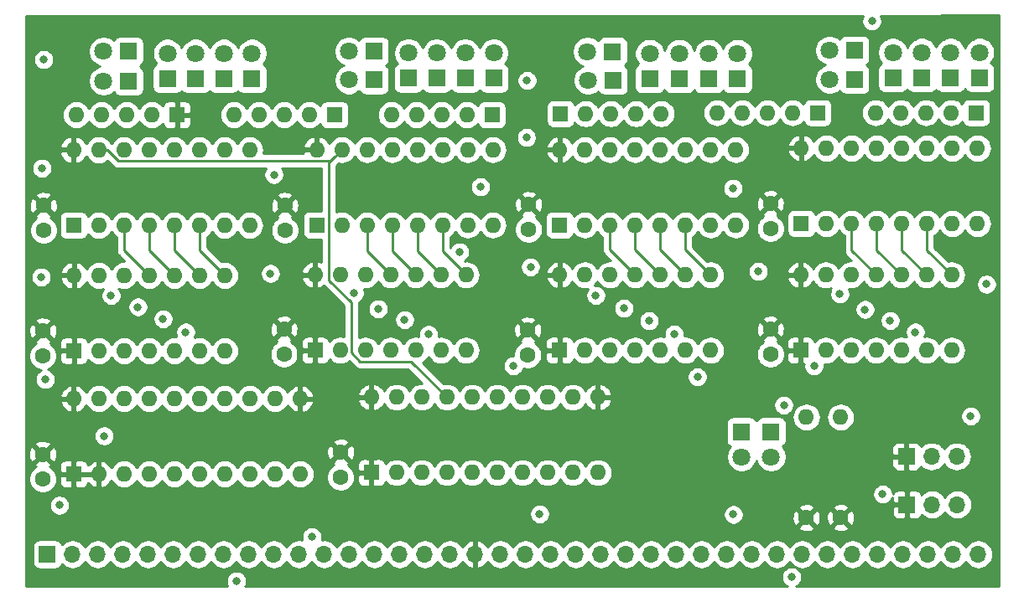
<source format=gbr>
G04 #@! TF.GenerationSoftware,KiCad,Pcbnew,(5.1.4-0-10_14)*
G04 #@! TF.CreationDate,2020-03-08T23:29:58-07:00*
G04 #@! TF.ProjectId,data-register-bank,64617461-2d72-4656-9769-737465722d62,rev?*
G04 #@! TF.SameCoordinates,Original*
G04 #@! TF.FileFunction,Copper,L3,Inr*
G04 #@! TF.FilePolarity,Positive*
%FSLAX46Y46*%
G04 Gerber Fmt 4.6, Leading zero omitted, Abs format (unit mm)*
G04 Created by KiCad (PCBNEW (5.1.4-0-10_14)) date 2020-03-08 23:29:58*
%MOMM*%
%LPD*%
G04 APERTURE LIST*
%ADD10C,1.600000*%
%ADD11O,1.600000X1.600000*%
%ADD12R,1.600000X1.600000*%
%ADD13O,1.700000X1.700000*%
%ADD14R,1.700000X1.700000*%
%ADD15C,1.800000*%
%ADD16R,1.800000X1.800000*%
%ADD17C,0.800000*%
%ADD18C,0.250000*%
%ADD19C,0.254000*%
G04 APERTURE END LIST*
D10*
X125412500Y-163193100D03*
X125412500Y-160693100D03*
D11*
X128536700Y-142367000D03*
X146316700Y-149987000D03*
X131076700Y-142367000D03*
X143776700Y-149987000D03*
X133616700Y-142367000D03*
X141236700Y-149987000D03*
X136156700Y-142367000D03*
X138696700Y-149987000D03*
X138696700Y-142367000D03*
X136156700Y-149987000D03*
X141236700Y-142367000D03*
X133616700Y-149987000D03*
X143776700Y-142367000D03*
X131076700Y-149987000D03*
X146316700Y-142367000D03*
D12*
X128536700Y-149987000D03*
D11*
X128460500Y-155194000D03*
X143700500Y-162814000D03*
X131000500Y-155194000D03*
X141160500Y-162814000D03*
X133540500Y-155194000D03*
X138620500Y-162814000D03*
X136080500Y-155194000D03*
X136080500Y-162814000D03*
X138620500Y-155194000D03*
X133540500Y-162814000D03*
X141160500Y-155194000D03*
X131000500Y-162814000D03*
X143700500Y-155194000D03*
D12*
X128460500Y-162814000D03*
D11*
X104127300Y-142519400D03*
X121907300Y-150139400D03*
X106667300Y-142519400D03*
X119367300Y-150139400D03*
X109207300Y-142519400D03*
X116827300Y-150139400D03*
X111747300Y-142519400D03*
X114287300Y-150139400D03*
X114287300Y-142519400D03*
X111747300Y-150139400D03*
X116827300Y-142519400D03*
X109207300Y-150139400D03*
X119367300Y-142519400D03*
X106667300Y-150139400D03*
X121907300Y-142519400D03*
D12*
X104127300Y-150139400D03*
D11*
X104127300Y-155194000D03*
X119367300Y-162814000D03*
X106667300Y-155194000D03*
X116827300Y-162814000D03*
X109207300Y-155194000D03*
X114287300Y-162814000D03*
X111747300Y-155194000D03*
X111747300Y-162814000D03*
X114287300Y-155194000D03*
X109207300Y-162814000D03*
X116827300Y-155194000D03*
X106667300Y-162814000D03*
X119367300Y-155194000D03*
D12*
X104127300Y-162814000D03*
D11*
X79616300Y-142519400D03*
X97396300Y-150139400D03*
X82156300Y-142519400D03*
X94856300Y-150139400D03*
X84696300Y-142519400D03*
X92316300Y-150139400D03*
X87236300Y-142519400D03*
X89776300Y-150139400D03*
X89776300Y-142519400D03*
X87236300Y-150139400D03*
X92316300Y-142519400D03*
X84696300Y-150139400D03*
X94856300Y-142519400D03*
X82156300Y-150139400D03*
X97396300Y-142519400D03*
D12*
X79616300Y-150139400D03*
D11*
X79451200Y-155194000D03*
X94691200Y-162814000D03*
X81991200Y-155194000D03*
X92151200Y-162814000D03*
X84531200Y-155194000D03*
X89611200Y-162814000D03*
X87071200Y-155194000D03*
X87071200Y-162814000D03*
X89611200Y-155194000D03*
X84531200Y-162814000D03*
X92151200Y-155194000D03*
X81991200Y-162814000D03*
X94691200Y-155194000D03*
D12*
X79451200Y-162814000D03*
D11*
X55067200Y-142544800D03*
X72847200Y-150164800D03*
X57607200Y-142544800D03*
X70307200Y-150164800D03*
X60147200Y-142544800D03*
X67767200Y-150164800D03*
X62687200Y-142544800D03*
X65227200Y-150164800D03*
X65227200Y-142544800D03*
X62687200Y-150164800D03*
X67767200Y-142544800D03*
X60147200Y-150164800D03*
X70307200Y-142544800D03*
X57607200Y-150164800D03*
X72847200Y-142544800D03*
D12*
X55067200Y-150164800D03*
D11*
X55092600Y-155244800D03*
X70332600Y-162864800D03*
X57632600Y-155244800D03*
X67792600Y-162864800D03*
X60172600Y-155244800D03*
X65252600Y-162864800D03*
X62712600Y-155244800D03*
X62712600Y-162864800D03*
X65252600Y-155244800D03*
X60172600Y-162864800D03*
X67792600Y-155244800D03*
X57632600Y-162864800D03*
X70332600Y-155244800D03*
D12*
X55092600Y-162864800D03*
D11*
X55079900Y-167703500D03*
X77939900Y-175323500D03*
X57619900Y-167703500D03*
X75399900Y-175323500D03*
X60159900Y-167703500D03*
X72859900Y-175323500D03*
X62699900Y-167703500D03*
X70319900Y-175323500D03*
X65239900Y-167703500D03*
X67779900Y-175323500D03*
X67779900Y-167703500D03*
X65239900Y-175323500D03*
X70319900Y-167703500D03*
X62699900Y-175323500D03*
X72859900Y-167703500D03*
X60159900Y-175323500D03*
X75399900Y-167703500D03*
X57619900Y-175323500D03*
X77939900Y-167703500D03*
D12*
X55079900Y-175323500D03*
D11*
X85140800Y-167563800D03*
X108000800Y-175183800D03*
X87680800Y-167563800D03*
X105460800Y-175183800D03*
X90220800Y-167563800D03*
X102920800Y-175183800D03*
X92760800Y-167563800D03*
X100380800Y-175183800D03*
X95300800Y-167563800D03*
X97840800Y-175183800D03*
X97840800Y-167563800D03*
X95300800Y-175183800D03*
X100380800Y-167563800D03*
X92760800Y-175183800D03*
X102920800Y-167563800D03*
X90220800Y-175183800D03*
X105460800Y-167563800D03*
X87680800Y-175183800D03*
X108000800Y-167563800D03*
D12*
X85140800Y-175183800D03*
D11*
X114388900Y-138887200D03*
X111848900Y-138887200D03*
X109308900Y-138887200D03*
X106768900Y-138887200D03*
D12*
X104228900Y-138887200D03*
D11*
X55346600Y-139001500D03*
X57886600Y-139001500D03*
X60426600Y-139001500D03*
X62966600Y-139001500D03*
D12*
X65506600Y-139001500D03*
D11*
X136042400Y-138785600D03*
X138582400Y-138785600D03*
X141122400Y-138785600D03*
X143662400Y-138785600D03*
D12*
X146202400Y-138785600D03*
D11*
X120027700Y-138785600D03*
X122567700Y-138785600D03*
X125107700Y-138785600D03*
X127647700Y-138785600D03*
D12*
X130187700Y-138785600D03*
D11*
X87147400Y-139001500D03*
X89687400Y-139001500D03*
X92227400Y-139001500D03*
X94767400Y-139001500D03*
D12*
X97307400Y-139001500D03*
D11*
X71247000Y-139001500D03*
X73787000Y-139001500D03*
X76327000Y-139001500D03*
X78867000Y-139001500D03*
D12*
X81407000Y-139001500D03*
D11*
X129044700Y-169583100D03*
D10*
X129044700Y-179743100D03*
D11*
X132499100Y-169583100D03*
D10*
X132499100Y-179743100D03*
D13*
X144284700Y-178422300D03*
X141744700Y-178422300D03*
D14*
X139204700Y-178422300D03*
D13*
X144233900Y-173545500D03*
X141693900Y-173545500D03*
D14*
X139153900Y-173545500D03*
D13*
X146392900Y-183438800D03*
X143852900Y-183438800D03*
X141312900Y-183438800D03*
X138772900Y-183438800D03*
X136232900Y-183438800D03*
X133692900Y-183438800D03*
X131152900Y-183438800D03*
X128612900Y-183438800D03*
X126072900Y-183438800D03*
X123532900Y-183438800D03*
X120992900Y-183438800D03*
X118452900Y-183438800D03*
X115912900Y-183438800D03*
X113372900Y-183438800D03*
X110832900Y-183438800D03*
X108292900Y-183438800D03*
X105752900Y-183438800D03*
X103212900Y-183438800D03*
X100672900Y-183438800D03*
X98132900Y-183438800D03*
X95592900Y-183438800D03*
X93052900Y-183438800D03*
X90512900Y-183438800D03*
X87972900Y-183438800D03*
X85432900Y-183438800D03*
X82892900Y-183438800D03*
X80352900Y-183438800D03*
X77812900Y-183438800D03*
X75272900Y-183438800D03*
X72732900Y-183438800D03*
X70192900Y-183438800D03*
X67652900Y-183438800D03*
X65112900Y-183438800D03*
X62572900Y-183438800D03*
X60032900Y-183438800D03*
X57492900Y-183438800D03*
X54952900Y-183438800D03*
D14*
X52412900Y-183438800D03*
D15*
X122491500Y-173583600D03*
D16*
X122491500Y-171043600D03*
D15*
X125488700Y-173583600D03*
D16*
X125488700Y-171043600D03*
D15*
X131381500Y-132473700D03*
D16*
X133921500Y-132473700D03*
D15*
X106946700Y-132600700D03*
D16*
X109486700Y-132600700D03*
D15*
X82854800Y-132575300D03*
D16*
X85394800Y-132575300D03*
D15*
X58089800Y-132575300D03*
D16*
X60629800Y-132575300D03*
D15*
X131381500Y-135420100D03*
D16*
X133921500Y-135420100D03*
D15*
X106997500Y-135496300D03*
D16*
X109537500Y-135496300D03*
D15*
X82854800Y-135470900D03*
D16*
X85394800Y-135470900D03*
D15*
X58089800Y-135572500D03*
D16*
X60629800Y-135572500D03*
D15*
X137769600Y-132689600D03*
D16*
X137769600Y-135229600D03*
D15*
X140703300Y-132689600D03*
D16*
X140703300Y-135229600D03*
D15*
X143598900Y-132689600D03*
D16*
X143598900Y-135229600D03*
D15*
X146545300Y-132689600D03*
D16*
X146545300Y-135229600D03*
D15*
X113220500Y-132803900D03*
D16*
X113220500Y-135343900D03*
D15*
X116217700Y-132803900D03*
D16*
X116217700Y-135343900D03*
D15*
X119202200Y-132803900D03*
D16*
X119202200Y-135343900D03*
D15*
X122097800Y-132803900D03*
D16*
X122097800Y-135343900D03*
D15*
X88874600Y-132765800D03*
D16*
X88874600Y-135305800D03*
D15*
X91719400Y-132765800D03*
D16*
X91719400Y-135305800D03*
D15*
X94602300Y-132765800D03*
D16*
X94602300Y-135305800D03*
D15*
X97497900Y-132765800D03*
D16*
X97497900Y-135305800D03*
D15*
X64541400Y-132778500D03*
D16*
X64541400Y-135318500D03*
D15*
X67386200Y-132778500D03*
D16*
X67386200Y-135318500D03*
D15*
X70231000Y-132778500D03*
D16*
X70231000Y-135318500D03*
D15*
X73075800Y-132778500D03*
D16*
X73075800Y-135318500D03*
D10*
X125412500Y-150493100D03*
X125412500Y-147993100D03*
X100914200Y-163282000D03*
X100914200Y-160782000D03*
X101003100Y-150582000D03*
X101003100Y-148082000D03*
X82029300Y-175639100D03*
X82029300Y-173139100D03*
X76301600Y-163193100D03*
X76301600Y-160693100D03*
X76390500Y-150670900D03*
X76390500Y-148170900D03*
X51955700Y-175829600D03*
X51955700Y-173329600D03*
X51968400Y-163370900D03*
X51968400Y-160870900D03*
X52031900Y-150670900D03*
X52031900Y-148170900D03*
D17*
X100838000Y-135521700D03*
X100787200Y-141287500D03*
X101193600Y-154381200D03*
X124180600Y-154838400D03*
X126771400Y-168351200D03*
X121678700Y-179412900D03*
X102108000Y-179362100D03*
X145630900Y-169468800D03*
X147231100Y-156121100D03*
X135661400Y-129527300D03*
X121627900Y-146431000D03*
X136740900Y-177355500D03*
X127558800Y-185737500D03*
X79121000Y-181673500D03*
X71501000Y-186143900D03*
X53632100Y-178473100D03*
X58153300Y-171475400D03*
X52209700Y-165747700D03*
X51803300Y-155409900D03*
X51854100Y-144399000D03*
X74942700Y-155054300D03*
X75298300Y-145059400D03*
X96151700Y-146278600D03*
X52044600Y-133413500D03*
X94025101Y-152862899D03*
X118046500Y-165493122D03*
X99466400Y-164376102D03*
X129819400Y-164401500D03*
X66377601Y-160965099D03*
X90901301Y-161206399D03*
X115702299Y-161195801D03*
X140035499Y-160967201D03*
X64102199Y-159633701D03*
X88486199Y-159722601D03*
X113162299Y-159824201D03*
X137495499Y-159798801D03*
X61562199Y-158427201D03*
X85821301Y-158628299D03*
X110622299Y-158554201D03*
X134955499Y-158693901D03*
X58851800Y-157276800D03*
X83406199Y-157030201D03*
X107792301Y-157269399D03*
X132415499Y-157119101D03*
D18*
X60147200Y-152679400D02*
X62712600Y-155244800D01*
X60147200Y-150164800D02*
X60147200Y-152679400D01*
X62687200Y-152679400D02*
X65252600Y-155244800D01*
X62687200Y-150164800D02*
X62687200Y-152679400D01*
X65227200Y-152679400D02*
X67792600Y-155244800D01*
X65227200Y-150164800D02*
X65227200Y-152679400D01*
X67767200Y-152679400D02*
X70332600Y-155244800D01*
X67767200Y-150164800D02*
X67767200Y-152679400D01*
X84696300Y-152819100D02*
X87071200Y-155194000D01*
X84696300Y-150139400D02*
X84696300Y-152819100D01*
X87236300Y-152819100D02*
X89611200Y-155194000D01*
X87236300Y-150139400D02*
X87236300Y-152819100D01*
X89776300Y-152819100D02*
X92151200Y-155194000D01*
X89776300Y-150139400D02*
X89776300Y-152819100D01*
X92316300Y-152819100D02*
X94691200Y-155194000D01*
X92316300Y-150139400D02*
X92316300Y-152819100D01*
X109207300Y-152654000D02*
X111747300Y-155194000D01*
X109207300Y-150139400D02*
X109207300Y-152654000D01*
X111747300Y-152654000D02*
X114287300Y-155194000D01*
X111747300Y-150139400D02*
X111747300Y-152654000D01*
X114287300Y-152654000D02*
X116827300Y-155194000D01*
X114287300Y-150139400D02*
X114287300Y-152654000D01*
X116827300Y-152654000D02*
X119367300Y-155194000D01*
X116827300Y-150139400D02*
X116827300Y-152654000D01*
X133616700Y-152730200D02*
X136080500Y-155194000D01*
X133616700Y-149987000D02*
X133616700Y-152730200D01*
X136156700Y-152730200D02*
X138620500Y-155194000D01*
X136156700Y-149987000D02*
X136156700Y-152730200D01*
X138696700Y-152730200D02*
X141160500Y-155194000D01*
X138696700Y-149987000D02*
X138696700Y-152730200D01*
X141236700Y-152730200D02*
X143700500Y-155194000D01*
X141236700Y-149987000D02*
X141236700Y-152730200D01*
X59607199Y-143669801D02*
X81005899Y-143669801D01*
X81005899Y-143669801D02*
X81356301Y-143319399D01*
X58482198Y-142544800D02*
X59607199Y-143669801D01*
X57607200Y-142544800D02*
X58482198Y-142544800D01*
X81356301Y-143319399D02*
X82156300Y-142519400D01*
X80866199Y-143809501D02*
X81356301Y-143319399D01*
X80866199Y-155734001D02*
X80866199Y-143809501D01*
X83991199Y-163939001D02*
X83116201Y-163064003D01*
X83116201Y-157984003D02*
X80866199Y-155734001D01*
X83116201Y-163064003D02*
X83116201Y-157984003D01*
X89136001Y-163939001D02*
X83991199Y-163939001D01*
X92760800Y-167563800D02*
X89136001Y-163939001D01*
D19*
G36*
X148463400Y-186690232D02*
G01*
X127975914Y-186685002D01*
X128049056Y-186654705D01*
X128218574Y-186541437D01*
X128362737Y-186397274D01*
X128476005Y-186227756D01*
X128554026Y-186039398D01*
X128593800Y-185839439D01*
X128593800Y-185635561D01*
X128554026Y-185435602D01*
X128476005Y-185247244D01*
X128362737Y-185077726D01*
X128218574Y-184933563D01*
X128049056Y-184820295D01*
X128042608Y-184817624D01*
X128321789Y-184902313D01*
X128539950Y-184923800D01*
X128685850Y-184923800D01*
X128904011Y-184902313D01*
X129183934Y-184817399D01*
X129441914Y-184679506D01*
X129668034Y-184493934D01*
X129853606Y-184267814D01*
X129882900Y-184213009D01*
X129912194Y-184267814D01*
X130097766Y-184493934D01*
X130323886Y-184679506D01*
X130581866Y-184817399D01*
X130861789Y-184902313D01*
X131079950Y-184923800D01*
X131225850Y-184923800D01*
X131444011Y-184902313D01*
X131723934Y-184817399D01*
X131981914Y-184679506D01*
X132208034Y-184493934D01*
X132393606Y-184267814D01*
X132422900Y-184213009D01*
X132452194Y-184267814D01*
X132637766Y-184493934D01*
X132863886Y-184679506D01*
X133121866Y-184817399D01*
X133401789Y-184902313D01*
X133619950Y-184923800D01*
X133765850Y-184923800D01*
X133984011Y-184902313D01*
X134263934Y-184817399D01*
X134521914Y-184679506D01*
X134748034Y-184493934D01*
X134933606Y-184267814D01*
X134962900Y-184213009D01*
X134992194Y-184267814D01*
X135177766Y-184493934D01*
X135403886Y-184679506D01*
X135661866Y-184817399D01*
X135941789Y-184902313D01*
X136159950Y-184923800D01*
X136305850Y-184923800D01*
X136524011Y-184902313D01*
X136803934Y-184817399D01*
X137061914Y-184679506D01*
X137288034Y-184493934D01*
X137473606Y-184267814D01*
X137502900Y-184213009D01*
X137532194Y-184267814D01*
X137717766Y-184493934D01*
X137943886Y-184679506D01*
X138201866Y-184817399D01*
X138481789Y-184902313D01*
X138699950Y-184923800D01*
X138845850Y-184923800D01*
X139064011Y-184902313D01*
X139343934Y-184817399D01*
X139601914Y-184679506D01*
X139828034Y-184493934D01*
X140013606Y-184267814D01*
X140042900Y-184213009D01*
X140072194Y-184267814D01*
X140257766Y-184493934D01*
X140483886Y-184679506D01*
X140741866Y-184817399D01*
X141021789Y-184902313D01*
X141239950Y-184923800D01*
X141385850Y-184923800D01*
X141604011Y-184902313D01*
X141883934Y-184817399D01*
X142141914Y-184679506D01*
X142368034Y-184493934D01*
X142553606Y-184267814D01*
X142582900Y-184213009D01*
X142612194Y-184267814D01*
X142797766Y-184493934D01*
X143023886Y-184679506D01*
X143281866Y-184817399D01*
X143561789Y-184902313D01*
X143779950Y-184923800D01*
X143925850Y-184923800D01*
X144144011Y-184902313D01*
X144423934Y-184817399D01*
X144681914Y-184679506D01*
X144908034Y-184493934D01*
X145093606Y-184267814D01*
X145122900Y-184213009D01*
X145152194Y-184267814D01*
X145337766Y-184493934D01*
X145563886Y-184679506D01*
X145821866Y-184817399D01*
X146101789Y-184902313D01*
X146319950Y-184923800D01*
X146465850Y-184923800D01*
X146684011Y-184902313D01*
X146963934Y-184817399D01*
X147221914Y-184679506D01*
X147448034Y-184493934D01*
X147633606Y-184267814D01*
X147771499Y-184009834D01*
X147856413Y-183729911D01*
X147885085Y-183438800D01*
X147856413Y-183147689D01*
X147771499Y-182867766D01*
X147633606Y-182609786D01*
X147448034Y-182383666D01*
X147221914Y-182198094D01*
X146963934Y-182060201D01*
X146684011Y-181975287D01*
X146465850Y-181953800D01*
X146319950Y-181953800D01*
X146101789Y-181975287D01*
X145821866Y-182060201D01*
X145563886Y-182198094D01*
X145337766Y-182383666D01*
X145152194Y-182609786D01*
X145122900Y-182664591D01*
X145093606Y-182609786D01*
X144908034Y-182383666D01*
X144681914Y-182198094D01*
X144423934Y-182060201D01*
X144144011Y-181975287D01*
X143925850Y-181953800D01*
X143779950Y-181953800D01*
X143561789Y-181975287D01*
X143281866Y-182060201D01*
X143023886Y-182198094D01*
X142797766Y-182383666D01*
X142612194Y-182609786D01*
X142582900Y-182664591D01*
X142553606Y-182609786D01*
X142368034Y-182383666D01*
X142141914Y-182198094D01*
X141883934Y-182060201D01*
X141604011Y-181975287D01*
X141385850Y-181953800D01*
X141239950Y-181953800D01*
X141021789Y-181975287D01*
X140741866Y-182060201D01*
X140483886Y-182198094D01*
X140257766Y-182383666D01*
X140072194Y-182609786D01*
X140042900Y-182664591D01*
X140013606Y-182609786D01*
X139828034Y-182383666D01*
X139601914Y-182198094D01*
X139343934Y-182060201D01*
X139064011Y-181975287D01*
X138845850Y-181953800D01*
X138699950Y-181953800D01*
X138481789Y-181975287D01*
X138201866Y-182060201D01*
X137943886Y-182198094D01*
X137717766Y-182383666D01*
X137532194Y-182609786D01*
X137502900Y-182664591D01*
X137473606Y-182609786D01*
X137288034Y-182383666D01*
X137061914Y-182198094D01*
X136803934Y-182060201D01*
X136524011Y-181975287D01*
X136305850Y-181953800D01*
X136159950Y-181953800D01*
X135941789Y-181975287D01*
X135661866Y-182060201D01*
X135403886Y-182198094D01*
X135177766Y-182383666D01*
X134992194Y-182609786D01*
X134962900Y-182664591D01*
X134933606Y-182609786D01*
X134748034Y-182383666D01*
X134521914Y-182198094D01*
X134263934Y-182060201D01*
X133984011Y-181975287D01*
X133765850Y-181953800D01*
X133619950Y-181953800D01*
X133401789Y-181975287D01*
X133121866Y-182060201D01*
X132863886Y-182198094D01*
X132637766Y-182383666D01*
X132452194Y-182609786D01*
X132422900Y-182664591D01*
X132393606Y-182609786D01*
X132208034Y-182383666D01*
X131981914Y-182198094D01*
X131723934Y-182060201D01*
X131444011Y-181975287D01*
X131225850Y-181953800D01*
X131079950Y-181953800D01*
X130861789Y-181975287D01*
X130581866Y-182060201D01*
X130323886Y-182198094D01*
X130097766Y-182383666D01*
X129912194Y-182609786D01*
X129882900Y-182664591D01*
X129853606Y-182609786D01*
X129668034Y-182383666D01*
X129441914Y-182198094D01*
X129183934Y-182060201D01*
X128904011Y-181975287D01*
X128685850Y-181953800D01*
X128539950Y-181953800D01*
X128321789Y-181975287D01*
X128041866Y-182060201D01*
X127783886Y-182198094D01*
X127557766Y-182383666D01*
X127372194Y-182609786D01*
X127342900Y-182664591D01*
X127313606Y-182609786D01*
X127128034Y-182383666D01*
X126901914Y-182198094D01*
X126643934Y-182060201D01*
X126364011Y-181975287D01*
X126145850Y-181953800D01*
X125999950Y-181953800D01*
X125781789Y-181975287D01*
X125501866Y-182060201D01*
X125243886Y-182198094D01*
X125017766Y-182383666D01*
X124832194Y-182609786D01*
X124802900Y-182664591D01*
X124773606Y-182609786D01*
X124588034Y-182383666D01*
X124361914Y-182198094D01*
X124103934Y-182060201D01*
X123824011Y-181975287D01*
X123605850Y-181953800D01*
X123459950Y-181953800D01*
X123241789Y-181975287D01*
X122961866Y-182060201D01*
X122703886Y-182198094D01*
X122477766Y-182383666D01*
X122292194Y-182609786D01*
X122262900Y-182664591D01*
X122233606Y-182609786D01*
X122048034Y-182383666D01*
X121821914Y-182198094D01*
X121563934Y-182060201D01*
X121284011Y-181975287D01*
X121065850Y-181953800D01*
X120919950Y-181953800D01*
X120701789Y-181975287D01*
X120421866Y-182060201D01*
X120163886Y-182198094D01*
X119937766Y-182383666D01*
X119752194Y-182609786D01*
X119722900Y-182664591D01*
X119693606Y-182609786D01*
X119508034Y-182383666D01*
X119281914Y-182198094D01*
X119023934Y-182060201D01*
X118744011Y-181975287D01*
X118525850Y-181953800D01*
X118379950Y-181953800D01*
X118161789Y-181975287D01*
X117881866Y-182060201D01*
X117623886Y-182198094D01*
X117397766Y-182383666D01*
X117212194Y-182609786D01*
X117182900Y-182664591D01*
X117153606Y-182609786D01*
X116968034Y-182383666D01*
X116741914Y-182198094D01*
X116483934Y-182060201D01*
X116204011Y-181975287D01*
X115985850Y-181953800D01*
X115839950Y-181953800D01*
X115621789Y-181975287D01*
X115341866Y-182060201D01*
X115083886Y-182198094D01*
X114857766Y-182383666D01*
X114672194Y-182609786D01*
X114642900Y-182664591D01*
X114613606Y-182609786D01*
X114428034Y-182383666D01*
X114201914Y-182198094D01*
X113943934Y-182060201D01*
X113664011Y-181975287D01*
X113445850Y-181953800D01*
X113299950Y-181953800D01*
X113081789Y-181975287D01*
X112801866Y-182060201D01*
X112543886Y-182198094D01*
X112317766Y-182383666D01*
X112132194Y-182609786D01*
X112102900Y-182664591D01*
X112073606Y-182609786D01*
X111888034Y-182383666D01*
X111661914Y-182198094D01*
X111403934Y-182060201D01*
X111124011Y-181975287D01*
X110905850Y-181953800D01*
X110759950Y-181953800D01*
X110541789Y-181975287D01*
X110261866Y-182060201D01*
X110003886Y-182198094D01*
X109777766Y-182383666D01*
X109592194Y-182609786D01*
X109562900Y-182664591D01*
X109533606Y-182609786D01*
X109348034Y-182383666D01*
X109121914Y-182198094D01*
X108863934Y-182060201D01*
X108584011Y-181975287D01*
X108365850Y-181953800D01*
X108219950Y-181953800D01*
X108001789Y-181975287D01*
X107721866Y-182060201D01*
X107463886Y-182198094D01*
X107237766Y-182383666D01*
X107052194Y-182609786D01*
X107022900Y-182664591D01*
X106993606Y-182609786D01*
X106808034Y-182383666D01*
X106581914Y-182198094D01*
X106323934Y-182060201D01*
X106044011Y-181975287D01*
X105825850Y-181953800D01*
X105679950Y-181953800D01*
X105461789Y-181975287D01*
X105181866Y-182060201D01*
X104923886Y-182198094D01*
X104697766Y-182383666D01*
X104512194Y-182609786D01*
X104482900Y-182664591D01*
X104453606Y-182609786D01*
X104268034Y-182383666D01*
X104041914Y-182198094D01*
X103783934Y-182060201D01*
X103504011Y-181975287D01*
X103285850Y-181953800D01*
X103139950Y-181953800D01*
X102921789Y-181975287D01*
X102641866Y-182060201D01*
X102383886Y-182198094D01*
X102157766Y-182383666D01*
X101972194Y-182609786D01*
X101942900Y-182664591D01*
X101913606Y-182609786D01*
X101728034Y-182383666D01*
X101501914Y-182198094D01*
X101243934Y-182060201D01*
X100964011Y-181975287D01*
X100745850Y-181953800D01*
X100599950Y-181953800D01*
X100381789Y-181975287D01*
X100101866Y-182060201D01*
X99843886Y-182198094D01*
X99617766Y-182383666D01*
X99432194Y-182609786D01*
X99402900Y-182664591D01*
X99373606Y-182609786D01*
X99188034Y-182383666D01*
X98961914Y-182198094D01*
X98703934Y-182060201D01*
X98424011Y-181975287D01*
X98205850Y-181953800D01*
X98059950Y-181953800D01*
X97841789Y-181975287D01*
X97561866Y-182060201D01*
X97303886Y-182198094D01*
X97077766Y-182383666D01*
X96892194Y-182609786D01*
X96857699Y-182674323D01*
X96788078Y-182557445D01*
X96593169Y-182341212D01*
X96359820Y-182167159D01*
X96096999Y-182041975D01*
X95949790Y-181997324D01*
X95719900Y-182118645D01*
X95719900Y-183311800D01*
X95739900Y-183311800D01*
X95739900Y-183565800D01*
X95719900Y-183565800D01*
X95719900Y-184758955D01*
X95949790Y-184880276D01*
X96096999Y-184835625D01*
X96359820Y-184710441D01*
X96593169Y-184536388D01*
X96788078Y-184320155D01*
X96857699Y-184203277D01*
X96892194Y-184267814D01*
X97077766Y-184493934D01*
X97303886Y-184679506D01*
X97561866Y-184817399D01*
X97841789Y-184902313D01*
X98059950Y-184923800D01*
X98205850Y-184923800D01*
X98424011Y-184902313D01*
X98703934Y-184817399D01*
X98961914Y-184679506D01*
X99188034Y-184493934D01*
X99373606Y-184267814D01*
X99402900Y-184213009D01*
X99432194Y-184267814D01*
X99617766Y-184493934D01*
X99843886Y-184679506D01*
X100101866Y-184817399D01*
X100381789Y-184902313D01*
X100599950Y-184923800D01*
X100745850Y-184923800D01*
X100964011Y-184902313D01*
X101243934Y-184817399D01*
X101501914Y-184679506D01*
X101728034Y-184493934D01*
X101913606Y-184267814D01*
X101942900Y-184213009D01*
X101972194Y-184267814D01*
X102157766Y-184493934D01*
X102383886Y-184679506D01*
X102641866Y-184817399D01*
X102921789Y-184902313D01*
X103139950Y-184923800D01*
X103285850Y-184923800D01*
X103504011Y-184902313D01*
X103783934Y-184817399D01*
X104041914Y-184679506D01*
X104268034Y-184493934D01*
X104453606Y-184267814D01*
X104482900Y-184213009D01*
X104512194Y-184267814D01*
X104697766Y-184493934D01*
X104923886Y-184679506D01*
X105181866Y-184817399D01*
X105461789Y-184902313D01*
X105679950Y-184923800D01*
X105825850Y-184923800D01*
X106044011Y-184902313D01*
X106323934Y-184817399D01*
X106581914Y-184679506D01*
X106808034Y-184493934D01*
X106993606Y-184267814D01*
X107022900Y-184213009D01*
X107052194Y-184267814D01*
X107237766Y-184493934D01*
X107463886Y-184679506D01*
X107721866Y-184817399D01*
X108001789Y-184902313D01*
X108219950Y-184923800D01*
X108365850Y-184923800D01*
X108584011Y-184902313D01*
X108863934Y-184817399D01*
X109121914Y-184679506D01*
X109348034Y-184493934D01*
X109533606Y-184267814D01*
X109562900Y-184213009D01*
X109592194Y-184267814D01*
X109777766Y-184493934D01*
X110003886Y-184679506D01*
X110261866Y-184817399D01*
X110541789Y-184902313D01*
X110759950Y-184923800D01*
X110905850Y-184923800D01*
X111124011Y-184902313D01*
X111403934Y-184817399D01*
X111661914Y-184679506D01*
X111888034Y-184493934D01*
X112073606Y-184267814D01*
X112102900Y-184213009D01*
X112132194Y-184267814D01*
X112317766Y-184493934D01*
X112543886Y-184679506D01*
X112801866Y-184817399D01*
X113081789Y-184902313D01*
X113299950Y-184923800D01*
X113445850Y-184923800D01*
X113664011Y-184902313D01*
X113943934Y-184817399D01*
X114201914Y-184679506D01*
X114428034Y-184493934D01*
X114613606Y-184267814D01*
X114642900Y-184213009D01*
X114672194Y-184267814D01*
X114857766Y-184493934D01*
X115083886Y-184679506D01*
X115341866Y-184817399D01*
X115621789Y-184902313D01*
X115839950Y-184923800D01*
X115985850Y-184923800D01*
X116204011Y-184902313D01*
X116483934Y-184817399D01*
X116741914Y-184679506D01*
X116968034Y-184493934D01*
X117153606Y-184267814D01*
X117182900Y-184213009D01*
X117212194Y-184267814D01*
X117397766Y-184493934D01*
X117623886Y-184679506D01*
X117881866Y-184817399D01*
X118161789Y-184902313D01*
X118379950Y-184923800D01*
X118525850Y-184923800D01*
X118744011Y-184902313D01*
X119023934Y-184817399D01*
X119281914Y-184679506D01*
X119508034Y-184493934D01*
X119693606Y-184267814D01*
X119722900Y-184213009D01*
X119752194Y-184267814D01*
X119937766Y-184493934D01*
X120163886Y-184679506D01*
X120421866Y-184817399D01*
X120701789Y-184902313D01*
X120919950Y-184923800D01*
X121065850Y-184923800D01*
X121284011Y-184902313D01*
X121563934Y-184817399D01*
X121821914Y-184679506D01*
X122048034Y-184493934D01*
X122233606Y-184267814D01*
X122262900Y-184213009D01*
X122292194Y-184267814D01*
X122477766Y-184493934D01*
X122703886Y-184679506D01*
X122961866Y-184817399D01*
X123241789Y-184902313D01*
X123459950Y-184923800D01*
X123605850Y-184923800D01*
X123824011Y-184902313D01*
X124103934Y-184817399D01*
X124361914Y-184679506D01*
X124588034Y-184493934D01*
X124773606Y-184267814D01*
X124802900Y-184213009D01*
X124832194Y-184267814D01*
X125017766Y-184493934D01*
X125243886Y-184679506D01*
X125501866Y-184817399D01*
X125781789Y-184902313D01*
X125999950Y-184923800D01*
X126145850Y-184923800D01*
X126364011Y-184902313D01*
X126643934Y-184817399D01*
X126901914Y-184679506D01*
X127128034Y-184493934D01*
X127313606Y-184267814D01*
X127342900Y-184213009D01*
X127372194Y-184267814D01*
X127557766Y-184493934D01*
X127783886Y-184679506D01*
X128041183Y-184817034D01*
X127860698Y-184742274D01*
X127660739Y-184702500D01*
X127456861Y-184702500D01*
X127256902Y-184742274D01*
X127068544Y-184820295D01*
X126899026Y-184933563D01*
X126754863Y-185077726D01*
X126641595Y-185247244D01*
X126563574Y-185435602D01*
X126523800Y-185635561D01*
X126523800Y-185839439D01*
X126563574Y-186039398D01*
X126641595Y-186227756D01*
X126754863Y-186397274D01*
X126899026Y-186541437D01*
X127068544Y-186654705D01*
X127141172Y-186684789D01*
X72393713Y-186670811D01*
X72418205Y-186634156D01*
X72496226Y-186445798D01*
X72536000Y-186245839D01*
X72536000Y-186041961D01*
X72496226Y-185842002D01*
X72418205Y-185653644D01*
X72304937Y-185484126D01*
X72160774Y-185339963D01*
X71991256Y-185226695D01*
X71802898Y-185148674D01*
X71602939Y-185108900D01*
X71399061Y-185108900D01*
X71199102Y-185148674D01*
X71010744Y-185226695D01*
X70841226Y-185339963D01*
X70697063Y-185484126D01*
X70583795Y-185653644D01*
X70505774Y-185842002D01*
X70466000Y-186041961D01*
X70466000Y-186245839D01*
X70505774Y-186445798D01*
X70583795Y-186634156D01*
X70607983Y-186670356D01*
X50290889Y-186665169D01*
X50286501Y-182588800D01*
X50924828Y-182588800D01*
X50924828Y-184288800D01*
X50937088Y-184413282D01*
X50973398Y-184532980D01*
X51032363Y-184643294D01*
X51111715Y-184739985D01*
X51208406Y-184819337D01*
X51318720Y-184878302D01*
X51438418Y-184914612D01*
X51562900Y-184926872D01*
X53262900Y-184926872D01*
X53387382Y-184914612D01*
X53507080Y-184878302D01*
X53617394Y-184819337D01*
X53714085Y-184739985D01*
X53793437Y-184643294D01*
X53852402Y-184532980D01*
X53873293Y-184464113D01*
X53897766Y-184493934D01*
X54123886Y-184679506D01*
X54381866Y-184817399D01*
X54661789Y-184902313D01*
X54879950Y-184923800D01*
X55025850Y-184923800D01*
X55244011Y-184902313D01*
X55523934Y-184817399D01*
X55781914Y-184679506D01*
X56008034Y-184493934D01*
X56193606Y-184267814D01*
X56222900Y-184213009D01*
X56252194Y-184267814D01*
X56437766Y-184493934D01*
X56663886Y-184679506D01*
X56921866Y-184817399D01*
X57201789Y-184902313D01*
X57419950Y-184923800D01*
X57565850Y-184923800D01*
X57784011Y-184902313D01*
X58063934Y-184817399D01*
X58321914Y-184679506D01*
X58548034Y-184493934D01*
X58733606Y-184267814D01*
X58762900Y-184213009D01*
X58792194Y-184267814D01*
X58977766Y-184493934D01*
X59203886Y-184679506D01*
X59461866Y-184817399D01*
X59741789Y-184902313D01*
X59959950Y-184923800D01*
X60105850Y-184923800D01*
X60324011Y-184902313D01*
X60603934Y-184817399D01*
X60861914Y-184679506D01*
X61088034Y-184493934D01*
X61273606Y-184267814D01*
X61302900Y-184213009D01*
X61332194Y-184267814D01*
X61517766Y-184493934D01*
X61743886Y-184679506D01*
X62001866Y-184817399D01*
X62281789Y-184902313D01*
X62499950Y-184923800D01*
X62645850Y-184923800D01*
X62864011Y-184902313D01*
X63143934Y-184817399D01*
X63401914Y-184679506D01*
X63628034Y-184493934D01*
X63813606Y-184267814D01*
X63842900Y-184213009D01*
X63872194Y-184267814D01*
X64057766Y-184493934D01*
X64283886Y-184679506D01*
X64541866Y-184817399D01*
X64821789Y-184902313D01*
X65039950Y-184923800D01*
X65185850Y-184923800D01*
X65404011Y-184902313D01*
X65683934Y-184817399D01*
X65941914Y-184679506D01*
X66168034Y-184493934D01*
X66353606Y-184267814D01*
X66382900Y-184213009D01*
X66412194Y-184267814D01*
X66597766Y-184493934D01*
X66823886Y-184679506D01*
X67081866Y-184817399D01*
X67361789Y-184902313D01*
X67579950Y-184923800D01*
X67725850Y-184923800D01*
X67944011Y-184902313D01*
X68223934Y-184817399D01*
X68481914Y-184679506D01*
X68708034Y-184493934D01*
X68893606Y-184267814D01*
X68922900Y-184213009D01*
X68952194Y-184267814D01*
X69137766Y-184493934D01*
X69363886Y-184679506D01*
X69621866Y-184817399D01*
X69901789Y-184902313D01*
X70119950Y-184923800D01*
X70265850Y-184923800D01*
X70484011Y-184902313D01*
X70763934Y-184817399D01*
X71021914Y-184679506D01*
X71248034Y-184493934D01*
X71433606Y-184267814D01*
X71462900Y-184213009D01*
X71492194Y-184267814D01*
X71677766Y-184493934D01*
X71903886Y-184679506D01*
X72161866Y-184817399D01*
X72441789Y-184902313D01*
X72659950Y-184923800D01*
X72805850Y-184923800D01*
X73024011Y-184902313D01*
X73303934Y-184817399D01*
X73561914Y-184679506D01*
X73788034Y-184493934D01*
X73973606Y-184267814D01*
X74002900Y-184213009D01*
X74032194Y-184267814D01*
X74217766Y-184493934D01*
X74443886Y-184679506D01*
X74701866Y-184817399D01*
X74981789Y-184902313D01*
X75199950Y-184923800D01*
X75345850Y-184923800D01*
X75564011Y-184902313D01*
X75843934Y-184817399D01*
X76101914Y-184679506D01*
X76328034Y-184493934D01*
X76513606Y-184267814D01*
X76542900Y-184213009D01*
X76572194Y-184267814D01*
X76757766Y-184493934D01*
X76983886Y-184679506D01*
X77241866Y-184817399D01*
X77521789Y-184902313D01*
X77739950Y-184923800D01*
X77885850Y-184923800D01*
X78104011Y-184902313D01*
X78383934Y-184817399D01*
X78641914Y-184679506D01*
X78868034Y-184493934D01*
X79053606Y-184267814D01*
X79082900Y-184213009D01*
X79112194Y-184267814D01*
X79297766Y-184493934D01*
X79523886Y-184679506D01*
X79781866Y-184817399D01*
X80061789Y-184902313D01*
X80279950Y-184923800D01*
X80425850Y-184923800D01*
X80644011Y-184902313D01*
X80923934Y-184817399D01*
X81181914Y-184679506D01*
X81408034Y-184493934D01*
X81593606Y-184267814D01*
X81622900Y-184213009D01*
X81652194Y-184267814D01*
X81837766Y-184493934D01*
X82063886Y-184679506D01*
X82321866Y-184817399D01*
X82601789Y-184902313D01*
X82819950Y-184923800D01*
X82965850Y-184923800D01*
X83184011Y-184902313D01*
X83463934Y-184817399D01*
X83721914Y-184679506D01*
X83948034Y-184493934D01*
X84133606Y-184267814D01*
X84162900Y-184213009D01*
X84192194Y-184267814D01*
X84377766Y-184493934D01*
X84603886Y-184679506D01*
X84861866Y-184817399D01*
X85141789Y-184902313D01*
X85359950Y-184923800D01*
X85505850Y-184923800D01*
X85724011Y-184902313D01*
X86003934Y-184817399D01*
X86261914Y-184679506D01*
X86488034Y-184493934D01*
X86673606Y-184267814D01*
X86702900Y-184213009D01*
X86732194Y-184267814D01*
X86917766Y-184493934D01*
X87143886Y-184679506D01*
X87401866Y-184817399D01*
X87681789Y-184902313D01*
X87899950Y-184923800D01*
X88045850Y-184923800D01*
X88264011Y-184902313D01*
X88543934Y-184817399D01*
X88801914Y-184679506D01*
X89028034Y-184493934D01*
X89213606Y-184267814D01*
X89242900Y-184213009D01*
X89272194Y-184267814D01*
X89457766Y-184493934D01*
X89683886Y-184679506D01*
X89941866Y-184817399D01*
X90221789Y-184902313D01*
X90439950Y-184923800D01*
X90585850Y-184923800D01*
X90804011Y-184902313D01*
X91083934Y-184817399D01*
X91341914Y-184679506D01*
X91568034Y-184493934D01*
X91753606Y-184267814D01*
X91782900Y-184213009D01*
X91812194Y-184267814D01*
X91997766Y-184493934D01*
X92223886Y-184679506D01*
X92481866Y-184817399D01*
X92761789Y-184902313D01*
X92979950Y-184923800D01*
X93125850Y-184923800D01*
X93344011Y-184902313D01*
X93623934Y-184817399D01*
X93881914Y-184679506D01*
X94108034Y-184493934D01*
X94293606Y-184267814D01*
X94328101Y-184203277D01*
X94397722Y-184320155D01*
X94592631Y-184536388D01*
X94825980Y-184710441D01*
X95088801Y-184835625D01*
X95236010Y-184880276D01*
X95465900Y-184758955D01*
X95465900Y-183565800D01*
X95445900Y-183565800D01*
X95445900Y-183311800D01*
X95465900Y-183311800D01*
X95465900Y-182118645D01*
X95236010Y-181997324D01*
X95088801Y-182041975D01*
X94825980Y-182167159D01*
X94592631Y-182341212D01*
X94397722Y-182557445D01*
X94328101Y-182674323D01*
X94293606Y-182609786D01*
X94108034Y-182383666D01*
X93881914Y-182198094D01*
X93623934Y-182060201D01*
X93344011Y-181975287D01*
X93125850Y-181953800D01*
X92979950Y-181953800D01*
X92761789Y-181975287D01*
X92481866Y-182060201D01*
X92223886Y-182198094D01*
X91997766Y-182383666D01*
X91812194Y-182609786D01*
X91782900Y-182664591D01*
X91753606Y-182609786D01*
X91568034Y-182383666D01*
X91341914Y-182198094D01*
X91083934Y-182060201D01*
X90804011Y-181975287D01*
X90585850Y-181953800D01*
X90439950Y-181953800D01*
X90221789Y-181975287D01*
X89941866Y-182060201D01*
X89683886Y-182198094D01*
X89457766Y-182383666D01*
X89272194Y-182609786D01*
X89242900Y-182664591D01*
X89213606Y-182609786D01*
X89028034Y-182383666D01*
X88801914Y-182198094D01*
X88543934Y-182060201D01*
X88264011Y-181975287D01*
X88045850Y-181953800D01*
X87899950Y-181953800D01*
X87681789Y-181975287D01*
X87401866Y-182060201D01*
X87143886Y-182198094D01*
X86917766Y-182383666D01*
X86732194Y-182609786D01*
X86702900Y-182664591D01*
X86673606Y-182609786D01*
X86488034Y-182383666D01*
X86261914Y-182198094D01*
X86003934Y-182060201D01*
X85724011Y-181975287D01*
X85505850Y-181953800D01*
X85359950Y-181953800D01*
X85141789Y-181975287D01*
X84861866Y-182060201D01*
X84603886Y-182198094D01*
X84377766Y-182383666D01*
X84192194Y-182609786D01*
X84162900Y-182664591D01*
X84133606Y-182609786D01*
X83948034Y-182383666D01*
X83721914Y-182198094D01*
X83463934Y-182060201D01*
X83184011Y-181975287D01*
X82965850Y-181953800D01*
X82819950Y-181953800D01*
X82601789Y-181975287D01*
X82321866Y-182060201D01*
X82063886Y-182198094D01*
X81837766Y-182383666D01*
X81652194Y-182609786D01*
X81622900Y-182664591D01*
X81593606Y-182609786D01*
X81408034Y-182383666D01*
X81181914Y-182198094D01*
X80923934Y-182060201D01*
X80644011Y-181975287D01*
X80425850Y-181953800D01*
X80279950Y-181953800D01*
X80117336Y-181969816D01*
X80156000Y-181775439D01*
X80156000Y-181571561D01*
X80116226Y-181371602D01*
X80038205Y-181183244D01*
X79924937Y-181013726D01*
X79780774Y-180869563D01*
X79611256Y-180756295D01*
X79561782Y-180735802D01*
X128231603Y-180735802D01*
X128303186Y-180979771D01*
X128558696Y-181100671D01*
X128832884Y-181169400D01*
X129115212Y-181183317D01*
X129394830Y-181141887D01*
X129660992Y-181046703D01*
X129786214Y-180979771D01*
X129857797Y-180735802D01*
X131686003Y-180735802D01*
X131757586Y-180979771D01*
X132013096Y-181100671D01*
X132287284Y-181169400D01*
X132569612Y-181183317D01*
X132849230Y-181141887D01*
X133115392Y-181046703D01*
X133240614Y-180979771D01*
X133312197Y-180735802D01*
X132499100Y-179922705D01*
X131686003Y-180735802D01*
X129857797Y-180735802D01*
X129044700Y-179922705D01*
X128231603Y-180735802D01*
X79561782Y-180735802D01*
X79422898Y-180678274D01*
X79222939Y-180638500D01*
X79019061Y-180638500D01*
X78819102Y-180678274D01*
X78630744Y-180756295D01*
X78461226Y-180869563D01*
X78317063Y-181013726D01*
X78203795Y-181183244D01*
X78125774Y-181371602D01*
X78086000Y-181571561D01*
X78086000Y-181775439D01*
X78125774Y-181975398D01*
X78128849Y-181982822D01*
X78104011Y-181975287D01*
X77885850Y-181953800D01*
X77739950Y-181953800D01*
X77521789Y-181975287D01*
X77241866Y-182060201D01*
X76983886Y-182198094D01*
X76757766Y-182383666D01*
X76572194Y-182609786D01*
X76542900Y-182664591D01*
X76513606Y-182609786D01*
X76328034Y-182383666D01*
X76101914Y-182198094D01*
X75843934Y-182060201D01*
X75564011Y-181975287D01*
X75345850Y-181953800D01*
X75199950Y-181953800D01*
X74981789Y-181975287D01*
X74701866Y-182060201D01*
X74443886Y-182198094D01*
X74217766Y-182383666D01*
X74032194Y-182609786D01*
X74002900Y-182664591D01*
X73973606Y-182609786D01*
X73788034Y-182383666D01*
X73561914Y-182198094D01*
X73303934Y-182060201D01*
X73024011Y-181975287D01*
X72805850Y-181953800D01*
X72659950Y-181953800D01*
X72441789Y-181975287D01*
X72161866Y-182060201D01*
X71903886Y-182198094D01*
X71677766Y-182383666D01*
X71492194Y-182609786D01*
X71462900Y-182664591D01*
X71433606Y-182609786D01*
X71248034Y-182383666D01*
X71021914Y-182198094D01*
X70763934Y-182060201D01*
X70484011Y-181975287D01*
X70265850Y-181953800D01*
X70119950Y-181953800D01*
X69901789Y-181975287D01*
X69621866Y-182060201D01*
X69363886Y-182198094D01*
X69137766Y-182383666D01*
X68952194Y-182609786D01*
X68922900Y-182664591D01*
X68893606Y-182609786D01*
X68708034Y-182383666D01*
X68481914Y-182198094D01*
X68223934Y-182060201D01*
X67944011Y-181975287D01*
X67725850Y-181953800D01*
X67579950Y-181953800D01*
X67361789Y-181975287D01*
X67081866Y-182060201D01*
X66823886Y-182198094D01*
X66597766Y-182383666D01*
X66412194Y-182609786D01*
X66382900Y-182664591D01*
X66353606Y-182609786D01*
X66168034Y-182383666D01*
X65941914Y-182198094D01*
X65683934Y-182060201D01*
X65404011Y-181975287D01*
X65185850Y-181953800D01*
X65039950Y-181953800D01*
X64821789Y-181975287D01*
X64541866Y-182060201D01*
X64283886Y-182198094D01*
X64057766Y-182383666D01*
X63872194Y-182609786D01*
X63842900Y-182664591D01*
X63813606Y-182609786D01*
X63628034Y-182383666D01*
X63401914Y-182198094D01*
X63143934Y-182060201D01*
X62864011Y-181975287D01*
X62645850Y-181953800D01*
X62499950Y-181953800D01*
X62281789Y-181975287D01*
X62001866Y-182060201D01*
X61743886Y-182198094D01*
X61517766Y-182383666D01*
X61332194Y-182609786D01*
X61302900Y-182664591D01*
X61273606Y-182609786D01*
X61088034Y-182383666D01*
X60861914Y-182198094D01*
X60603934Y-182060201D01*
X60324011Y-181975287D01*
X60105850Y-181953800D01*
X59959950Y-181953800D01*
X59741789Y-181975287D01*
X59461866Y-182060201D01*
X59203886Y-182198094D01*
X58977766Y-182383666D01*
X58792194Y-182609786D01*
X58762900Y-182664591D01*
X58733606Y-182609786D01*
X58548034Y-182383666D01*
X58321914Y-182198094D01*
X58063934Y-182060201D01*
X57784011Y-181975287D01*
X57565850Y-181953800D01*
X57419950Y-181953800D01*
X57201789Y-181975287D01*
X56921866Y-182060201D01*
X56663886Y-182198094D01*
X56437766Y-182383666D01*
X56252194Y-182609786D01*
X56222900Y-182664591D01*
X56193606Y-182609786D01*
X56008034Y-182383666D01*
X55781914Y-182198094D01*
X55523934Y-182060201D01*
X55244011Y-181975287D01*
X55025850Y-181953800D01*
X54879950Y-181953800D01*
X54661789Y-181975287D01*
X54381866Y-182060201D01*
X54123886Y-182198094D01*
X53897766Y-182383666D01*
X53873293Y-182413487D01*
X53852402Y-182344620D01*
X53793437Y-182234306D01*
X53714085Y-182137615D01*
X53617394Y-182058263D01*
X53507080Y-181999298D01*
X53387382Y-181962988D01*
X53262900Y-181950728D01*
X51562900Y-181950728D01*
X51438418Y-181962988D01*
X51318720Y-181999298D01*
X51208406Y-182058263D01*
X51111715Y-182137615D01*
X51032363Y-182234306D01*
X50973398Y-182344620D01*
X50937088Y-182464318D01*
X50924828Y-182588800D01*
X50286501Y-182588800D01*
X50281961Y-178371161D01*
X52597100Y-178371161D01*
X52597100Y-178575039D01*
X52636874Y-178774998D01*
X52714895Y-178963356D01*
X52828163Y-179132874D01*
X52972326Y-179277037D01*
X53141844Y-179390305D01*
X53330202Y-179468326D01*
X53530161Y-179508100D01*
X53734039Y-179508100D01*
X53933998Y-179468326D01*
X54122356Y-179390305D01*
X54291874Y-179277037D01*
X54308750Y-179260161D01*
X101073000Y-179260161D01*
X101073000Y-179464039D01*
X101112774Y-179663998D01*
X101190795Y-179852356D01*
X101304063Y-180021874D01*
X101448226Y-180166037D01*
X101617744Y-180279305D01*
X101806102Y-180357326D01*
X102006061Y-180397100D01*
X102209939Y-180397100D01*
X102409898Y-180357326D01*
X102598256Y-180279305D01*
X102767774Y-180166037D01*
X102911937Y-180021874D01*
X103025205Y-179852356D01*
X103103226Y-179663998D01*
X103143000Y-179464039D01*
X103143000Y-179310961D01*
X120643700Y-179310961D01*
X120643700Y-179514839D01*
X120683474Y-179714798D01*
X120761495Y-179903156D01*
X120874763Y-180072674D01*
X121018926Y-180216837D01*
X121188444Y-180330105D01*
X121376802Y-180408126D01*
X121576761Y-180447900D01*
X121780639Y-180447900D01*
X121980598Y-180408126D01*
X122168956Y-180330105D01*
X122338474Y-180216837D01*
X122482637Y-180072674D01*
X122595905Y-179903156D01*
X122632995Y-179813612D01*
X127604483Y-179813612D01*
X127645913Y-180093230D01*
X127741097Y-180359392D01*
X127808029Y-180484614D01*
X128051998Y-180556197D01*
X128865095Y-179743100D01*
X129224305Y-179743100D01*
X130037402Y-180556197D01*
X130281371Y-180484614D01*
X130402271Y-180229104D01*
X130471000Y-179954916D01*
X130477965Y-179813612D01*
X131058883Y-179813612D01*
X131100313Y-180093230D01*
X131195497Y-180359392D01*
X131262429Y-180484614D01*
X131506398Y-180556197D01*
X132319495Y-179743100D01*
X132678705Y-179743100D01*
X133491802Y-180556197D01*
X133735771Y-180484614D01*
X133856671Y-180229104D01*
X133925400Y-179954916D01*
X133939317Y-179672588D01*
X133897887Y-179392970D01*
X133854734Y-179272300D01*
X137716628Y-179272300D01*
X137728888Y-179396782D01*
X137765198Y-179516480D01*
X137824163Y-179626794D01*
X137903515Y-179723485D01*
X138000206Y-179802837D01*
X138110520Y-179861802D01*
X138230218Y-179898112D01*
X138354700Y-179910372D01*
X138918950Y-179907300D01*
X139077700Y-179748550D01*
X139077700Y-178549300D01*
X137878450Y-178549300D01*
X137719700Y-178708050D01*
X137716628Y-179272300D01*
X133854734Y-179272300D01*
X133802703Y-179126808D01*
X133735771Y-179001586D01*
X133491802Y-178930003D01*
X132678705Y-179743100D01*
X132319495Y-179743100D01*
X131506398Y-178930003D01*
X131262429Y-179001586D01*
X131141529Y-179257096D01*
X131072800Y-179531284D01*
X131058883Y-179813612D01*
X130477965Y-179813612D01*
X130484917Y-179672588D01*
X130443487Y-179392970D01*
X130348303Y-179126808D01*
X130281371Y-179001586D01*
X130037402Y-178930003D01*
X129224305Y-179743100D01*
X128865095Y-179743100D01*
X128051998Y-178930003D01*
X127808029Y-179001586D01*
X127687129Y-179257096D01*
X127618400Y-179531284D01*
X127604483Y-179813612D01*
X122632995Y-179813612D01*
X122673926Y-179714798D01*
X122713700Y-179514839D01*
X122713700Y-179310961D01*
X122673926Y-179111002D01*
X122595905Y-178922644D01*
X122482637Y-178753126D01*
X122479909Y-178750398D01*
X128231603Y-178750398D01*
X129044700Y-179563495D01*
X129857797Y-178750398D01*
X131686003Y-178750398D01*
X132499100Y-179563495D01*
X133312197Y-178750398D01*
X133240614Y-178506429D01*
X132985104Y-178385529D01*
X132710916Y-178316800D01*
X132428588Y-178302883D01*
X132148970Y-178344313D01*
X131882808Y-178439497D01*
X131757586Y-178506429D01*
X131686003Y-178750398D01*
X129857797Y-178750398D01*
X129786214Y-178506429D01*
X129530704Y-178385529D01*
X129256516Y-178316800D01*
X128974188Y-178302883D01*
X128694570Y-178344313D01*
X128428408Y-178439497D01*
X128303186Y-178506429D01*
X128231603Y-178750398D01*
X122479909Y-178750398D01*
X122338474Y-178608963D01*
X122168956Y-178495695D01*
X121980598Y-178417674D01*
X121780639Y-178377900D01*
X121576761Y-178377900D01*
X121376802Y-178417674D01*
X121188444Y-178495695D01*
X121018926Y-178608963D01*
X120874763Y-178753126D01*
X120761495Y-178922644D01*
X120683474Y-179111002D01*
X120643700Y-179310961D01*
X103143000Y-179310961D01*
X103143000Y-179260161D01*
X103103226Y-179060202D01*
X103025205Y-178871844D01*
X102911937Y-178702326D01*
X102767774Y-178558163D01*
X102598256Y-178444895D01*
X102409898Y-178366874D01*
X102209939Y-178327100D01*
X102006061Y-178327100D01*
X101806102Y-178366874D01*
X101617744Y-178444895D01*
X101448226Y-178558163D01*
X101304063Y-178702326D01*
X101190795Y-178871844D01*
X101112774Y-179060202D01*
X101073000Y-179260161D01*
X54308750Y-179260161D01*
X54436037Y-179132874D01*
X54549305Y-178963356D01*
X54627326Y-178774998D01*
X54667100Y-178575039D01*
X54667100Y-178371161D01*
X54627326Y-178171202D01*
X54549305Y-177982844D01*
X54436037Y-177813326D01*
X54291874Y-177669163D01*
X54122356Y-177555895D01*
X53933998Y-177477874D01*
X53734039Y-177438100D01*
X53530161Y-177438100D01*
X53330202Y-177477874D01*
X53141844Y-177555895D01*
X52972326Y-177669163D01*
X52828163Y-177813326D01*
X52714895Y-177982844D01*
X52636874Y-178171202D01*
X52597100Y-178371161D01*
X50281961Y-178371161D01*
X50279072Y-175688265D01*
X50520700Y-175688265D01*
X50520700Y-175970935D01*
X50575847Y-176248174D01*
X50684020Y-176509327D01*
X50841063Y-176744359D01*
X51040941Y-176944237D01*
X51275973Y-177101280D01*
X51537126Y-177209453D01*
X51814365Y-177264600D01*
X52097035Y-177264600D01*
X52152531Y-177253561D01*
X135705900Y-177253561D01*
X135705900Y-177457439D01*
X135745674Y-177657398D01*
X135823695Y-177845756D01*
X135936963Y-178015274D01*
X136081126Y-178159437D01*
X136250644Y-178272705D01*
X136439002Y-178350726D01*
X136638961Y-178390500D01*
X136842839Y-178390500D01*
X137042798Y-178350726D01*
X137231156Y-178272705D01*
X137400674Y-178159437D01*
X137544837Y-178015274D01*
X137658105Y-177845756D01*
X137717338Y-177702755D01*
X137719700Y-178136550D01*
X137878450Y-178295300D01*
X139077700Y-178295300D01*
X139077700Y-177096050D01*
X139331700Y-177096050D01*
X139331700Y-178295300D01*
X139351700Y-178295300D01*
X139351700Y-178549300D01*
X139331700Y-178549300D01*
X139331700Y-179748550D01*
X139490450Y-179907300D01*
X140054700Y-179910372D01*
X140179182Y-179898112D01*
X140298880Y-179861802D01*
X140409194Y-179802837D01*
X140505885Y-179723485D01*
X140585237Y-179626794D01*
X140644202Y-179516480D01*
X140665093Y-179447613D01*
X140689566Y-179477434D01*
X140915686Y-179663006D01*
X141173666Y-179800899D01*
X141453589Y-179885813D01*
X141671750Y-179907300D01*
X141817650Y-179907300D01*
X142035811Y-179885813D01*
X142315734Y-179800899D01*
X142573714Y-179663006D01*
X142799834Y-179477434D01*
X142985406Y-179251314D01*
X143014700Y-179196509D01*
X143043994Y-179251314D01*
X143229566Y-179477434D01*
X143455686Y-179663006D01*
X143713666Y-179800899D01*
X143993589Y-179885813D01*
X144211750Y-179907300D01*
X144357650Y-179907300D01*
X144575811Y-179885813D01*
X144855734Y-179800899D01*
X145113714Y-179663006D01*
X145339834Y-179477434D01*
X145525406Y-179251314D01*
X145663299Y-178993334D01*
X145748213Y-178713411D01*
X145776885Y-178422300D01*
X145748213Y-178131189D01*
X145663299Y-177851266D01*
X145525406Y-177593286D01*
X145339834Y-177367166D01*
X145113714Y-177181594D01*
X144855734Y-177043701D01*
X144575811Y-176958787D01*
X144357650Y-176937300D01*
X144211750Y-176937300D01*
X143993589Y-176958787D01*
X143713666Y-177043701D01*
X143455686Y-177181594D01*
X143229566Y-177367166D01*
X143043994Y-177593286D01*
X143014700Y-177648091D01*
X142985406Y-177593286D01*
X142799834Y-177367166D01*
X142573714Y-177181594D01*
X142315734Y-177043701D01*
X142035811Y-176958787D01*
X141817650Y-176937300D01*
X141671750Y-176937300D01*
X141453589Y-176958787D01*
X141173666Y-177043701D01*
X140915686Y-177181594D01*
X140689566Y-177367166D01*
X140665093Y-177396987D01*
X140644202Y-177328120D01*
X140585237Y-177217806D01*
X140505885Y-177121115D01*
X140409194Y-177041763D01*
X140298880Y-176982798D01*
X140179182Y-176946488D01*
X140054700Y-176934228D01*
X139490450Y-176937300D01*
X139331700Y-177096050D01*
X139077700Y-177096050D01*
X138918950Y-176937300D01*
X138354700Y-176934228D01*
X138230218Y-176946488D01*
X138110520Y-176982798D01*
X138000206Y-177041763D01*
X137903515Y-177121115D01*
X137824163Y-177217806D01*
X137775900Y-177308098D01*
X137775900Y-177253561D01*
X137736126Y-177053602D01*
X137658105Y-176865244D01*
X137544837Y-176695726D01*
X137400674Y-176551563D01*
X137231156Y-176438295D01*
X137042798Y-176360274D01*
X136842839Y-176320500D01*
X136638961Y-176320500D01*
X136439002Y-176360274D01*
X136250644Y-176438295D01*
X136081126Y-176551563D01*
X135936963Y-176695726D01*
X135823695Y-176865244D01*
X135745674Y-177053602D01*
X135705900Y-177253561D01*
X52152531Y-177253561D01*
X52374274Y-177209453D01*
X52635427Y-177101280D01*
X52870459Y-176944237D01*
X53070337Y-176744359D01*
X53227380Y-176509327D01*
X53335553Y-176248174D01*
X53360352Y-176123500D01*
X53641828Y-176123500D01*
X53654088Y-176247982D01*
X53690398Y-176367680D01*
X53749363Y-176477994D01*
X53828715Y-176574685D01*
X53925406Y-176654037D01*
X54035720Y-176713002D01*
X54155418Y-176749312D01*
X54279900Y-176761572D01*
X54794150Y-176758500D01*
X54952900Y-176599750D01*
X54952900Y-175450500D01*
X55206900Y-175450500D01*
X55206900Y-176599750D01*
X55365650Y-176758500D01*
X55879900Y-176761572D01*
X56004382Y-176749312D01*
X56124080Y-176713002D01*
X56234394Y-176654037D01*
X56331085Y-176574685D01*
X56410437Y-176477994D01*
X56469402Y-176367680D01*
X56505712Y-176247982D01*
X56508131Y-176223420D01*
X56656486Y-176387019D01*
X56882480Y-176554537D01*
X57136813Y-176674746D01*
X57270861Y-176715404D01*
X57492900Y-176593415D01*
X57492900Y-175450500D01*
X55206900Y-175450500D01*
X54952900Y-175450500D01*
X53803650Y-175450500D01*
X53644900Y-175609250D01*
X53641828Y-176123500D01*
X53360352Y-176123500D01*
X53390700Y-175970935D01*
X53390700Y-175688265D01*
X53335553Y-175411026D01*
X53227380Y-175149873D01*
X53070337Y-174914841D01*
X52870459Y-174714963D01*
X52669831Y-174580908D01*
X52697214Y-174566271D01*
X52709763Y-174523500D01*
X53641828Y-174523500D01*
X53644900Y-175037750D01*
X53803650Y-175196500D01*
X54952900Y-175196500D01*
X54952900Y-174047250D01*
X55206900Y-174047250D01*
X55206900Y-175196500D01*
X57492900Y-175196500D01*
X57492900Y-174053585D01*
X57746900Y-174053585D01*
X57746900Y-175196500D01*
X57766900Y-175196500D01*
X57766900Y-175450500D01*
X57746900Y-175450500D01*
X57746900Y-176593415D01*
X57968939Y-176715404D01*
X58102987Y-176674746D01*
X58357320Y-176554537D01*
X58583314Y-176387019D01*
X58772285Y-176178631D01*
X58887321Y-175986818D01*
X58960968Y-176124601D01*
X59140292Y-176343108D01*
X59358799Y-176522432D01*
X59608092Y-176655682D01*
X59878591Y-176737736D01*
X60089408Y-176758500D01*
X60230392Y-176758500D01*
X60441209Y-176737736D01*
X60711708Y-176655682D01*
X60961001Y-176522432D01*
X61179508Y-176343108D01*
X61358832Y-176124601D01*
X61429900Y-175991642D01*
X61500968Y-176124601D01*
X61680292Y-176343108D01*
X61898799Y-176522432D01*
X62148092Y-176655682D01*
X62418591Y-176737736D01*
X62629408Y-176758500D01*
X62770392Y-176758500D01*
X62981209Y-176737736D01*
X63251708Y-176655682D01*
X63501001Y-176522432D01*
X63719508Y-176343108D01*
X63898832Y-176124601D01*
X63969900Y-175991642D01*
X64040968Y-176124601D01*
X64220292Y-176343108D01*
X64438799Y-176522432D01*
X64688092Y-176655682D01*
X64958591Y-176737736D01*
X65169408Y-176758500D01*
X65310392Y-176758500D01*
X65521209Y-176737736D01*
X65791708Y-176655682D01*
X66041001Y-176522432D01*
X66259508Y-176343108D01*
X66438832Y-176124601D01*
X66509900Y-175991642D01*
X66580968Y-176124601D01*
X66760292Y-176343108D01*
X66978799Y-176522432D01*
X67228092Y-176655682D01*
X67498591Y-176737736D01*
X67709408Y-176758500D01*
X67850392Y-176758500D01*
X68061209Y-176737736D01*
X68331708Y-176655682D01*
X68581001Y-176522432D01*
X68799508Y-176343108D01*
X68978832Y-176124601D01*
X69049900Y-175991642D01*
X69120968Y-176124601D01*
X69300292Y-176343108D01*
X69518799Y-176522432D01*
X69768092Y-176655682D01*
X70038591Y-176737736D01*
X70249408Y-176758500D01*
X70390392Y-176758500D01*
X70601209Y-176737736D01*
X70871708Y-176655682D01*
X71121001Y-176522432D01*
X71339508Y-176343108D01*
X71518832Y-176124601D01*
X71589900Y-175991642D01*
X71660968Y-176124601D01*
X71840292Y-176343108D01*
X72058799Y-176522432D01*
X72308092Y-176655682D01*
X72578591Y-176737736D01*
X72789408Y-176758500D01*
X72930392Y-176758500D01*
X73141209Y-176737736D01*
X73411708Y-176655682D01*
X73661001Y-176522432D01*
X73879508Y-176343108D01*
X74058832Y-176124601D01*
X74129900Y-175991642D01*
X74200968Y-176124601D01*
X74380292Y-176343108D01*
X74598799Y-176522432D01*
X74848092Y-176655682D01*
X75118591Y-176737736D01*
X75329408Y-176758500D01*
X75470392Y-176758500D01*
X75681209Y-176737736D01*
X75951708Y-176655682D01*
X76201001Y-176522432D01*
X76419508Y-176343108D01*
X76598832Y-176124601D01*
X76669900Y-175991642D01*
X76740968Y-176124601D01*
X76920292Y-176343108D01*
X77138799Y-176522432D01*
X77388092Y-176655682D01*
X77658591Y-176737736D01*
X77869408Y-176758500D01*
X78010392Y-176758500D01*
X78221209Y-176737736D01*
X78491708Y-176655682D01*
X78741001Y-176522432D01*
X78959508Y-176343108D01*
X79138832Y-176124601D01*
X79272082Y-175875308D01*
X79354136Y-175604809D01*
X79364679Y-175497765D01*
X80594300Y-175497765D01*
X80594300Y-175780435D01*
X80649447Y-176057674D01*
X80757620Y-176318827D01*
X80914663Y-176553859D01*
X81114541Y-176753737D01*
X81349573Y-176910780D01*
X81610726Y-177018953D01*
X81887965Y-177074100D01*
X82170635Y-177074100D01*
X82447874Y-177018953D01*
X82709027Y-176910780D01*
X82944059Y-176753737D01*
X83143937Y-176553859D01*
X83300980Y-176318827D01*
X83409153Y-176057674D01*
X83423847Y-175983800D01*
X83702728Y-175983800D01*
X83714988Y-176108282D01*
X83751298Y-176227980D01*
X83810263Y-176338294D01*
X83889615Y-176434985D01*
X83986306Y-176514337D01*
X84096620Y-176573302D01*
X84216318Y-176609612D01*
X84340800Y-176621872D01*
X84855050Y-176618800D01*
X85013800Y-176460050D01*
X85013800Y-175310800D01*
X83864550Y-175310800D01*
X83705800Y-175469550D01*
X83702728Y-175983800D01*
X83423847Y-175983800D01*
X83464300Y-175780435D01*
X83464300Y-175497765D01*
X83409153Y-175220526D01*
X83300980Y-174959373D01*
X83143937Y-174724341D01*
X82944059Y-174524463D01*
X82743431Y-174390408D01*
X82755793Y-174383800D01*
X83702728Y-174383800D01*
X83705800Y-174898050D01*
X83864550Y-175056800D01*
X85013800Y-175056800D01*
X85013800Y-173907550D01*
X85267800Y-173907550D01*
X85267800Y-175056800D01*
X85287800Y-175056800D01*
X85287800Y-175310800D01*
X85267800Y-175310800D01*
X85267800Y-176460050D01*
X85426550Y-176618800D01*
X85940800Y-176621872D01*
X86065282Y-176609612D01*
X86184980Y-176573302D01*
X86295294Y-176514337D01*
X86391985Y-176434985D01*
X86471337Y-176338294D01*
X86530302Y-176227980D01*
X86566612Y-176108282D01*
X86568381Y-176090318D01*
X86661192Y-176203408D01*
X86879699Y-176382732D01*
X87128992Y-176515982D01*
X87399491Y-176598036D01*
X87610308Y-176618800D01*
X87751292Y-176618800D01*
X87962109Y-176598036D01*
X88232608Y-176515982D01*
X88481901Y-176382732D01*
X88700408Y-176203408D01*
X88879732Y-175984901D01*
X88950800Y-175851942D01*
X89021868Y-175984901D01*
X89201192Y-176203408D01*
X89419699Y-176382732D01*
X89668992Y-176515982D01*
X89939491Y-176598036D01*
X90150308Y-176618800D01*
X90291292Y-176618800D01*
X90502109Y-176598036D01*
X90772608Y-176515982D01*
X91021901Y-176382732D01*
X91240408Y-176203408D01*
X91419732Y-175984901D01*
X91490800Y-175851942D01*
X91561868Y-175984901D01*
X91741192Y-176203408D01*
X91959699Y-176382732D01*
X92208992Y-176515982D01*
X92479491Y-176598036D01*
X92690308Y-176618800D01*
X92831292Y-176618800D01*
X93042109Y-176598036D01*
X93312608Y-176515982D01*
X93561901Y-176382732D01*
X93780408Y-176203408D01*
X93959732Y-175984901D01*
X94030800Y-175851942D01*
X94101868Y-175984901D01*
X94281192Y-176203408D01*
X94499699Y-176382732D01*
X94748992Y-176515982D01*
X95019491Y-176598036D01*
X95230308Y-176618800D01*
X95371292Y-176618800D01*
X95582109Y-176598036D01*
X95852608Y-176515982D01*
X96101901Y-176382732D01*
X96320408Y-176203408D01*
X96499732Y-175984901D01*
X96570800Y-175851942D01*
X96641868Y-175984901D01*
X96821192Y-176203408D01*
X97039699Y-176382732D01*
X97288992Y-176515982D01*
X97559491Y-176598036D01*
X97770308Y-176618800D01*
X97911292Y-176618800D01*
X98122109Y-176598036D01*
X98392608Y-176515982D01*
X98641901Y-176382732D01*
X98860408Y-176203408D01*
X99039732Y-175984901D01*
X99110800Y-175851942D01*
X99181868Y-175984901D01*
X99361192Y-176203408D01*
X99579699Y-176382732D01*
X99828992Y-176515982D01*
X100099491Y-176598036D01*
X100310308Y-176618800D01*
X100451292Y-176618800D01*
X100662109Y-176598036D01*
X100932608Y-176515982D01*
X101181901Y-176382732D01*
X101400408Y-176203408D01*
X101579732Y-175984901D01*
X101650800Y-175851942D01*
X101721868Y-175984901D01*
X101901192Y-176203408D01*
X102119699Y-176382732D01*
X102368992Y-176515982D01*
X102639491Y-176598036D01*
X102850308Y-176618800D01*
X102991292Y-176618800D01*
X103202109Y-176598036D01*
X103472608Y-176515982D01*
X103721901Y-176382732D01*
X103940408Y-176203408D01*
X104119732Y-175984901D01*
X104190800Y-175851942D01*
X104261868Y-175984901D01*
X104441192Y-176203408D01*
X104659699Y-176382732D01*
X104908992Y-176515982D01*
X105179491Y-176598036D01*
X105390308Y-176618800D01*
X105531292Y-176618800D01*
X105742109Y-176598036D01*
X106012608Y-176515982D01*
X106261901Y-176382732D01*
X106480408Y-176203408D01*
X106659732Y-175984901D01*
X106730800Y-175851942D01*
X106801868Y-175984901D01*
X106981192Y-176203408D01*
X107199699Y-176382732D01*
X107448992Y-176515982D01*
X107719491Y-176598036D01*
X107930308Y-176618800D01*
X108071292Y-176618800D01*
X108282109Y-176598036D01*
X108552608Y-176515982D01*
X108801901Y-176382732D01*
X109020408Y-176203408D01*
X109199732Y-175984901D01*
X109332982Y-175735608D01*
X109415036Y-175465109D01*
X109442743Y-175183800D01*
X109415036Y-174902491D01*
X109332982Y-174631992D01*
X109199732Y-174382699D01*
X109020408Y-174164192D01*
X108801901Y-173984868D01*
X108552608Y-173851618D01*
X108282109Y-173769564D01*
X108071292Y-173748800D01*
X107930308Y-173748800D01*
X107719491Y-173769564D01*
X107448992Y-173851618D01*
X107199699Y-173984868D01*
X106981192Y-174164192D01*
X106801868Y-174382699D01*
X106730800Y-174515658D01*
X106659732Y-174382699D01*
X106480408Y-174164192D01*
X106261901Y-173984868D01*
X106012608Y-173851618D01*
X105742109Y-173769564D01*
X105531292Y-173748800D01*
X105390308Y-173748800D01*
X105179491Y-173769564D01*
X104908992Y-173851618D01*
X104659699Y-173984868D01*
X104441192Y-174164192D01*
X104261868Y-174382699D01*
X104190800Y-174515658D01*
X104119732Y-174382699D01*
X103940408Y-174164192D01*
X103721901Y-173984868D01*
X103472608Y-173851618D01*
X103202109Y-173769564D01*
X102991292Y-173748800D01*
X102850308Y-173748800D01*
X102639491Y-173769564D01*
X102368992Y-173851618D01*
X102119699Y-173984868D01*
X101901192Y-174164192D01*
X101721868Y-174382699D01*
X101650800Y-174515658D01*
X101579732Y-174382699D01*
X101400408Y-174164192D01*
X101181901Y-173984868D01*
X100932608Y-173851618D01*
X100662109Y-173769564D01*
X100451292Y-173748800D01*
X100310308Y-173748800D01*
X100099491Y-173769564D01*
X99828992Y-173851618D01*
X99579699Y-173984868D01*
X99361192Y-174164192D01*
X99181868Y-174382699D01*
X99110800Y-174515658D01*
X99039732Y-174382699D01*
X98860408Y-174164192D01*
X98641901Y-173984868D01*
X98392608Y-173851618D01*
X98122109Y-173769564D01*
X97911292Y-173748800D01*
X97770308Y-173748800D01*
X97559491Y-173769564D01*
X97288992Y-173851618D01*
X97039699Y-173984868D01*
X96821192Y-174164192D01*
X96641868Y-174382699D01*
X96570800Y-174515658D01*
X96499732Y-174382699D01*
X96320408Y-174164192D01*
X96101901Y-173984868D01*
X95852608Y-173851618D01*
X95582109Y-173769564D01*
X95371292Y-173748800D01*
X95230308Y-173748800D01*
X95019491Y-173769564D01*
X94748992Y-173851618D01*
X94499699Y-173984868D01*
X94281192Y-174164192D01*
X94101868Y-174382699D01*
X94030800Y-174515658D01*
X93959732Y-174382699D01*
X93780408Y-174164192D01*
X93561901Y-173984868D01*
X93312608Y-173851618D01*
X93042109Y-173769564D01*
X92831292Y-173748800D01*
X92690308Y-173748800D01*
X92479491Y-173769564D01*
X92208992Y-173851618D01*
X91959699Y-173984868D01*
X91741192Y-174164192D01*
X91561868Y-174382699D01*
X91490800Y-174515658D01*
X91419732Y-174382699D01*
X91240408Y-174164192D01*
X91021901Y-173984868D01*
X90772608Y-173851618D01*
X90502109Y-173769564D01*
X90291292Y-173748800D01*
X90150308Y-173748800D01*
X89939491Y-173769564D01*
X89668992Y-173851618D01*
X89419699Y-173984868D01*
X89201192Y-174164192D01*
X89021868Y-174382699D01*
X88950800Y-174515658D01*
X88879732Y-174382699D01*
X88700408Y-174164192D01*
X88481901Y-173984868D01*
X88232608Y-173851618D01*
X87962109Y-173769564D01*
X87751292Y-173748800D01*
X87610308Y-173748800D01*
X87399491Y-173769564D01*
X87128992Y-173851618D01*
X86879699Y-173984868D01*
X86661192Y-174164192D01*
X86568381Y-174277282D01*
X86566612Y-174259318D01*
X86530302Y-174139620D01*
X86471337Y-174029306D01*
X86391985Y-173932615D01*
X86295294Y-173853263D01*
X86184980Y-173794298D01*
X86065282Y-173757988D01*
X85940800Y-173745728D01*
X85426550Y-173748800D01*
X85267800Y-173907550D01*
X85013800Y-173907550D01*
X84855050Y-173748800D01*
X84340800Y-173745728D01*
X84216318Y-173757988D01*
X84096620Y-173794298D01*
X83986306Y-173853263D01*
X83889615Y-173932615D01*
X83810263Y-174029306D01*
X83751298Y-174139620D01*
X83714988Y-174259318D01*
X83702728Y-174383800D01*
X82755793Y-174383800D01*
X82770814Y-174375771D01*
X82842397Y-174131802D01*
X82029300Y-173318705D01*
X81216203Y-174131802D01*
X81287786Y-174375771D01*
X81316641Y-174389424D01*
X81114541Y-174524463D01*
X80914663Y-174724341D01*
X80757620Y-174959373D01*
X80649447Y-175220526D01*
X80594300Y-175497765D01*
X79364679Y-175497765D01*
X79381843Y-175323500D01*
X79354136Y-175042191D01*
X79272082Y-174771692D01*
X79138832Y-174522399D01*
X78959508Y-174303892D01*
X78741001Y-174124568D01*
X78491708Y-173991318D01*
X78221209Y-173909264D01*
X78010392Y-173888500D01*
X77869408Y-173888500D01*
X77658591Y-173909264D01*
X77388092Y-173991318D01*
X77138799Y-174124568D01*
X76920292Y-174303892D01*
X76740968Y-174522399D01*
X76669900Y-174655358D01*
X76598832Y-174522399D01*
X76419508Y-174303892D01*
X76201001Y-174124568D01*
X75951708Y-173991318D01*
X75681209Y-173909264D01*
X75470392Y-173888500D01*
X75329408Y-173888500D01*
X75118591Y-173909264D01*
X74848092Y-173991318D01*
X74598799Y-174124568D01*
X74380292Y-174303892D01*
X74200968Y-174522399D01*
X74129900Y-174655358D01*
X74058832Y-174522399D01*
X73879508Y-174303892D01*
X73661001Y-174124568D01*
X73411708Y-173991318D01*
X73141209Y-173909264D01*
X72930392Y-173888500D01*
X72789408Y-173888500D01*
X72578591Y-173909264D01*
X72308092Y-173991318D01*
X72058799Y-174124568D01*
X71840292Y-174303892D01*
X71660968Y-174522399D01*
X71589900Y-174655358D01*
X71518832Y-174522399D01*
X71339508Y-174303892D01*
X71121001Y-174124568D01*
X70871708Y-173991318D01*
X70601209Y-173909264D01*
X70390392Y-173888500D01*
X70249408Y-173888500D01*
X70038591Y-173909264D01*
X69768092Y-173991318D01*
X69518799Y-174124568D01*
X69300292Y-174303892D01*
X69120968Y-174522399D01*
X69049900Y-174655358D01*
X68978832Y-174522399D01*
X68799508Y-174303892D01*
X68581001Y-174124568D01*
X68331708Y-173991318D01*
X68061209Y-173909264D01*
X67850392Y-173888500D01*
X67709408Y-173888500D01*
X67498591Y-173909264D01*
X67228092Y-173991318D01*
X66978799Y-174124568D01*
X66760292Y-174303892D01*
X66580968Y-174522399D01*
X66509900Y-174655358D01*
X66438832Y-174522399D01*
X66259508Y-174303892D01*
X66041001Y-174124568D01*
X65791708Y-173991318D01*
X65521209Y-173909264D01*
X65310392Y-173888500D01*
X65169408Y-173888500D01*
X64958591Y-173909264D01*
X64688092Y-173991318D01*
X64438799Y-174124568D01*
X64220292Y-174303892D01*
X64040968Y-174522399D01*
X63969900Y-174655358D01*
X63898832Y-174522399D01*
X63719508Y-174303892D01*
X63501001Y-174124568D01*
X63251708Y-173991318D01*
X62981209Y-173909264D01*
X62770392Y-173888500D01*
X62629408Y-173888500D01*
X62418591Y-173909264D01*
X62148092Y-173991318D01*
X61898799Y-174124568D01*
X61680292Y-174303892D01*
X61500968Y-174522399D01*
X61429900Y-174655358D01*
X61358832Y-174522399D01*
X61179508Y-174303892D01*
X60961001Y-174124568D01*
X60711708Y-173991318D01*
X60441209Y-173909264D01*
X60230392Y-173888500D01*
X60089408Y-173888500D01*
X59878591Y-173909264D01*
X59608092Y-173991318D01*
X59358799Y-174124568D01*
X59140292Y-174303892D01*
X58960968Y-174522399D01*
X58887321Y-174660182D01*
X58772285Y-174468369D01*
X58583314Y-174259981D01*
X58357320Y-174092463D01*
X58102987Y-173972254D01*
X57968939Y-173931596D01*
X57746900Y-174053585D01*
X57492900Y-174053585D01*
X57270861Y-173931596D01*
X57136813Y-173972254D01*
X56882480Y-174092463D01*
X56656486Y-174259981D01*
X56508131Y-174423580D01*
X56505712Y-174399018D01*
X56469402Y-174279320D01*
X56410437Y-174169006D01*
X56331085Y-174072315D01*
X56234394Y-173992963D01*
X56124080Y-173933998D01*
X56004382Y-173897688D01*
X55879900Y-173885428D01*
X55365650Y-173888500D01*
X55206900Y-174047250D01*
X54952900Y-174047250D01*
X54794150Y-173888500D01*
X54279900Y-173885428D01*
X54155418Y-173897688D01*
X54035720Y-173933998D01*
X53925406Y-173992963D01*
X53828715Y-174072315D01*
X53749363Y-174169006D01*
X53690398Y-174279320D01*
X53654088Y-174399018D01*
X53641828Y-174523500D01*
X52709763Y-174523500D01*
X52768797Y-174322302D01*
X51955700Y-173509205D01*
X51142603Y-174322302D01*
X51214186Y-174566271D01*
X51243041Y-174579924D01*
X51040941Y-174714963D01*
X50841063Y-174914841D01*
X50684020Y-175149873D01*
X50575847Y-175411026D01*
X50520700Y-175688265D01*
X50279072Y-175688265D01*
X50276608Y-173400112D01*
X50515483Y-173400112D01*
X50556913Y-173679730D01*
X50652097Y-173945892D01*
X50719029Y-174071114D01*
X50962998Y-174142697D01*
X51776095Y-173329600D01*
X52135305Y-173329600D01*
X52948402Y-174142697D01*
X53192371Y-174071114D01*
X53313271Y-173815604D01*
X53382000Y-173541416D01*
X53395917Y-173259088D01*
X53388587Y-173209612D01*
X80589083Y-173209612D01*
X80630513Y-173489230D01*
X80725697Y-173755392D01*
X80792629Y-173880614D01*
X81036598Y-173952197D01*
X81849695Y-173139100D01*
X82208905Y-173139100D01*
X83022002Y-173952197D01*
X83265971Y-173880614D01*
X83386871Y-173625104D01*
X83455600Y-173350916D01*
X83469517Y-173068588D01*
X83428087Y-172788970D01*
X83332903Y-172522808D01*
X83265971Y-172397586D01*
X83022002Y-172326003D01*
X82208905Y-173139100D01*
X81849695Y-173139100D01*
X81036598Y-172326003D01*
X80792629Y-172397586D01*
X80671729Y-172653096D01*
X80603000Y-172927284D01*
X80589083Y-173209612D01*
X53388587Y-173209612D01*
X53354487Y-172979470D01*
X53259303Y-172713308D01*
X53192371Y-172588086D01*
X52948402Y-172516503D01*
X52135305Y-173329600D01*
X51776095Y-173329600D01*
X50962998Y-172516503D01*
X50719029Y-172588086D01*
X50598129Y-172843596D01*
X50529400Y-173117784D01*
X50515483Y-173400112D01*
X50276608Y-173400112D01*
X50275464Y-172336898D01*
X51142603Y-172336898D01*
X51955700Y-173149995D01*
X52768797Y-172336898D01*
X52697214Y-172092929D01*
X52441704Y-171972029D01*
X52167516Y-171903300D01*
X51885188Y-171889383D01*
X51605570Y-171930813D01*
X51339408Y-172025997D01*
X51214186Y-172092929D01*
X51142603Y-172336898D01*
X50275464Y-172336898D01*
X50274427Y-171373461D01*
X57118300Y-171373461D01*
X57118300Y-171577339D01*
X57158074Y-171777298D01*
X57236095Y-171965656D01*
X57349363Y-172135174D01*
X57493526Y-172279337D01*
X57663044Y-172392605D01*
X57851402Y-172470626D01*
X58051361Y-172510400D01*
X58255239Y-172510400D01*
X58455198Y-172470626D01*
X58643556Y-172392605D01*
X58813074Y-172279337D01*
X58946013Y-172146398D01*
X81216203Y-172146398D01*
X82029300Y-172959495D01*
X82842397Y-172146398D01*
X82770814Y-171902429D01*
X82515304Y-171781529D01*
X82241116Y-171712800D01*
X81958788Y-171698883D01*
X81679170Y-171740313D01*
X81413008Y-171835497D01*
X81287786Y-171902429D01*
X81216203Y-172146398D01*
X58946013Y-172146398D01*
X58957237Y-172135174D01*
X59070505Y-171965656D01*
X59148526Y-171777298D01*
X59188300Y-171577339D01*
X59188300Y-171373461D01*
X59148526Y-171173502D01*
X59070505Y-170985144D01*
X58957237Y-170815626D01*
X58813074Y-170671463D01*
X58643556Y-170558195D01*
X58455198Y-170480174D01*
X58255239Y-170440400D01*
X58051361Y-170440400D01*
X57851402Y-170480174D01*
X57663044Y-170558195D01*
X57493526Y-170671463D01*
X57349363Y-170815626D01*
X57236095Y-170985144D01*
X57158074Y-171173502D01*
X57118300Y-171373461D01*
X50274427Y-171373461D01*
X50273104Y-170143600D01*
X120953428Y-170143600D01*
X120953428Y-171943600D01*
X120965688Y-172068082D01*
X121001998Y-172187780D01*
X121060963Y-172298094D01*
X121140315Y-172394785D01*
X121237006Y-172474137D01*
X121347320Y-172533102D01*
X121365627Y-172538656D01*
X121299188Y-172605095D01*
X121131201Y-172856505D01*
X121015489Y-173135857D01*
X120956500Y-173432416D01*
X120956500Y-173734784D01*
X121015489Y-174031343D01*
X121131201Y-174310695D01*
X121299188Y-174562105D01*
X121512995Y-174775912D01*
X121764405Y-174943899D01*
X122043757Y-175059611D01*
X122340316Y-175118600D01*
X122642684Y-175118600D01*
X122939243Y-175059611D01*
X123218595Y-174943899D01*
X123470005Y-174775912D01*
X123683812Y-174562105D01*
X123851799Y-174310695D01*
X123967511Y-174031343D01*
X123990100Y-173917780D01*
X124012689Y-174031343D01*
X124128401Y-174310695D01*
X124296388Y-174562105D01*
X124510195Y-174775912D01*
X124761605Y-174943899D01*
X125040957Y-175059611D01*
X125337516Y-175118600D01*
X125639884Y-175118600D01*
X125936443Y-175059611D01*
X126215795Y-174943899D01*
X126467205Y-174775912D01*
X126681012Y-174562105D01*
X126792334Y-174395500D01*
X137665828Y-174395500D01*
X137678088Y-174519982D01*
X137714398Y-174639680D01*
X137773363Y-174749994D01*
X137852715Y-174846685D01*
X137949406Y-174926037D01*
X138059720Y-174985002D01*
X138179418Y-175021312D01*
X138303900Y-175033572D01*
X138868150Y-175030500D01*
X139026900Y-174871750D01*
X139026900Y-173672500D01*
X137827650Y-173672500D01*
X137668900Y-173831250D01*
X137665828Y-174395500D01*
X126792334Y-174395500D01*
X126848999Y-174310695D01*
X126964711Y-174031343D01*
X127023700Y-173734784D01*
X127023700Y-173432416D01*
X126964711Y-173135857D01*
X126848999Y-172856505D01*
X126741419Y-172695500D01*
X137665828Y-172695500D01*
X137668900Y-173259750D01*
X137827650Y-173418500D01*
X139026900Y-173418500D01*
X139026900Y-172219250D01*
X139280900Y-172219250D01*
X139280900Y-173418500D01*
X139300900Y-173418500D01*
X139300900Y-173672500D01*
X139280900Y-173672500D01*
X139280900Y-174871750D01*
X139439650Y-175030500D01*
X140003900Y-175033572D01*
X140128382Y-175021312D01*
X140248080Y-174985002D01*
X140358394Y-174926037D01*
X140455085Y-174846685D01*
X140534437Y-174749994D01*
X140593402Y-174639680D01*
X140614293Y-174570813D01*
X140638766Y-174600634D01*
X140864886Y-174786206D01*
X141122866Y-174924099D01*
X141402789Y-175009013D01*
X141620950Y-175030500D01*
X141766850Y-175030500D01*
X141985011Y-175009013D01*
X142264934Y-174924099D01*
X142522914Y-174786206D01*
X142749034Y-174600634D01*
X142934606Y-174374514D01*
X142963900Y-174319709D01*
X142993194Y-174374514D01*
X143178766Y-174600634D01*
X143404886Y-174786206D01*
X143662866Y-174924099D01*
X143942789Y-175009013D01*
X144160950Y-175030500D01*
X144306850Y-175030500D01*
X144525011Y-175009013D01*
X144804934Y-174924099D01*
X145062914Y-174786206D01*
X145289034Y-174600634D01*
X145474606Y-174374514D01*
X145612499Y-174116534D01*
X145697413Y-173836611D01*
X145726085Y-173545500D01*
X145697413Y-173254389D01*
X145612499Y-172974466D01*
X145474606Y-172716486D01*
X145289034Y-172490366D01*
X145062914Y-172304794D01*
X144804934Y-172166901D01*
X144525011Y-172081987D01*
X144306850Y-172060500D01*
X144160950Y-172060500D01*
X143942789Y-172081987D01*
X143662866Y-172166901D01*
X143404886Y-172304794D01*
X143178766Y-172490366D01*
X142993194Y-172716486D01*
X142963900Y-172771291D01*
X142934606Y-172716486D01*
X142749034Y-172490366D01*
X142522914Y-172304794D01*
X142264934Y-172166901D01*
X141985011Y-172081987D01*
X141766850Y-172060500D01*
X141620950Y-172060500D01*
X141402789Y-172081987D01*
X141122866Y-172166901D01*
X140864886Y-172304794D01*
X140638766Y-172490366D01*
X140614293Y-172520187D01*
X140593402Y-172451320D01*
X140534437Y-172341006D01*
X140455085Y-172244315D01*
X140358394Y-172164963D01*
X140248080Y-172105998D01*
X140128382Y-172069688D01*
X140003900Y-172057428D01*
X139439650Y-172060500D01*
X139280900Y-172219250D01*
X139026900Y-172219250D01*
X138868150Y-172060500D01*
X138303900Y-172057428D01*
X138179418Y-172069688D01*
X138059720Y-172105998D01*
X137949406Y-172164963D01*
X137852715Y-172244315D01*
X137773363Y-172341006D01*
X137714398Y-172451320D01*
X137678088Y-172571018D01*
X137665828Y-172695500D01*
X126741419Y-172695500D01*
X126681012Y-172605095D01*
X126614573Y-172538656D01*
X126632880Y-172533102D01*
X126743194Y-172474137D01*
X126839885Y-172394785D01*
X126919237Y-172298094D01*
X126978202Y-172187780D01*
X127014512Y-172068082D01*
X127026772Y-171943600D01*
X127026772Y-170143600D01*
X127014512Y-170019118D01*
X126978202Y-169899420D01*
X126919237Y-169789106D01*
X126839885Y-169692415D01*
X126743194Y-169613063D01*
X126687139Y-169583100D01*
X127602757Y-169583100D01*
X127630464Y-169864409D01*
X127712518Y-170134908D01*
X127845768Y-170384201D01*
X128025092Y-170602708D01*
X128243599Y-170782032D01*
X128492892Y-170915282D01*
X128763391Y-170997336D01*
X128974208Y-171018100D01*
X129115192Y-171018100D01*
X129326009Y-170997336D01*
X129596508Y-170915282D01*
X129845801Y-170782032D01*
X130064308Y-170602708D01*
X130243632Y-170384201D01*
X130376882Y-170134908D01*
X130458936Y-169864409D01*
X130486643Y-169583100D01*
X131057157Y-169583100D01*
X131084864Y-169864409D01*
X131166918Y-170134908D01*
X131300168Y-170384201D01*
X131479492Y-170602708D01*
X131697999Y-170782032D01*
X131947292Y-170915282D01*
X132217791Y-170997336D01*
X132428608Y-171018100D01*
X132569592Y-171018100D01*
X132780409Y-170997336D01*
X133050908Y-170915282D01*
X133300201Y-170782032D01*
X133518708Y-170602708D01*
X133698032Y-170384201D01*
X133831282Y-170134908D01*
X133913336Y-169864409D01*
X133941043Y-169583100D01*
X133919745Y-169366861D01*
X144595900Y-169366861D01*
X144595900Y-169570739D01*
X144635674Y-169770698D01*
X144713695Y-169959056D01*
X144826963Y-170128574D01*
X144971126Y-170272737D01*
X145140644Y-170386005D01*
X145329002Y-170464026D01*
X145528961Y-170503800D01*
X145732839Y-170503800D01*
X145932798Y-170464026D01*
X146121156Y-170386005D01*
X146290674Y-170272737D01*
X146434837Y-170128574D01*
X146548105Y-169959056D01*
X146626126Y-169770698D01*
X146665900Y-169570739D01*
X146665900Y-169366861D01*
X146626126Y-169166902D01*
X146548105Y-168978544D01*
X146434837Y-168809026D01*
X146290674Y-168664863D01*
X146121156Y-168551595D01*
X145932798Y-168473574D01*
X145732839Y-168433800D01*
X145528961Y-168433800D01*
X145329002Y-168473574D01*
X145140644Y-168551595D01*
X144971126Y-168664863D01*
X144826963Y-168809026D01*
X144713695Y-168978544D01*
X144635674Y-169166902D01*
X144595900Y-169366861D01*
X133919745Y-169366861D01*
X133913336Y-169301791D01*
X133831282Y-169031292D01*
X133698032Y-168781999D01*
X133518708Y-168563492D01*
X133300201Y-168384168D01*
X133050908Y-168250918D01*
X132780409Y-168168864D01*
X132569592Y-168148100D01*
X132428608Y-168148100D01*
X132217791Y-168168864D01*
X131947292Y-168250918D01*
X131697999Y-168384168D01*
X131479492Y-168563492D01*
X131300168Y-168781999D01*
X131166918Y-169031292D01*
X131084864Y-169301791D01*
X131057157Y-169583100D01*
X130486643Y-169583100D01*
X130458936Y-169301791D01*
X130376882Y-169031292D01*
X130243632Y-168781999D01*
X130064308Y-168563492D01*
X129845801Y-168384168D01*
X129596508Y-168250918D01*
X129326009Y-168168864D01*
X129115192Y-168148100D01*
X128974208Y-168148100D01*
X128763391Y-168168864D01*
X128492892Y-168250918D01*
X128243599Y-168384168D01*
X128025092Y-168563492D01*
X127845768Y-168781999D01*
X127712518Y-169031292D01*
X127630464Y-169301791D01*
X127602757Y-169583100D01*
X126687139Y-169583100D01*
X126632880Y-169554098D01*
X126513182Y-169517788D01*
X126388700Y-169505528D01*
X124588700Y-169505528D01*
X124464218Y-169517788D01*
X124344520Y-169554098D01*
X124234206Y-169613063D01*
X124137515Y-169692415D01*
X124058163Y-169789106D01*
X123999198Y-169899420D01*
X123990100Y-169929412D01*
X123981002Y-169899420D01*
X123922037Y-169789106D01*
X123842685Y-169692415D01*
X123745994Y-169613063D01*
X123635680Y-169554098D01*
X123515982Y-169517788D01*
X123391500Y-169505528D01*
X121591500Y-169505528D01*
X121467018Y-169517788D01*
X121347320Y-169554098D01*
X121237006Y-169613063D01*
X121140315Y-169692415D01*
X121060963Y-169789106D01*
X121001998Y-169899420D01*
X120965688Y-170019118D01*
X120953428Y-170143600D01*
X50273104Y-170143600D01*
X50270852Y-168052540D01*
X53687991Y-168052540D01*
X53782830Y-168317381D01*
X53927515Y-168558631D01*
X54116486Y-168767019D01*
X54342480Y-168934537D01*
X54596813Y-169054746D01*
X54730861Y-169095404D01*
X54952900Y-168973415D01*
X54952900Y-167830500D01*
X53809276Y-167830500D01*
X53687991Y-168052540D01*
X50270852Y-168052540D01*
X50270101Y-167354460D01*
X53687991Y-167354460D01*
X53809276Y-167576500D01*
X54952900Y-167576500D01*
X54952900Y-166433585D01*
X55206900Y-166433585D01*
X55206900Y-167576500D01*
X55226900Y-167576500D01*
X55226900Y-167830500D01*
X55206900Y-167830500D01*
X55206900Y-168973415D01*
X55428939Y-169095404D01*
X55562987Y-169054746D01*
X55817320Y-168934537D01*
X56043314Y-168767019D01*
X56232285Y-168558631D01*
X56347321Y-168366818D01*
X56420968Y-168504601D01*
X56600292Y-168723108D01*
X56818799Y-168902432D01*
X57068092Y-169035682D01*
X57338591Y-169117736D01*
X57549408Y-169138500D01*
X57690392Y-169138500D01*
X57901209Y-169117736D01*
X58171708Y-169035682D01*
X58421001Y-168902432D01*
X58639508Y-168723108D01*
X58818832Y-168504601D01*
X58889900Y-168371642D01*
X58960968Y-168504601D01*
X59140292Y-168723108D01*
X59358799Y-168902432D01*
X59608092Y-169035682D01*
X59878591Y-169117736D01*
X60089408Y-169138500D01*
X60230392Y-169138500D01*
X60441209Y-169117736D01*
X60711708Y-169035682D01*
X60961001Y-168902432D01*
X61179508Y-168723108D01*
X61358832Y-168504601D01*
X61429900Y-168371642D01*
X61500968Y-168504601D01*
X61680292Y-168723108D01*
X61898799Y-168902432D01*
X62148092Y-169035682D01*
X62418591Y-169117736D01*
X62629408Y-169138500D01*
X62770392Y-169138500D01*
X62981209Y-169117736D01*
X63251708Y-169035682D01*
X63501001Y-168902432D01*
X63719508Y-168723108D01*
X63898832Y-168504601D01*
X63969900Y-168371642D01*
X64040968Y-168504601D01*
X64220292Y-168723108D01*
X64438799Y-168902432D01*
X64688092Y-169035682D01*
X64958591Y-169117736D01*
X65169408Y-169138500D01*
X65310392Y-169138500D01*
X65521209Y-169117736D01*
X65791708Y-169035682D01*
X66041001Y-168902432D01*
X66259508Y-168723108D01*
X66438832Y-168504601D01*
X66509900Y-168371642D01*
X66580968Y-168504601D01*
X66760292Y-168723108D01*
X66978799Y-168902432D01*
X67228092Y-169035682D01*
X67498591Y-169117736D01*
X67709408Y-169138500D01*
X67850392Y-169138500D01*
X68061209Y-169117736D01*
X68331708Y-169035682D01*
X68581001Y-168902432D01*
X68799508Y-168723108D01*
X68978832Y-168504601D01*
X69049900Y-168371642D01*
X69120968Y-168504601D01*
X69300292Y-168723108D01*
X69518799Y-168902432D01*
X69768092Y-169035682D01*
X70038591Y-169117736D01*
X70249408Y-169138500D01*
X70390392Y-169138500D01*
X70601209Y-169117736D01*
X70871708Y-169035682D01*
X71121001Y-168902432D01*
X71339508Y-168723108D01*
X71518832Y-168504601D01*
X71589900Y-168371642D01*
X71660968Y-168504601D01*
X71840292Y-168723108D01*
X72058799Y-168902432D01*
X72308092Y-169035682D01*
X72578591Y-169117736D01*
X72789408Y-169138500D01*
X72930392Y-169138500D01*
X73141209Y-169117736D01*
X73411708Y-169035682D01*
X73661001Y-168902432D01*
X73879508Y-168723108D01*
X74058832Y-168504601D01*
X74129900Y-168371642D01*
X74200968Y-168504601D01*
X74380292Y-168723108D01*
X74598799Y-168902432D01*
X74848092Y-169035682D01*
X75118591Y-169117736D01*
X75329408Y-169138500D01*
X75470392Y-169138500D01*
X75681209Y-169117736D01*
X75951708Y-169035682D01*
X76201001Y-168902432D01*
X76419508Y-168723108D01*
X76598832Y-168504601D01*
X76672479Y-168366818D01*
X76787515Y-168558631D01*
X76976486Y-168767019D01*
X77202480Y-168934537D01*
X77456813Y-169054746D01*
X77590861Y-169095404D01*
X77812900Y-168973415D01*
X77812900Y-167830500D01*
X78066900Y-167830500D01*
X78066900Y-168973415D01*
X78288939Y-169095404D01*
X78422987Y-169054746D01*
X78677320Y-168934537D01*
X78903314Y-168767019D01*
X79092285Y-168558631D01*
X79236970Y-168317381D01*
X79331809Y-168052540D01*
X79255501Y-167912840D01*
X83748891Y-167912840D01*
X83843730Y-168177681D01*
X83988415Y-168418931D01*
X84177386Y-168627319D01*
X84403380Y-168794837D01*
X84657713Y-168915046D01*
X84791761Y-168955704D01*
X85013800Y-168833715D01*
X85013800Y-167690800D01*
X83870176Y-167690800D01*
X83748891Y-167912840D01*
X79255501Y-167912840D01*
X79210524Y-167830500D01*
X78066900Y-167830500D01*
X77812900Y-167830500D01*
X77792900Y-167830500D01*
X77792900Y-167576500D01*
X77812900Y-167576500D01*
X77812900Y-166433585D01*
X78066900Y-166433585D01*
X78066900Y-167576500D01*
X79210524Y-167576500D01*
X79331809Y-167354460D01*
X79281783Y-167214760D01*
X83748891Y-167214760D01*
X83870176Y-167436800D01*
X85013800Y-167436800D01*
X85013800Y-166293885D01*
X84791761Y-166171896D01*
X84657713Y-166212554D01*
X84403380Y-166332763D01*
X84177386Y-166500281D01*
X83988415Y-166708669D01*
X83843730Y-166949919D01*
X83748891Y-167214760D01*
X79281783Y-167214760D01*
X79236970Y-167089619D01*
X79092285Y-166848369D01*
X78903314Y-166639981D01*
X78677320Y-166472463D01*
X78422987Y-166352254D01*
X78288939Y-166311596D01*
X78066900Y-166433585D01*
X77812900Y-166433585D01*
X77590861Y-166311596D01*
X77456813Y-166352254D01*
X77202480Y-166472463D01*
X76976486Y-166639981D01*
X76787515Y-166848369D01*
X76672479Y-167040182D01*
X76598832Y-166902399D01*
X76419508Y-166683892D01*
X76201001Y-166504568D01*
X75951708Y-166371318D01*
X75681209Y-166289264D01*
X75470392Y-166268500D01*
X75329408Y-166268500D01*
X75118591Y-166289264D01*
X74848092Y-166371318D01*
X74598799Y-166504568D01*
X74380292Y-166683892D01*
X74200968Y-166902399D01*
X74129900Y-167035358D01*
X74058832Y-166902399D01*
X73879508Y-166683892D01*
X73661001Y-166504568D01*
X73411708Y-166371318D01*
X73141209Y-166289264D01*
X72930392Y-166268500D01*
X72789408Y-166268500D01*
X72578591Y-166289264D01*
X72308092Y-166371318D01*
X72058799Y-166504568D01*
X71840292Y-166683892D01*
X71660968Y-166902399D01*
X71589900Y-167035358D01*
X71518832Y-166902399D01*
X71339508Y-166683892D01*
X71121001Y-166504568D01*
X70871708Y-166371318D01*
X70601209Y-166289264D01*
X70390392Y-166268500D01*
X70249408Y-166268500D01*
X70038591Y-166289264D01*
X69768092Y-166371318D01*
X69518799Y-166504568D01*
X69300292Y-166683892D01*
X69120968Y-166902399D01*
X69049900Y-167035358D01*
X68978832Y-166902399D01*
X68799508Y-166683892D01*
X68581001Y-166504568D01*
X68331708Y-166371318D01*
X68061209Y-166289264D01*
X67850392Y-166268500D01*
X67709408Y-166268500D01*
X67498591Y-166289264D01*
X67228092Y-166371318D01*
X66978799Y-166504568D01*
X66760292Y-166683892D01*
X66580968Y-166902399D01*
X66509900Y-167035358D01*
X66438832Y-166902399D01*
X66259508Y-166683892D01*
X66041001Y-166504568D01*
X65791708Y-166371318D01*
X65521209Y-166289264D01*
X65310392Y-166268500D01*
X65169408Y-166268500D01*
X64958591Y-166289264D01*
X64688092Y-166371318D01*
X64438799Y-166504568D01*
X64220292Y-166683892D01*
X64040968Y-166902399D01*
X63969900Y-167035358D01*
X63898832Y-166902399D01*
X63719508Y-166683892D01*
X63501001Y-166504568D01*
X63251708Y-166371318D01*
X62981209Y-166289264D01*
X62770392Y-166268500D01*
X62629408Y-166268500D01*
X62418591Y-166289264D01*
X62148092Y-166371318D01*
X61898799Y-166504568D01*
X61680292Y-166683892D01*
X61500968Y-166902399D01*
X61429900Y-167035358D01*
X61358832Y-166902399D01*
X61179508Y-166683892D01*
X60961001Y-166504568D01*
X60711708Y-166371318D01*
X60441209Y-166289264D01*
X60230392Y-166268500D01*
X60089408Y-166268500D01*
X59878591Y-166289264D01*
X59608092Y-166371318D01*
X59358799Y-166504568D01*
X59140292Y-166683892D01*
X58960968Y-166902399D01*
X58889900Y-167035358D01*
X58818832Y-166902399D01*
X58639508Y-166683892D01*
X58421001Y-166504568D01*
X58171708Y-166371318D01*
X57901209Y-166289264D01*
X57690392Y-166268500D01*
X57549408Y-166268500D01*
X57338591Y-166289264D01*
X57068092Y-166371318D01*
X56818799Y-166504568D01*
X56600292Y-166683892D01*
X56420968Y-166902399D01*
X56347321Y-167040182D01*
X56232285Y-166848369D01*
X56043314Y-166639981D01*
X55817320Y-166472463D01*
X55562987Y-166352254D01*
X55428939Y-166311596D01*
X55206900Y-166433585D01*
X54952900Y-166433585D01*
X54730861Y-166311596D01*
X54596813Y-166352254D01*
X54342480Y-166472463D01*
X54116486Y-166639981D01*
X53927515Y-166848369D01*
X53782830Y-167089619D01*
X53687991Y-167354460D01*
X50270101Y-167354460D01*
X50265659Y-163229565D01*
X50533400Y-163229565D01*
X50533400Y-163512235D01*
X50588547Y-163789474D01*
X50696720Y-164050627D01*
X50853763Y-164285659D01*
X51053641Y-164485537D01*
X51288673Y-164642580D01*
X51549826Y-164750753D01*
X51794473Y-164799417D01*
X51719444Y-164830495D01*
X51549926Y-164943763D01*
X51405763Y-165087926D01*
X51292495Y-165257444D01*
X51214474Y-165445802D01*
X51174700Y-165645761D01*
X51174700Y-165849639D01*
X51214474Y-166049598D01*
X51292495Y-166237956D01*
X51405763Y-166407474D01*
X51549926Y-166551637D01*
X51719444Y-166664905D01*
X51907802Y-166742926D01*
X52107761Y-166782700D01*
X52311639Y-166782700D01*
X52511598Y-166742926D01*
X52699956Y-166664905D01*
X52869474Y-166551637D01*
X53013637Y-166407474D01*
X53126905Y-166237956D01*
X53204926Y-166049598D01*
X53244700Y-165849639D01*
X53244700Y-165645761D01*
X53204926Y-165445802D01*
X53126905Y-165257444D01*
X53013637Y-165087926D01*
X52869474Y-164943763D01*
X52699956Y-164830495D01*
X52511598Y-164752474D01*
X52424598Y-164735169D01*
X52648127Y-164642580D01*
X52883159Y-164485537D01*
X53083037Y-164285659D01*
X53240080Y-164050627D01*
X53348253Y-163789474D01*
X53373052Y-163664800D01*
X53654528Y-163664800D01*
X53666788Y-163789282D01*
X53703098Y-163908980D01*
X53762063Y-164019294D01*
X53841415Y-164115985D01*
X53938106Y-164195337D01*
X54048420Y-164254302D01*
X54168118Y-164290612D01*
X54292600Y-164302872D01*
X54806850Y-164299800D01*
X54965600Y-164141050D01*
X54965600Y-162991800D01*
X53816350Y-162991800D01*
X53657600Y-163150550D01*
X53654528Y-163664800D01*
X53373052Y-163664800D01*
X53403400Y-163512235D01*
X53403400Y-163229565D01*
X53348253Y-162952326D01*
X53240080Y-162691173D01*
X53083037Y-162456141D01*
X52883159Y-162256263D01*
X52682531Y-162122208D01*
X52709914Y-162107571D01*
X52722463Y-162064800D01*
X53654528Y-162064800D01*
X53657600Y-162579050D01*
X53816350Y-162737800D01*
X54965600Y-162737800D01*
X54965600Y-161588550D01*
X55219600Y-161588550D01*
X55219600Y-162737800D01*
X55239600Y-162737800D01*
X55239600Y-162991800D01*
X55219600Y-162991800D01*
X55219600Y-164141050D01*
X55378350Y-164299800D01*
X55892600Y-164302872D01*
X56017082Y-164290612D01*
X56136780Y-164254302D01*
X56247094Y-164195337D01*
X56343785Y-164115985D01*
X56423137Y-164019294D01*
X56482102Y-163908980D01*
X56518412Y-163789282D01*
X56520181Y-163771318D01*
X56612992Y-163884408D01*
X56831499Y-164063732D01*
X57080792Y-164196982D01*
X57351291Y-164279036D01*
X57562108Y-164299800D01*
X57703092Y-164299800D01*
X57913909Y-164279036D01*
X58184408Y-164196982D01*
X58433701Y-164063732D01*
X58652208Y-163884408D01*
X58831532Y-163665901D01*
X58902600Y-163532942D01*
X58973668Y-163665901D01*
X59152992Y-163884408D01*
X59371499Y-164063732D01*
X59620792Y-164196982D01*
X59891291Y-164279036D01*
X60102108Y-164299800D01*
X60243092Y-164299800D01*
X60453909Y-164279036D01*
X60724408Y-164196982D01*
X60973701Y-164063732D01*
X61192208Y-163884408D01*
X61371532Y-163665901D01*
X61442600Y-163532942D01*
X61513668Y-163665901D01*
X61692992Y-163884408D01*
X61911499Y-164063732D01*
X62160792Y-164196982D01*
X62431291Y-164279036D01*
X62642108Y-164299800D01*
X62783092Y-164299800D01*
X62993909Y-164279036D01*
X63264408Y-164196982D01*
X63513701Y-164063732D01*
X63732208Y-163884408D01*
X63911532Y-163665901D01*
X63982600Y-163532942D01*
X64053668Y-163665901D01*
X64232992Y-163884408D01*
X64451499Y-164063732D01*
X64700792Y-164196982D01*
X64971291Y-164279036D01*
X65182108Y-164299800D01*
X65323092Y-164299800D01*
X65533909Y-164279036D01*
X65804408Y-164196982D01*
X66053701Y-164063732D01*
X66272208Y-163884408D01*
X66451532Y-163665901D01*
X66522600Y-163532942D01*
X66593668Y-163665901D01*
X66772992Y-163884408D01*
X66991499Y-164063732D01*
X67240792Y-164196982D01*
X67511291Y-164279036D01*
X67722108Y-164299800D01*
X67863092Y-164299800D01*
X68073909Y-164279036D01*
X68344408Y-164196982D01*
X68593701Y-164063732D01*
X68812208Y-163884408D01*
X68991532Y-163665901D01*
X69062600Y-163532942D01*
X69133668Y-163665901D01*
X69312992Y-163884408D01*
X69531499Y-164063732D01*
X69780792Y-164196982D01*
X70051291Y-164279036D01*
X70262108Y-164299800D01*
X70403092Y-164299800D01*
X70613909Y-164279036D01*
X70884408Y-164196982D01*
X71133701Y-164063732D01*
X71352208Y-163884408D01*
X71531532Y-163665901D01*
X71664782Y-163416608D01*
X71746836Y-163146109D01*
X71756128Y-163051765D01*
X74866600Y-163051765D01*
X74866600Y-163334435D01*
X74921747Y-163611674D01*
X75029920Y-163872827D01*
X75186963Y-164107859D01*
X75386841Y-164307737D01*
X75621873Y-164464780D01*
X75883026Y-164572953D01*
X76160265Y-164628100D01*
X76442935Y-164628100D01*
X76720174Y-164572953D01*
X76981327Y-164464780D01*
X77216359Y-164307737D01*
X77416237Y-164107859D01*
X77573280Y-163872827D01*
X77680489Y-163614000D01*
X78013128Y-163614000D01*
X78025388Y-163738482D01*
X78061698Y-163858180D01*
X78120663Y-163968494D01*
X78200015Y-164065185D01*
X78296706Y-164144537D01*
X78407020Y-164203502D01*
X78526718Y-164239812D01*
X78651200Y-164252072D01*
X79165450Y-164249000D01*
X79324200Y-164090250D01*
X79324200Y-162941000D01*
X78174950Y-162941000D01*
X78016200Y-163099750D01*
X78013128Y-163614000D01*
X77680489Y-163614000D01*
X77681453Y-163611674D01*
X77736600Y-163334435D01*
X77736600Y-163051765D01*
X77681453Y-162774526D01*
X77573280Y-162513373D01*
X77416237Y-162278341D01*
X77216359Y-162078463D01*
X77119884Y-162014000D01*
X78013128Y-162014000D01*
X78016200Y-162528250D01*
X78174950Y-162687000D01*
X79324200Y-162687000D01*
X79324200Y-161537750D01*
X79165450Y-161379000D01*
X78651200Y-161375928D01*
X78526718Y-161388188D01*
X78407020Y-161424498D01*
X78296706Y-161483463D01*
X78200015Y-161562815D01*
X78120663Y-161659506D01*
X78061698Y-161769820D01*
X78025388Y-161889518D01*
X78013128Y-162014000D01*
X77119884Y-162014000D01*
X77015731Y-161944408D01*
X77043114Y-161929771D01*
X77114697Y-161685802D01*
X76301600Y-160872705D01*
X75488503Y-161685802D01*
X75560086Y-161929771D01*
X75588941Y-161943424D01*
X75386841Y-162078463D01*
X75186963Y-162278341D01*
X75029920Y-162513373D01*
X74921747Y-162774526D01*
X74866600Y-163051765D01*
X71756128Y-163051765D01*
X71774543Y-162864800D01*
X71746836Y-162583491D01*
X71664782Y-162312992D01*
X71531532Y-162063699D01*
X71352208Y-161845192D01*
X71133701Y-161665868D01*
X70884408Y-161532618D01*
X70613909Y-161450564D01*
X70403092Y-161429800D01*
X70262108Y-161429800D01*
X70051291Y-161450564D01*
X69780792Y-161532618D01*
X69531499Y-161665868D01*
X69312992Y-161845192D01*
X69133668Y-162063699D01*
X69062600Y-162196658D01*
X68991532Y-162063699D01*
X68812208Y-161845192D01*
X68593701Y-161665868D01*
X68344408Y-161532618D01*
X68073909Y-161450564D01*
X67863092Y-161429800D01*
X67722108Y-161429800D01*
X67511291Y-161450564D01*
X67243788Y-161531709D01*
X67294806Y-161455355D01*
X67372827Y-161266997D01*
X67412601Y-161067038D01*
X67412601Y-160863160D01*
X67392800Y-160763612D01*
X74861383Y-160763612D01*
X74902813Y-161043230D01*
X74997997Y-161309392D01*
X75064929Y-161434614D01*
X75308898Y-161506197D01*
X76121995Y-160693100D01*
X76481205Y-160693100D01*
X77294302Y-161506197D01*
X77538271Y-161434614D01*
X77659171Y-161179104D01*
X77727900Y-160904916D01*
X77741817Y-160622588D01*
X77700387Y-160342970D01*
X77605203Y-160076808D01*
X77538271Y-159951586D01*
X77294302Y-159880003D01*
X76481205Y-160693100D01*
X76121995Y-160693100D01*
X75308898Y-159880003D01*
X75064929Y-159951586D01*
X74944029Y-160207096D01*
X74875300Y-160481284D01*
X74861383Y-160763612D01*
X67392800Y-160763612D01*
X67372827Y-160663201D01*
X67294806Y-160474843D01*
X67181538Y-160305325D01*
X67037375Y-160161162D01*
X66867857Y-160047894D01*
X66679499Y-159969873D01*
X66479540Y-159930099D01*
X66275662Y-159930099D01*
X66075703Y-159969873D01*
X65887345Y-160047894D01*
X65717827Y-160161162D01*
X65573664Y-160305325D01*
X65460396Y-160474843D01*
X65382375Y-160663201D01*
X65342601Y-160863160D01*
X65342601Y-161067038D01*
X65382375Y-161266997D01*
X65455200Y-161442812D01*
X65323092Y-161429800D01*
X65182108Y-161429800D01*
X64971291Y-161450564D01*
X64700792Y-161532618D01*
X64451499Y-161665868D01*
X64232992Y-161845192D01*
X64053668Y-162063699D01*
X63982600Y-162196658D01*
X63911532Y-162063699D01*
X63732208Y-161845192D01*
X63513701Y-161665868D01*
X63264408Y-161532618D01*
X62993909Y-161450564D01*
X62783092Y-161429800D01*
X62642108Y-161429800D01*
X62431291Y-161450564D01*
X62160792Y-161532618D01*
X61911499Y-161665868D01*
X61692992Y-161845192D01*
X61513668Y-162063699D01*
X61442600Y-162196658D01*
X61371532Y-162063699D01*
X61192208Y-161845192D01*
X60973701Y-161665868D01*
X60724408Y-161532618D01*
X60453909Y-161450564D01*
X60243092Y-161429800D01*
X60102108Y-161429800D01*
X59891291Y-161450564D01*
X59620792Y-161532618D01*
X59371499Y-161665868D01*
X59152992Y-161845192D01*
X58973668Y-162063699D01*
X58902600Y-162196658D01*
X58831532Y-162063699D01*
X58652208Y-161845192D01*
X58433701Y-161665868D01*
X58184408Y-161532618D01*
X57913909Y-161450564D01*
X57703092Y-161429800D01*
X57562108Y-161429800D01*
X57351291Y-161450564D01*
X57080792Y-161532618D01*
X56831499Y-161665868D01*
X56612992Y-161845192D01*
X56520181Y-161958282D01*
X56518412Y-161940318D01*
X56482102Y-161820620D01*
X56423137Y-161710306D01*
X56343785Y-161613615D01*
X56247094Y-161534263D01*
X56136780Y-161475298D01*
X56017082Y-161438988D01*
X55892600Y-161426728D01*
X55378350Y-161429800D01*
X55219600Y-161588550D01*
X54965600Y-161588550D01*
X54806850Y-161429800D01*
X54292600Y-161426728D01*
X54168118Y-161438988D01*
X54048420Y-161475298D01*
X53938106Y-161534263D01*
X53841415Y-161613615D01*
X53762063Y-161710306D01*
X53703098Y-161820620D01*
X53666788Y-161940318D01*
X53654528Y-162064800D01*
X52722463Y-162064800D01*
X52781497Y-161863602D01*
X51968400Y-161050505D01*
X51155303Y-161863602D01*
X51226886Y-162107571D01*
X51255741Y-162121224D01*
X51053641Y-162256263D01*
X50853763Y-162456141D01*
X50696720Y-162691173D01*
X50588547Y-162952326D01*
X50533400Y-163229565D01*
X50265659Y-163229565D01*
X50263195Y-160941412D01*
X50528183Y-160941412D01*
X50569613Y-161221030D01*
X50664797Y-161487192D01*
X50731729Y-161612414D01*
X50975698Y-161683997D01*
X51788795Y-160870900D01*
X52148005Y-160870900D01*
X52961102Y-161683997D01*
X53205071Y-161612414D01*
X53325971Y-161356904D01*
X53394700Y-161082716D01*
X53408617Y-160800388D01*
X53367187Y-160520770D01*
X53272003Y-160254608D01*
X53205071Y-160129386D01*
X52961102Y-160057803D01*
X52148005Y-160870900D01*
X51788795Y-160870900D01*
X50975698Y-160057803D01*
X50731729Y-160129386D01*
X50610829Y-160384896D01*
X50542100Y-160659084D01*
X50528183Y-160941412D01*
X50263195Y-160941412D01*
X50262051Y-159878198D01*
X51155303Y-159878198D01*
X51968400Y-160691295D01*
X52781497Y-159878198D01*
X52709914Y-159634229D01*
X52493361Y-159531762D01*
X63067199Y-159531762D01*
X63067199Y-159735640D01*
X63106973Y-159935599D01*
X63184994Y-160123957D01*
X63298262Y-160293475D01*
X63442425Y-160437638D01*
X63611943Y-160550906D01*
X63800301Y-160628927D01*
X64000260Y-160668701D01*
X64204138Y-160668701D01*
X64404097Y-160628927D01*
X64592455Y-160550906D01*
X64761973Y-160437638D01*
X64906136Y-160293475D01*
X65019404Y-160123957D01*
X65097425Y-159935599D01*
X65137199Y-159735640D01*
X65137199Y-159700398D01*
X75488503Y-159700398D01*
X76301600Y-160513495D01*
X77114697Y-159700398D01*
X77043114Y-159456429D01*
X76787604Y-159335529D01*
X76513416Y-159266800D01*
X76231088Y-159252883D01*
X75951470Y-159294313D01*
X75685308Y-159389497D01*
X75560086Y-159456429D01*
X75488503Y-159700398D01*
X65137199Y-159700398D01*
X65137199Y-159531762D01*
X65097425Y-159331803D01*
X65019404Y-159143445D01*
X64906136Y-158973927D01*
X64761973Y-158829764D01*
X64592455Y-158716496D01*
X64404097Y-158638475D01*
X64204138Y-158598701D01*
X64000260Y-158598701D01*
X63800301Y-158638475D01*
X63611943Y-158716496D01*
X63442425Y-158829764D01*
X63298262Y-158973927D01*
X63184994Y-159143445D01*
X63106973Y-159331803D01*
X63067199Y-159531762D01*
X52493361Y-159531762D01*
X52454404Y-159513329D01*
X52180216Y-159444600D01*
X51897888Y-159430683D01*
X51618270Y-159472113D01*
X51352108Y-159567297D01*
X51226886Y-159634229D01*
X51155303Y-159878198D01*
X50262051Y-159878198D01*
X50260379Y-158325262D01*
X60527199Y-158325262D01*
X60527199Y-158529140D01*
X60566973Y-158729099D01*
X60644994Y-158917457D01*
X60758262Y-159086975D01*
X60902425Y-159231138D01*
X61071943Y-159344406D01*
X61260301Y-159422427D01*
X61460260Y-159462201D01*
X61664138Y-159462201D01*
X61864097Y-159422427D01*
X62052455Y-159344406D01*
X62221973Y-159231138D01*
X62366136Y-159086975D01*
X62479404Y-158917457D01*
X62557425Y-158729099D01*
X62597199Y-158529140D01*
X62597199Y-158325262D01*
X62557425Y-158125303D01*
X62479404Y-157936945D01*
X62366136Y-157767427D01*
X62221973Y-157623264D01*
X62052455Y-157509996D01*
X61864097Y-157431975D01*
X61664138Y-157392201D01*
X61460260Y-157392201D01*
X61260301Y-157431975D01*
X61071943Y-157509996D01*
X60902425Y-157623264D01*
X60758262Y-157767427D01*
X60644994Y-157936945D01*
X60566973Y-158125303D01*
X60527199Y-158325262D01*
X50260379Y-158325262D01*
X50257130Y-155307961D01*
X50768300Y-155307961D01*
X50768300Y-155511839D01*
X50808074Y-155711798D01*
X50886095Y-155900156D01*
X50999363Y-156069674D01*
X51143526Y-156213837D01*
X51313044Y-156327105D01*
X51501402Y-156405126D01*
X51701361Y-156444900D01*
X51905239Y-156444900D01*
X52105198Y-156405126D01*
X52293556Y-156327105D01*
X52463074Y-156213837D01*
X52607237Y-156069674D01*
X52720505Y-155900156D01*
X52798526Y-155711798D01*
X52821989Y-155593840D01*
X53700691Y-155593840D01*
X53795530Y-155858681D01*
X53940215Y-156099931D01*
X54129186Y-156308319D01*
X54355180Y-156475837D01*
X54609513Y-156596046D01*
X54743561Y-156636704D01*
X54965600Y-156514715D01*
X54965600Y-155371800D01*
X53821976Y-155371800D01*
X53700691Y-155593840D01*
X52821989Y-155593840D01*
X52838300Y-155511839D01*
X52838300Y-155307961D01*
X52798526Y-155108002D01*
X52720505Y-154919644D01*
X52704547Y-154895760D01*
X53700691Y-154895760D01*
X53821976Y-155117800D01*
X54965600Y-155117800D01*
X54965600Y-153974885D01*
X54743561Y-153852896D01*
X54609513Y-153893554D01*
X54355180Y-154013763D01*
X54129186Y-154181281D01*
X53940215Y-154389669D01*
X53795530Y-154630919D01*
X53700691Y-154895760D01*
X52704547Y-154895760D01*
X52607237Y-154750126D01*
X52463074Y-154605963D01*
X52293556Y-154492695D01*
X52105198Y-154414674D01*
X51905239Y-154374900D01*
X51701361Y-154374900D01*
X51501402Y-154414674D01*
X51313044Y-154492695D01*
X51143526Y-154605963D01*
X50999363Y-154750126D01*
X50886095Y-154919644D01*
X50808074Y-155108002D01*
X50768300Y-155307961D01*
X50257130Y-155307961D01*
X50251985Y-150529565D01*
X50596900Y-150529565D01*
X50596900Y-150812235D01*
X50652047Y-151089474D01*
X50760220Y-151350627D01*
X50917263Y-151585659D01*
X51117141Y-151785537D01*
X51352173Y-151942580D01*
X51613326Y-152050753D01*
X51890565Y-152105900D01*
X52173235Y-152105900D01*
X52450474Y-152050753D01*
X52711627Y-151942580D01*
X52946659Y-151785537D01*
X53146537Y-151585659D01*
X53303580Y-151350627D01*
X53411753Y-151089474D01*
X53466900Y-150812235D01*
X53466900Y-150529565D01*
X53411753Y-150252326D01*
X53303580Y-149991173D01*
X53146537Y-149756141D01*
X52946659Y-149556263D01*
X52746031Y-149422208D01*
X52773414Y-149407571D01*
X52785963Y-149364800D01*
X53629128Y-149364800D01*
X53629128Y-150964800D01*
X53641388Y-151089282D01*
X53677698Y-151208980D01*
X53736663Y-151319294D01*
X53816015Y-151415985D01*
X53912706Y-151495337D01*
X54023020Y-151554302D01*
X54142718Y-151590612D01*
X54267200Y-151602872D01*
X55867200Y-151602872D01*
X55991682Y-151590612D01*
X56111380Y-151554302D01*
X56221694Y-151495337D01*
X56318385Y-151415985D01*
X56397737Y-151319294D01*
X56456702Y-151208980D01*
X56493012Y-151089282D01*
X56494781Y-151071318D01*
X56587592Y-151184408D01*
X56806099Y-151363732D01*
X57055392Y-151496982D01*
X57325891Y-151579036D01*
X57536708Y-151599800D01*
X57677692Y-151599800D01*
X57888509Y-151579036D01*
X58159008Y-151496982D01*
X58408301Y-151363732D01*
X58626808Y-151184408D01*
X58806132Y-150965901D01*
X58877200Y-150832942D01*
X58948268Y-150965901D01*
X59127592Y-151184408D01*
X59346099Y-151363732D01*
X59387200Y-151385701D01*
X59387201Y-152642068D01*
X59383524Y-152679400D01*
X59398198Y-152828385D01*
X59441654Y-152971646D01*
X59512226Y-153103676D01*
X59562556Y-153165002D01*
X59607200Y-153219401D01*
X59636198Y-153243199D01*
X60202799Y-153809800D01*
X60102108Y-153809800D01*
X59891291Y-153830564D01*
X59620792Y-153912618D01*
X59371499Y-154045868D01*
X59152992Y-154225192D01*
X58973668Y-154443699D01*
X58902600Y-154576658D01*
X58831532Y-154443699D01*
X58652208Y-154225192D01*
X58433701Y-154045868D01*
X58184408Y-153912618D01*
X57913909Y-153830564D01*
X57703092Y-153809800D01*
X57562108Y-153809800D01*
X57351291Y-153830564D01*
X57080792Y-153912618D01*
X56831499Y-154045868D01*
X56612992Y-154225192D01*
X56433668Y-154443699D01*
X56360021Y-154581482D01*
X56244985Y-154389669D01*
X56056014Y-154181281D01*
X55830020Y-154013763D01*
X55575687Y-153893554D01*
X55441639Y-153852896D01*
X55219600Y-153974885D01*
X55219600Y-155117800D01*
X55239600Y-155117800D01*
X55239600Y-155371800D01*
X55219600Y-155371800D01*
X55219600Y-156514715D01*
X55441639Y-156636704D01*
X55575687Y-156596046D01*
X55830020Y-156475837D01*
X56056014Y-156308319D01*
X56244985Y-156099931D01*
X56360021Y-155908118D01*
X56433668Y-156045901D01*
X56612992Y-156264408D01*
X56831499Y-156443732D01*
X57080792Y-156576982D01*
X57351291Y-156659036D01*
X57562108Y-156679800D01*
X57703092Y-156679800D01*
X57913909Y-156659036D01*
X58046710Y-156618752D01*
X57934595Y-156786544D01*
X57856574Y-156974902D01*
X57816800Y-157174861D01*
X57816800Y-157378739D01*
X57856574Y-157578698D01*
X57934595Y-157767056D01*
X58047863Y-157936574D01*
X58192026Y-158080737D01*
X58361544Y-158194005D01*
X58549902Y-158272026D01*
X58749861Y-158311800D01*
X58953739Y-158311800D01*
X59153698Y-158272026D01*
X59342056Y-158194005D01*
X59511574Y-158080737D01*
X59655737Y-157936574D01*
X59769005Y-157767056D01*
X59847026Y-157578698D01*
X59886800Y-157378739D01*
X59886800Y-157174861D01*
X59847026Y-156974902D01*
X59769005Y-156786544D01*
X59655737Y-156617026D01*
X59609838Y-156571127D01*
X59620792Y-156576982D01*
X59891291Y-156659036D01*
X60102108Y-156679800D01*
X60243092Y-156679800D01*
X60453909Y-156659036D01*
X60724408Y-156576982D01*
X60973701Y-156443732D01*
X61192208Y-156264408D01*
X61371532Y-156045901D01*
X61442600Y-155912942D01*
X61513668Y-156045901D01*
X61692992Y-156264408D01*
X61911499Y-156443732D01*
X62160792Y-156576982D01*
X62431291Y-156659036D01*
X62642108Y-156679800D01*
X62783092Y-156679800D01*
X62993909Y-156659036D01*
X63264408Y-156576982D01*
X63513701Y-156443732D01*
X63732208Y-156264408D01*
X63911532Y-156045901D01*
X63982600Y-155912942D01*
X64053668Y-156045901D01*
X64232992Y-156264408D01*
X64451499Y-156443732D01*
X64700792Y-156576982D01*
X64971291Y-156659036D01*
X65182108Y-156679800D01*
X65323092Y-156679800D01*
X65533909Y-156659036D01*
X65804408Y-156576982D01*
X66053701Y-156443732D01*
X66272208Y-156264408D01*
X66451532Y-156045901D01*
X66522600Y-155912942D01*
X66593668Y-156045901D01*
X66772992Y-156264408D01*
X66991499Y-156443732D01*
X67240792Y-156576982D01*
X67511291Y-156659036D01*
X67722108Y-156679800D01*
X67863092Y-156679800D01*
X68073909Y-156659036D01*
X68344408Y-156576982D01*
X68593701Y-156443732D01*
X68812208Y-156264408D01*
X68991532Y-156045901D01*
X69062600Y-155912942D01*
X69133668Y-156045901D01*
X69312992Y-156264408D01*
X69531499Y-156443732D01*
X69780792Y-156576982D01*
X70051291Y-156659036D01*
X70262108Y-156679800D01*
X70403092Y-156679800D01*
X70613909Y-156659036D01*
X70884408Y-156576982D01*
X71133701Y-156443732D01*
X71352208Y-156264408D01*
X71531532Y-156045901D01*
X71664782Y-155796608D01*
X71746836Y-155526109D01*
X71774543Y-155244800D01*
X71746836Y-154963491D01*
X71743460Y-154952361D01*
X73907700Y-154952361D01*
X73907700Y-155156239D01*
X73947474Y-155356198D01*
X74025495Y-155544556D01*
X74138763Y-155714074D01*
X74282926Y-155858237D01*
X74452444Y-155971505D01*
X74640802Y-156049526D01*
X74840761Y-156089300D01*
X75044639Y-156089300D01*
X75244598Y-156049526D01*
X75432956Y-155971505D01*
X75602474Y-155858237D01*
X75746637Y-155714074D01*
X75859905Y-155544556D01*
X75860532Y-155543040D01*
X78059291Y-155543040D01*
X78154130Y-155807881D01*
X78298815Y-156049131D01*
X78487786Y-156257519D01*
X78713780Y-156425037D01*
X78968113Y-156545246D01*
X79102161Y-156585904D01*
X79324200Y-156463915D01*
X79324200Y-155321000D01*
X78180576Y-155321000D01*
X78059291Y-155543040D01*
X75860532Y-155543040D01*
X75937926Y-155356198D01*
X75977700Y-155156239D01*
X75977700Y-154952361D01*
X75956337Y-154844960D01*
X78059291Y-154844960D01*
X78180576Y-155067000D01*
X79324200Y-155067000D01*
X79324200Y-153924085D01*
X79102161Y-153802096D01*
X78968113Y-153842754D01*
X78713780Y-153962963D01*
X78487786Y-154130481D01*
X78298815Y-154338869D01*
X78154130Y-154580119D01*
X78059291Y-154844960D01*
X75956337Y-154844960D01*
X75937926Y-154752402D01*
X75859905Y-154564044D01*
X75746637Y-154394526D01*
X75602474Y-154250363D01*
X75432956Y-154137095D01*
X75244598Y-154059074D01*
X75044639Y-154019300D01*
X74840761Y-154019300D01*
X74640802Y-154059074D01*
X74452444Y-154137095D01*
X74282926Y-154250363D01*
X74138763Y-154394526D01*
X74025495Y-154564044D01*
X73947474Y-154752402D01*
X73907700Y-154952361D01*
X71743460Y-154952361D01*
X71664782Y-154692992D01*
X71531532Y-154443699D01*
X71352208Y-154225192D01*
X71133701Y-154045868D01*
X70884408Y-153912618D01*
X70613909Y-153830564D01*
X70403092Y-153809800D01*
X70262108Y-153809800D01*
X70051291Y-153830564D01*
X70006694Y-153844092D01*
X68527200Y-152364599D01*
X68527200Y-151385701D01*
X68568301Y-151363732D01*
X68786808Y-151184408D01*
X68966132Y-150965901D01*
X69037200Y-150832942D01*
X69108268Y-150965901D01*
X69287592Y-151184408D01*
X69506099Y-151363732D01*
X69755392Y-151496982D01*
X70025891Y-151579036D01*
X70236708Y-151599800D01*
X70377692Y-151599800D01*
X70588509Y-151579036D01*
X70859008Y-151496982D01*
X71108301Y-151363732D01*
X71326808Y-151184408D01*
X71506132Y-150965901D01*
X71577200Y-150832942D01*
X71648268Y-150965901D01*
X71827592Y-151184408D01*
X72046099Y-151363732D01*
X72295392Y-151496982D01*
X72565891Y-151579036D01*
X72776708Y-151599800D01*
X72917692Y-151599800D01*
X73128509Y-151579036D01*
X73399008Y-151496982D01*
X73648301Y-151363732D01*
X73866808Y-151184408D01*
X74046132Y-150965901D01*
X74179382Y-150716608D01*
X74236120Y-150529565D01*
X74955500Y-150529565D01*
X74955500Y-150812235D01*
X75010647Y-151089474D01*
X75118820Y-151350627D01*
X75275863Y-151585659D01*
X75475741Y-151785537D01*
X75710773Y-151942580D01*
X75971926Y-152050753D01*
X76249165Y-152105900D01*
X76531835Y-152105900D01*
X76809074Y-152050753D01*
X77070227Y-151942580D01*
X77305259Y-151785537D01*
X77505137Y-151585659D01*
X77662180Y-151350627D01*
X77770353Y-151089474D01*
X77825500Y-150812235D01*
X77825500Y-150529565D01*
X77770353Y-150252326D01*
X77662180Y-149991173D01*
X77505137Y-149756141D01*
X77305259Y-149556263D01*
X77104631Y-149422208D01*
X77132014Y-149407571D01*
X77203597Y-149163602D01*
X76390500Y-148350505D01*
X75577403Y-149163602D01*
X75648986Y-149407571D01*
X75677841Y-149421224D01*
X75475741Y-149556263D01*
X75275863Y-149756141D01*
X75118820Y-149991173D01*
X75010647Y-150252326D01*
X74955500Y-150529565D01*
X74236120Y-150529565D01*
X74261436Y-150446109D01*
X74289143Y-150164800D01*
X74261436Y-149883491D01*
X74179382Y-149612992D01*
X74046132Y-149363699D01*
X73866808Y-149145192D01*
X73648301Y-148965868D01*
X73399008Y-148832618D01*
X73128509Y-148750564D01*
X72917692Y-148729800D01*
X72776708Y-148729800D01*
X72565891Y-148750564D01*
X72295392Y-148832618D01*
X72046099Y-148965868D01*
X71827592Y-149145192D01*
X71648268Y-149363699D01*
X71577200Y-149496658D01*
X71506132Y-149363699D01*
X71326808Y-149145192D01*
X71108301Y-148965868D01*
X70859008Y-148832618D01*
X70588509Y-148750564D01*
X70377692Y-148729800D01*
X70236708Y-148729800D01*
X70025891Y-148750564D01*
X69755392Y-148832618D01*
X69506099Y-148965868D01*
X69287592Y-149145192D01*
X69108268Y-149363699D01*
X69037200Y-149496658D01*
X68966132Y-149363699D01*
X68786808Y-149145192D01*
X68568301Y-148965868D01*
X68319008Y-148832618D01*
X68048509Y-148750564D01*
X67837692Y-148729800D01*
X67696708Y-148729800D01*
X67485891Y-148750564D01*
X67215392Y-148832618D01*
X66966099Y-148965868D01*
X66747592Y-149145192D01*
X66568268Y-149363699D01*
X66497200Y-149496658D01*
X66426132Y-149363699D01*
X66246808Y-149145192D01*
X66028301Y-148965868D01*
X65779008Y-148832618D01*
X65508509Y-148750564D01*
X65297692Y-148729800D01*
X65156708Y-148729800D01*
X64945891Y-148750564D01*
X64675392Y-148832618D01*
X64426099Y-148965868D01*
X64207592Y-149145192D01*
X64028268Y-149363699D01*
X63957200Y-149496658D01*
X63886132Y-149363699D01*
X63706808Y-149145192D01*
X63488301Y-148965868D01*
X63239008Y-148832618D01*
X62968509Y-148750564D01*
X62757692Y-148729800D01*
X62616708Y-148729800D01*
X62405891Y-148750564D01*
X62135392Y-148832618D01*
X61886099Y-148965868D01*
X61667592Y-149145192D01*
X61488268Y-149363699D01*
X61417200Y-149496658D01*
X61346132Y-149363699D01*
X61166808Y-149145192D01*
X60948301Y-148965868D01*
X60699008Y-148832618D01*
X60428509Y-148750564D01*
X60217692Y-148729800D01*
X60076708Y-148729800D01*
X59865891Y-148750564D01*
X59595392Y-148832618D01*
X59346099Y-148965868D01*
X59127592Y-149145192D01*
X58948268Y-149363699D01*
X58877200Y-149496658D01*
X58806132Y-149363699D01*
X58626808Y-149145192D01*
X58408301Y-148965868D01*
X58159008Y-148832618D01*
X57888509Y-148750564D01*
X57677692Y-148729800D01*
X57536708Y-148729800D01*
X57325891Y-148750564D01*
X57055392Y-148832618D01*
X56806099Y-148965868D01*
X56587592Y-149145192D01*
X56494781Y-149258282D01*
X56493012Y-149240318D01*
X56456702Y-149120620D01*
X56397737Y-149010306D01*
X56318385Y-148913615D01*
X56221694Y-148834263D01*
X56111380Y-148775298D01*
X55991682Y-148738988D01*
X55867200Y-148726728D01*
X54267200Y-148726728D01*
X54142718Y-148738988D01*
X54023020Y-148775298D01*
X53912706Y-148834263D01*
X53816015Y-148913615D01*
X53736663Y-149010306D01*
X53677698Y-149120620D01*
X53641388Y-149240318D01*
X53629128Y-149364800D01*
X52785963Y-149364800D01*
X52844997Y-149163602D01*
X52031900Y-148350505D01*
X51218803Y-149163602D01*
X51290386Y-149407571D01*
X51319241Y-149421224D01*
X51117141Y-149556263D01*
X50917263Y-149756141D01*
X50760220Y-149991173D01*
X50652047Y-150252326D01*
X50596900Y-150529565D01*
X50251985Y-150529565D01*
X50249521Y-148241412D01*
X50591683Y-148241412D01*
X50633113Y-148521030D01*
X50728297Y-148787192D01*
X50795229Y-148912414D01*
X51039198Y-148983997D01*
X51852295Y-148170900D01*
X52211505Y-148170900D01*
X53024602Y-148983997D01*
X53268571Y-148912414D01*
X53389471Y-148656904D01*
X53458200Y-148382716D01*
X53465165Y-148241412D01*
X74950283Y-148241412D01*
X74991713Y-148521030D01*
X75086897Y-148787192D01*
X75153829Y-148912414D01*
X75397798Y-148983997D01*
X76210895Y-148170900D01*
X76570105Y-148170900D01*
X77383202Y-148983997D01*
X77627171Y-148912414D01*
X77748071Y-148656904D01*
X77816800Y-148382716D01*
X77830717Y-148100388D01*
X77789287Y-147820770D01*
X77694103Y-147554608D01*
X77627171Y-147429386D01*
X77383202Y-147357803D01*
X76570105Y-148170900D01*
X76210895Y-148170900D01*
X75397798Y-147357803D01*
X75153829Y-147429386D01*
X75032929Y-147684896D01*
X74964200Y-147959084D01*
X74950283Y-148241412D01*
X53465165Y-148241412D01*
X53472117Y-148100388D01*
X53430687Y-147820770D01*
X53335503Y-147554608D01*
X53268571Y-147429386D01*
X53024602Y-147357803D01*
X52211505Y-148170900D01*
X51852295Y-148170900D01*
X51039198Y-147357803D01*
X50795229Y-147429386D01*
X50674329Y-147684896D01*
X50605600Y-147959084D01*
X50591683Y-148241412D01*
X50249521Y-148241412D01*
X50248377Y-147178198D01*
X51218803Y-147178198D01*
X52031900Y-147991295D01*
X52844997Y-147178198D01*
X75577403Y-147178198D01*
X76390500Y-147991295D01*
X77203597Y-147178198D01*
X77132014Y-146934229D01*
X76876504Y-146813329D01*
X76602316Y-146744600D01*
X76319988Y-146730683D01*
X76040370Y-146772113D01*
X75774208Y-146867297D01*
X75648986Y-146934229D01*
X75577403Y-147178198D01*
X52844997Y-147178198D01*
X52773414Y-146934229D01*
X52517904Y-146813329D01*
X52243716Y-146744600D01*
X51961388Y-146730683D01*
X51681770Y-146772113D01*
X51415608Y-146867297D01*
X51290386Y-146934229D01*
X51218803Y-147178198D01*
X50248377Y-147178198D01*
X50245275Y-144297061D01*
X50819100Y-144297061D01*
X50819100Y-144500939D01*
X50858874Y-144700898D01*
X50936895Y-144889256D01*
X51050163Y-145058774D01*
X51194326Y-145202937D01*
X51363844Y-145316205D01*
X51552202Y-145394226D01*
X51752161Y-145434000D01*
X51956039Y-145434000D01*
X52155998Y-145394226D01*
X52344356Y-145316205D01*
X52513874Y-145202937D01*
X52658037Y-145058774D01*
X52771305Y-144889256D01*
X52849326Y-144700898D01*
X52889100Y-144500939D01*
X52889100Y-144297061D01*
X52849326Y-144097102D01*
X52771305Y-143908744D01*
X52658037Y-143739226D01*
X52513874Y-143595063D01*
X52344356Y-143481795D01*
X52155998Y-143403774D01*
X51956039Y-143364000D01*
X51752161Y-143364000D01*
X51552202Y-143403774D01*
X51363844Y-143481795D01*
X51194326Y-143595063D01*
X51050163Y-143739226D01*
X50936895Y-143908744D01*
X50858874Y-144097102D01*
X50819100Y-144297061D01*
X50245275Y-144297061D01*
X50243765Y-142893840D01*
X53675291Y-142893840D01*
X53770130Y-143158681D01*
X53914815Y-143399931D01*
X54103786Y-143608319D01*
X54329780Y-143775837D01*
X54584113Y-143896046D01*
X54718161Y-143936704D01*
X54940200Y-143814715D01*
X54940200Y-142671800D01*
X53796576Y-142671800D01*
X53675291Y-142893840D01*
X50243765Y-142893840D01*
X50243014Y-142195760D01*
X53675291Y-142195760D01*
X53796576Y-142417800D01*
X54940200Y-142417800D01*
X54940200Y-141274885D01*
X55194200Y-141274885D01*
X55194200Y-142417800D01*
X55214200Y-142417800D01*
X55214200Y-142671800D01*
X55194200Y-142671800D01*
X55194200Y-143814715D01*
X55416239Y-143936704D01*
X55550287Y-143896046D01*
X55804620Y-143775837D01*
X56030614Y-143608319D01*
X56219585Y-143399931D01*
X56334621Y-143208118D01*
X56408268Y-143345901D01*
X56587592Y-143564408D01*
X56806099Y-143743732D01*
X57055392Y-143876982D01*
X57325891Y-143959036D01*
X57536708Y-143979800D01*
X57677692Y-143979800D01*
X57888509Y-143959036D01*
X58159008Y-143876982D01*
X58408301Y-143743732D01*
X58517067Y-143654470D01*
X59043400Y-144180804D01*
X59067198Y-144209802D01*
X59182923Y-144304775D01*
X59314952Y-144375347D01*
X59458213Y-144418804D01*
X59569866Y-144429801D01*
X59569874Y-144429801D01*
X59607199Y-144433477D01*
X59644524Y-144429801D01*
X74474201Y-144429801D01*
X74381095Y-144569144D01*
X74303074Y-144757502D01*
X74263300Y-144957461D01*
X74263300Y-145161339D01*
X74303074Y-145361298D01*
X74381095Y-145549656D01*
X74494363Y-145719174D01*
X74638526Y-145863337D01*
X74808044Y-145976605D01*
X74996402Y-146054626D01*
X75196361Y-146094400D01*
X75400239Y-146094400D01*
X75600198Y-146054626D01*
X75788556Y-145976605D01*
X75958074Y-145863337D01*
X76102237Y-145719174D01*
X76215505Y-145549656D01*
X76293526Y-145361298D01*
X76333300Y-145161339D01*
X76333300Y-144957461D01*
X76293526Y-144757502D01*
X76215505Y-144569144D01*
X76122399Y-144429801D01*
X80106200Y-144429801D01*
X80106200Y-148701328D01*
X78816300Y-148701328D01*
X78691818Y-148713588D01*
X78572120Y-148749898D01*
X78461806Y-148808863D01*
X78365115Y-148888215D01*
X78285763Y-148984906D01*
X78226798Y-149095220D01*
X78190488Y-149214918D01*
X78178228Y-149339400D01*
X78178228Y-150939400D01*
X78190488Y-151063882D01*
X78226798Y-151183580D01*
X78285763Y-151293894D01*
X78365115Y-151390585D01*
X78461806Y-151469937D01*
X78572120Y-151528902D01*
X78691818Y-151565212D01*
X78816300Y-151577472D01*
X80106199Y-151577472D01*
X80106199Y-153924007D01*
X79934287Y-153842754D01*
X79800239Y-153802096D01*
X79578200Y-153924085D01*
X79578200Y-155067000D01*
X79598200Y-155067000D01*
X79598200Y-155321000D01*
X79578200Y-155321000D01*
X79578200Y-156463915D01*
X79800239Y-156585904D01*
X79934287Y-156545246D01*
X80188620Y-156425037D01*
X80357357Y-156299960D01*
X82356202Y-158298806D01*
X82356201Y-161425151D01*
X82272509Y-161399764D01*
X82061692Y-161379000D01*
X81920708Y-161379000D01*
X81709891Y-161399764D01*
X81439392Y-161481818D01*
X81190099Y-161615068D01*
X80971592Y-161794392D01*
X80878781Y-161907482D01*
X80877012Y-161889518D01*
X80840702Y-161769820D01*
X80781737Y-161659506D01*
X80702385Y-161562815D01*
X80605694Y-161483463D01*
X80495380Y-161424498D01*
X80375682Y-161388188D01*
X80251200Y-161375928D01*
X79736950Y-161379000D01*
X79578200Y-161537750D01*
X79578200Y-162687000D01*
X79598200Y-162687000D01*
X79598200Y-162941000D01*
X79578200Y-162941000D01*
X79578200Y-164090250D01*
X79736950Y-164249000D01*
X80251200Y-164252072D01*
X80375682Y-164239812D01*
X80495380Y-164203502D01*
X80605694Y-164144537D01*
X80702385Y-164065185D01*
X80781737Y-163968494D01*
X80840702Y-163858180D01*
X80877012Y-163738482D01*
X80878781Y-163720518D01*
X80971592Y-163833608D01*
X81190099Y-164012932D01*
X81439392Y-164146182D01*
X81709891Y-164228236D01*
X81920708Y-164249000D01*
X82061692Y-164249000D01*
X82272509Y-164228236D01*
X82543008Y-164146182D01*
X82792301Y-164012932D01*
X82901067Y-163923670D01*
X83427399Y-164450003D01*
X83451198Y-164479002D01*
X83480196Y-164502800D01*
X83566922Y-164573975D01*
X83668182Y-164628100D01*
X83698952Y-164644547D01*
X83842213Y-164688004D01*
X83953866Y-164699001D01*
X83953875Y-164699001D01*
X83991198Y-164702677D01*
X84028521Y-164699001D01*
X88821200Y-164699001D01*
X90250999Y-166128800D01*
X90150308Y-166128800D01*
X89939491Y-166149564D01*
X89668992Y-166231618D01*
X89419699Y-166364868D01*
X89201192Y-166544192D01*
X89021868Y-166762699D01*
X88950800Y-166895658D01*
X88879732Y-166762699D01*
X88700408Y-166544192D01*
X88481901Y-166364868D01*
X88232608Y-166231618D01*
X87962109Y-166149564D01*
X87751292Y-166128800D01*
X87610308Y-166128800D01*
X87399491Y-166149564D01*
X87128992Y-166231618D01*
X86879699Y-166364868D01*
X86661192Y-166544192D01*
X86481868Y-166762699D01*
X86408221Y-166900482D01*
X86293185Y-166708669D01*
X86104214Y-166500281D01*
X85878220Y-166332763D01*
X85623887Y-166212554D01*
X85489839Y-166171896D01*
X85267800Y-166293885D01*
X85267800Y-167436800D01*
X85287800Y-167436800D01*
X85287800Y-167690800D01*
X85267800Y-167690800D01*
X85267800Y-168833715D01*
X85489839Y-168955704D01*
X85623887Y-168915046D01*
X85878220Y-168794837D01*
X86104214Y-168627319D01*
X86293185Y-168418931D01*
X86408221Y-168227118D01*
X86481868Y-168364901D01*
X86661192Y-168583408D01*
X86879699Y-168762732D01*
X87128992Y-168895982D01*
X87399491Y-168978036D01*
X87610308Y-168998800D01*
X87751292Y-168998800D01*
X87962109Y-168978036D01*
X88232608Y-168895982D01*
X88481901Y-168762732D01*
X88700408Y-168583408D01*
X88879732Y-168364901D01*
X88950800Y-168231942D01*
X89021868Y-168364901D01*
X89201192Y-168583408D01*
X89419699Y-168762732D01*
X89668992Y-168895982D01*
X89939491Y-168978036D01*
X90150308Y-168998800D01*
X90291292Y-168998800D01*
X90502109Y-168978036D01*
X90772608Y-168895982D01*
X91021901Y-168762732D01*
X91240408Y-168583408D01*
X91419732Y-168364901D01*
X91490800Y-168231942D01*
X91561868Y-168364901D01*
X91741192Y-168583408D01*
X91959699Y-168762732D01*
X92208992Y-168895982D01*
X92479491Y-168978036D01*
X92690308Y-168998800D01*
X92831292Y-168998800D01*
X93042109Y-168978036D01*
X93312608Y-168895982D01*
X93561901Y-168762732D01*
X93780408Y-168583408D01*
X93959732Y-168364901D01*
X94030800Y-168231942D01*
X94101868Y-168364901D01*
X94281192Y-168583408D01*
X94499699Y-168762732D01*
X94748992Y-168895982D01*
X95019491Y-168978036D01*
X95230308Y-168998800D01*
X95371292Y-168998800D01*
X95582109Y-168978036D01*
X95852608Y-168895982D01*
X96101901Y-168762732D01*
X96320408Y-168583408D01*
X96499732Y-168364901D01*
X96570800Y-168231942D01*
X96641868Y-168364901D01*
X96821192Y-168583408D01*
X97039699Y-168762732D01*
X97288992Y-168895982D01*
X97559491Y-168978036D01*
X97770308Y-168998800D01*
X97911292Y-168998800D01*
X98122109Y-168978036D01*
X98392608Y-168895982D01*
X98641901Y-168762732D01*
X98860408Y-168583408D01*
X99039732Y-168364901D01*
X99110800Y-168231942D01*
X99181868Y-168364901D01*
X99361192Y-168583408D01*
X99579699Y-168762732D01*
X99828992Y-168895982D01*
X100099491Y-168978036D01*
X100310308Y-168998800D01*
X100451292Y-168998800D01*
X100662109Y-168978036D01*
X100932608Y-168895982D01*
X101181901Y-168762732D01*
X101400408Y-168583408D01*
X101579732Y-168364901D01*
X101650800Y-168231942D01*
X101721868Y-168364901D01*
X101901192Y-168583408D01*
X102119699Y-168762732D01*
X102368992Y-168895982D01*
X102639491Y-168978036D01*
X102850308Y-168998800D01*
X102991292Y-168998800D01*
X103202109Y-168978036D01*
X103472608Y-168895982D01*
X103721901Y-168762732D01*
X103940408Y-168583408D01*
X104119732Y-168364901D01*
X104190800Y-168231942D01*
X104261868Y-168364901D01*
X104441192Y-168583408D01*
X104659699Y-168762732D01*
X104908992Y-168895982D01*
X105179491Y-168978036D01*
X105390308Y-168998800D01*
X105531292Y-168998800D01*
X105742109Y-168978036D01*
X106012608Y-168895982D01*
X106261901Y-168762732D01*
X106480408Y-168583408D01*
X106659732Y-168364901D01*
X106733379Y-168227118D01*
X106848415Y-168418931D01*
X107037386Y-168627319D01*
X107263380Y-168794837D01*
X107517713Y-168915046D01*
X107651761Y-168955704D01*
X107873800Y-168833715D01*
X107873800Y-167690800D01*
X108127800Y-167690800D01*
X108127800Y-168833715D01*
X108349839Y-168955704D01*
X108483887Y-168915046D01*
X108738220Y-168794837D01*
X108964214Y-168627319D01*
X109153185Y-168418931D01*
X109254941Y-168249261D01*
X125736400Y-168249261D01*
X125736400Y-168453139D01*
X125776174Y-168653098D01*
X125854195Y-168841456D01*
X125967463Y-169010974D01*
X126111626Y-169155137D01*
X126281144Y-169268405D01*
X126469502Y-169346426D01*
X126669461Y-169386200D01*
X126873339Y-169386200D01*
X127073298Y-169346426D01*
X127261656Y-169268405D01*
X127431174Y-169155137D01*
X127575337Y-169010974D01*
X127688605Y-168841456D01*
X127766626Y-168653098D01*
X127806400Y-168453139D01*
X127806400Y-168249261D01*
X127766626Y-168049302D01*
X127688605Y-167860944D01*
X127575337Y-167691426D01*
X127431174Y-167547263D01*
X127261656Y-167433995D01*
X127073298Y-167355974D01*
X126873339Y-167316200D01*
X126669461Y-167316200D01*
X126469502Y-167355974D01*
X126281144Y-167433995D01*
X126111626Y-167547263D01*
X125967463Y-167691426D01*
X125854195Y-167860944D01*
X125776174Y-168049302D01*
X125736400Y-168249261D01*
X109254941Y-168249261D01*
X109297870Y-168177681D01*
X109392709Y-167912840D01*
X109271424Y-167690800D01*
X108127800Y-167690800D01*
X107873800Y-167690800D01*
X107853800Y-167690800D01*
X107853800Y-167436800D01*
X107873800Y-167436800D01*
X107873800Y-166293885D01*
X108127800Y-166293885D01*
X108127800Y-167436800D01*
X109271424Y-167436800D01*
X109392709Y-167214760D01*
X109297870Y-166949919D01*
X109153185Y-166708669D01*
X108964214Y-166500281D01*
X108738220Y-166332763D01*
X108483887Y-166212554D01*
X108349839Y-166171896D01*
X108127800Y-166293885D01*
X107873800Y-166293885D01*
X107651761Y-166171896D01*
X107517713Y-166212554D01*
X107263380Y-166332763D01*
X107037386Y-166500281D01*
X106848415Y-166708669D01*
X106733379Y-166900482D01*
X106659732Y-166762699D01*
X106480408Y-166544192D01*
X106261901Y-166364868D01*
X106012608Y-166231618D01*
X105742109Y-166149564D01*
X105531292Y-166128800D01*
X105390308Y-166128800D01*
X105179491Y-166149564D01*
X104908992Y-166231618D01*
X104659699Y-166364868D01*
X104441192Y-166544192D01*
X104261868Y-166762699D01*
X104190800Y-166895658D01*
X104119732Y-166762699D01*
X103940408Y-166544192D01*
X103721901Y-166364868D01*
X103472608Y-166231618D01*
X103202109Y-166149564D01*
X102991292Y-166128800D01*
X102850308Y-166128800D01*
X102639491Y-166149564D01*
X102368992Y-166231618D01*
X102119699Y-166364868D01*
X101901192Y-166544192D01*
X101721868Y-166762699D01*
X101650800Y-166895658D01*
X101579732Y-166762699D01*
X101400408Y-166544192D01*
X101181901Y-166364868D01*
X100932608Y-166231618D01*
X100662109Y-166149564D01*
X100451292Y-166128800D01*
X100310308Y-166128800D01*
X100099491Y-166149564D01*
X99828992Y-166231618D01*
X99579699Y-166364868D01*
X99361192Y-166544192D01*
X99181868Y-166762699D01*
X99110800Y-166895658D01*
X99039732Y-166762699D01*
X98860408Y-166544192D01*
X98641901Y-166364868D01*
X98392608Y-166231618D01*
X98122109Y-166149564D01*
X97911292Y-166128800D01*
X97770308Y-166128800D01*
X97559491Y-166149564D01*
X97288992Y-166231618D01*
X97039699Y-166364868D01*
X96821192Y-166544192D01*
X96641868Y-166762699D01*
X96570800Y-166895658D01*
X96499732Y-166762699D01*
X96320408Y-166544192D01*
X96101901Y-166364868D01*
X95852608Y-166231618D01*
X95582109Y-166149564D01*
X95371292Y-166128800D01*
X95230308Y-166128800D01*
X95019491Y-166149564D01*
X94748992Y-166231618D01*
X94499699Y-166364868D01*
X94281192Y-166544192D01*
X94101868Y-166762699D01*
X94030800Y-166895658D01*
X93959732Y-166762699D01*
X93780408Y-166544192D01*
X93561901Y-166364868D01*
X93312608Y-166231618D01*
X93042109Y-166149564D01*
X92831292Y-166128800D01*
X92690308Y-166128800D01*
X92479491Y-166149564D01*
X92434894Y-166163092D01*
X90545965Y-164274163D01*
X98431400Y-164274163D01*
X98431400Y-164478041D01*
X98471174Y-164678000D01*
X98549195Y-164866358D01*
X98662463Y-165035876D01*
X98806626Y-165180039D01*
X98976144Y-165293307D01*
X99164502Y-165371328D01*
X99364461Y-165411102D01*
X99568339Y-165411102D01*
X99668479Y-165391183D01*
X117011500Y-165391183D01*
X117011500Y-165595061D01*
X117051274Y-165795020D01*
X117129295Y-165983378D01*
X117242563Y-166152896D01*
X117386726Y-166297059D01*
X117556244Y-166410327D01*
X117744602Y-166488348D01*
X117944561Y-166528122D01*
X118148439Y-166528122D01*
X118348398Y-166488348D01*
X118536756Y-166410327D01*
X118706274Y-166297059D01*
X118850437Y-166152896D01*
X118963705Y-165983378D01*
X119041726Y-165795020D01*
X119081500Y-165595061D01*
X119081500Y-165391183D01*
X119041726Y-165191224D01*
X118963705Y-165002866D01*
X118850437Y-164833348D01*
X118706274Y-164689185D01*
X118536756Y-164575917D01*
X118348398Y-164497896D01*
X118148439Y-164458122D01*
X117944561Y-164458122D01*
X117744602Y-164497896D01*
X117556244Y-164575917D01*
X117386726Y-164689185D01*
X117242563Y-164833348D01*
X117129295Y-165002866D01*
X117051274Y-165191224D01*
X117011500Y-165391183D01*
X99668479Y-165391183D01*
X99768298Y-165371328D01*
X99956656Y-165293307D01*
X100126174Y-165180039D01*
X100270337Y-165035876D01*
X100383605Y-164866358D01*
X100461626Y-164678000D01*
X100467181Y-164650071D01*
X100495626Y-164661853D01*
X100772865Y-164717000D01*
X101055535Y-164717000D01*
X101332774Y-164661853D01*
X101593927Y-164553680D01*
X101828959Y-164396637D01*
X102028837Y-164196759D01*
X102185880Y-163961727D01*
X102294053Y-163700574D01*
X102311273Y-163614000D01*
X102689228Y-163614000D01*
X102701488Y-163738482D01*
X102737798Y-163858180D01*
X102796763Y-163968494D01*
X102876115Y-164065185D01*
X102972806Y-164144537D01*
X103083120Y-164203502D01*
X103202818Y-164239812D01*
X103327300Y-164252072D01*
X103841550Y-164249000D01*
X104000300Y-164090250D01*
X104000300Y-162941000D01*
X102851050Y-162941000D01*
X102692300Y-163099750D01*
X102689228Y-163614000D01*
X102311273Y-163614000D01*
X102349200Y-163423335D01*
X102349200Y-163140665D01*
X102294053Y-162863426D01*
X102185880Y-162602273D01*
X102028837Y-162367241D01*
X101828959Y-162167363D01*
X101628331Y-162033308D01*
X101655714Y-162018671D01*
X101657084Y-162014000D01*
X102689228Y-162014000D01*
X102692300Y-162528250D01*
X102851050Y-162687000D01*
X104000300Y-162687000D01*
X104000300Y-161537750D01*
X104254300Y-161537750D01*
X104254300Y-162687000D01*
X104274300Y-162687000D01*
X104274300Y-162941000D01*
X104254300Y-162941000D01*
X104254300Y-164090250D01*
X104413050Y-164249000D01*
X104927300Y-164252072D01*
X105051782Y-164239812D01*
X105171480Y-164203502D01*
X105281794Y-164144537D01*
X105378485Y-164065185D01*
X105457837Y-163968494D01*
X105516802Y-163858180D01*
X105553112Y-163738482D01*
X105554881Y-163720518D01*
X105647692Y-163833608D01*
X105866199Y-164012932D01*
X106115492Y-164146182D01*
X106385991Y-164228236D01*
X106596808Y-164249000D01*
X106737792Y-164249000D01*
X106948609Y-164228236D01*
X107219108Y-164146182D01*
X107468401Y-164012932D01*
X107686908Y-163833608D01*
X107866232Y-163615101D01*
X107937300Y-163482142D01*
X108008368Y-163615101D01*
X108187692Y-163833608D01*
X108406199Y-164012932D01*
X108655492Y-164146182D01*
X108925991Y-164228236D01*
X109136808Y-164249000D01*
X109277792Y-164249000D01*
X109488609Y-164228236D01*
X109759108Y-164146182D01*
X110008401Y-164012932D01*
X110226908Y-163833608D01*
X110406232Y-163615101D01*
X110477300Y-163482142D01*
X110548368Y-163615101D01*
X110727692Y-163833608D01*
X110946199Y-164012932D01*
X111195492Y-164146182D01*
X111465991Y-164228236D01*
X111676808Y-164249000D01*
X111817792Y-164249000D01*
X112028609Y-164228236D01*
X112299108Y-164146182D01*
X112548401Y-164012932D01*
X112766908Y-163833608D01*
X112946232Y-163615101D01*
X113017300Y-163482142D01*
X113088368Y-163615101D01*
X113267692Y-163833608D01*
X113486199Y-164012932D01*
X113735492Y-164146182D01*
X114005991Y-164228236D01*
X114216808Y-164249000D01*
X114357792Y-164249000D01*
X114568609Y-164228236D01*
X114839108Y-164146182D01*
X115088401Y-164012932D01*
X115306908Y-163833608D01*
X115486232Y-163615101D01*
X115557300Y-163482142D01*
X115628368Y-163615101D01*
X115807692Y-163833608D01*
X116026199Y-164012932D01*
X116275492Y-164146182D01*
X116545991Y-164228236D01*
X116756808Y-164249000D01*
X116897792Y-164249000D01*
X117108609Y-164228236D01*
X117379108Y-164146182D01*
X117628401Y-164012932D01*
X117846908Y-163833608D01*
X118026232Y-163615101D01*
X118097300Y-163482142D01*
X118168368Y-163615101D01*
X118347692Y-163833608D01*
X118566199Y-164012932D01*
X118815492Y-164146182D01*
X119085991Y-164228236D01*
X119296808Y-164249000D01*
X119437792Y-164249000D01*
X119648609Y-164228236D01*
X119919108Y-164146182D01*
X120168401Y-164012932D01*
X120386908Y-163833608D01*
X120566232Y-163615101D01*
X120699482Y-163365808D01*
X120781536Y-163095309D01*
X120785824Y-163051765D01*
X123977500Y-163051765D01*
X123977500Y-163334435D01*
X124032647Y-163611674D01*
X124140820Y-163872827D01*
X124297863Y-164107859D01*
X124497741Y-164307737D01*
X124732773Y-164464780D01*
X124993926Y-164572953D01*
X125271165Y-164628100D01*
X125553835Y-164628100D01*
X125831074Y-164572953D01*
X126092227Y-164464780D01*
X126327259Y-164307737D01*
X126527137Y-164107859D01*
X126684180Y-163872827D01*
X126791389Y-163614000D01*
X127022428Y-163614000D01*
X127034688Y-163738482D01*
X127070998Y-163858180D01*
X127129963Y-163968494D01*
X127209315Y-164065185D01*
X127306006Y-164144537D01*
X127416320Y-164203502D01*
X127536018Y-164239812D01*
X127660500Y-164252072D01*
X128174750Y-164249000D01*
X128333500Y-164090250D01*
X128333500Y-162941000D01*
X127184250Y-162941000D01*
X127025500Y-163099750D01*
X127022428Y-163614000D01*
X126791389Y-163614000D01*
X126792353Y-163611674D01*
X126847500Y-163334435D01*
X126847500Y-163051765D01*
X126792353Y-162774526D01*
X126684180Y-162513373D01*
X126527137Y-162278341D01*
X126327259Y-162078463D01*
X126230784Y-162014000D01*
X127022428Y-162014000D01*
X127025500Y-162528250D01*
X127184250Y-162687000D01*
X128333500Y-162687000D01*
X128333500Y-161537750D01*
X128587500Y-161537750D01*
X128587500Y-162687000D01*
X128607500Y-162687000D01*
X128607500Y-162941000D01*
X128587500Y-162941000D01*
X128587500Y-164090250D01*
X128746250Y-164249000D01*
X128794400Y-164249288D01*
X128784400Y-164299561D01*
X128784400Y-164503439D01*
X128824174Y-164703398D01*
X128902195Y-164891756D01*
X129015463Y-165061274D01*
X129159626Y-165205437D01*
X129329144Y-165318705D01*
X129517502Y-165396726D01*
X129717461Y-165436500D01*
X129921339Y-165436500D01*
X130121298Y-165396726D01*
X130309656Y-165318705D01*
X130479174Y-165205437D01*
X130623337Y-165061274D01*
X130736605Y-164891756D01*
X130814626Y-164703398D01*
X130854400Y-164503439D01*
X130854400Y-164299561D01*
X130842631Y-164240394D01*
X130930008Y-164249000D01*
X131070992Y-164249000D01*
X131281809Y-164228236D01*
X131552308Y-164146182D01*
X131801601Y-164012932D01*
X132020108Y-163833608D01*
X132199432Y-163615101D01*
X132270500Y-163482142D01*
X132341568Y-163615101D01*
X132520892Y-163833608D01*
X132739399Y-164012932D01*
X132988692Y-164146182D01*
X133259191Y-164228236D01*
X133470008Y-164249000D01*
X133610992Y-164249000D01*
X133821809Y-164228236D01*
X134092308Y-164146182D01*
X134341601Y-164012932D01*
X134560108Y-163833608D01*
X134739432Y-163615101D01*
X134810500Y-163482142D01*
X134881568Y-163615101D01*
X135060892Y-163833608D01*
X135279399Y-164012932D01*
X135528692Y-164146182D01*
X135799191Y-164228236D01*
X136010008Y-164249000D01*
X136150992Y-164249000D01*
X136361809Y-164228236D01*
X136632308Y-164146182D01*
X136881601Y-164012932D01*
X137100108Y-163833608D01*
X137279432Y-163615101D01*
X137350500Y-163482142D01*
X137421568Y-163615101D01*
X137600892Y-163833608D01*
X137819399Y-164012932D01*
X138068692Y-164146182D01*
X138339191Y-164228236D01*
X138550008Y-164249000D01*
X138690992Y-164249000D01*
X138901809Y-164228236D01*
X139172308Y-164146182D01*
X139421601Y-164012932D01*
X139640108Y-163833608D01*
X139819432Y-163615101D01*
X139890500Y-163482142D01*
X139961568Y-163615101D01*
X140140892Y-163833608D01*
X140359399Y-164012932D01*
X140608692Y-164146182D01*
X140879191Y-164228236D01*
X141090008Y-164249000D01*
X141230992Y-164249000D01*
X141441809Y-164228236D01*
X141712308Y-164146182D01*
X141961601Y-164012932D01*
X142180108Y-163833608D01*
X142359432Y-163615101D01*
X142430500Y-163482142D01*
X142501568Y-163615101D01*
X142680892Y-163833608D01*
X142899399Y-164012932D01*
X143148692Y-164146182D01*
X143419191Y-164228236D01*
X143630008Y-164249000D01*
X143770992Y-164249000D01*
X143981809Y-164228236D01*
X144252308Y-164146182D01*
X144501601Y-164012932D01*
X144720108Y-163833608D01*
X144899432Y-163615101D01*
X145032682Y-163365808D01*
X145114736Y-163095309D01*
X145142443Y-162814000D01*
X145114736Y-162532691D01*
X145032682Y-162262192D01*
X144899432Y-162012899D01*
X144720108Y-161794392D01*
X144501601Y-161615068D01*
X144252308Y-161481818D01*
X143981809Y-161399764D01*
X143770992Y-161379000D01*
X143630008Y-161379000D01*
X143419191Y-161399764D01*
X143148692Y-161481818D01*
X142899399Y-161615068D01*
X142680892Y-161794392D01*
X142501568Y-162012899D01*
X142430500Y-162145858D01*
X142359432Y-162012899D01*
X142180108Y-161794392D01*
X141961601Y-161615068D01*
X141712308Y-161481818D01*
X141441809Y-161399764D01*
X141230992Y-161379000D01*
X141090008Y-161379000D01*
X140980745Y-161389762D01*
X141030725Y-161269099D01*
X141070499Y-161069140D01*
X141070499Y-160865262D01*
X141030725Y-160665303D01*
X140952704Y-160476945D01*
X140839436Y-160307427D01*
X140695273Y-160163264D01*
X140525755Y-160049996D01*
X140337397Y-159971975D01*
X140137438Y-159932201D01*
X139933560Y-159932201D01*
X139733601Y-159971975D01*
X139545243Y-160049996D01*
X139375725Y-160163264D01*
X139231562Y-160307427D01*
X139118294Y-160476945D01*
X139040273Y-160665303D01*
X139000499Y-160865262D01*
X139000499Y-161069140D01*
X139040273Y-161269099D01*
X139118294Y-161457457D01*
X139124978Y-161467461D01*
X138901809Y-161399764D01*
X138690992Y-161379000D01*
X138550008Y-161379000D01*
X138339191Y-161399764D01*
X138068692Y-161481818D01*
X137819399Y-161615068D01*
X137600892Y-161794392D01*
X137421568Y-162012899D01*
X137350500Y-162145858D01*
X137279432Y-162012899D01*
X137100108Y-161794392D01*
X136881601Y-161615068D01*
X136632308Y-161481818D01*
X136361809Y-161399764D01*
X136150992Y-161379000D01*
X136010008Y-161379000D01*
X135799191Y-161399764D01*
X135528692Y-161481818D01*
X135279399Y-161615068D01*
X135060892Y-161794392D01*
X134881568Y-162012899D01*
X134810500Y-162145858D01*
X134739432Y-162012899D01*
X134560108Y-161794392D01*
X134341601Y-161615068D01*
X134092308Y-161481818D01*
X133821809Y-161399764D01*
X133610992Y-161379000D01*
X133470008Y-161379000D01*
X133259191Y-161399764D01*
X132988692Y-161481818D01*
X132739399Y-161615068D01*
X132520892Y-161794392D01*
X132341568Y-162012899D01*
X132270500Y-162145858D01*
X132199432Y-162012899D01*
X132020108Y-161794392D01*
X131801601Y-161615068D01*
X131552308Y-161481818D01*
X131281809Y-161399764D01*
X131070992Y-161379000D01*
X130930008Y-161379000D01*
X130719191Y-161399764D01*
X130448692Y-161481818D01*
X130199399Y-161615068D01*
X129980892Y-161794392D01*
X129888081Y-161907482D01*
X129886312Y-161889518D01*
X129850002Y-161769820D01*
X129791037Y-161659506D01*
X129711685Y-161562815D01*
X129614994Y-161483463D01*
X129504680Y-161424498D01*
X129384982Y-161388188D01*
X129260500Y-161375928D01*
X128746250Y-161379000D01*
X128587500Y-161537750D01*
X128333500Y-161537750D01*
X128174750Y-161379000D01*
X127660500Y-161375928D01*
X127536018Y-161388188D01*
X127416320Y-161424498D01*
X127306006Y-161483463D01*
X127209315Y-161562815D01*
X127129963Y-161659506D01*
X127070998Y-161769820D01*
X127034688Y-161889518D01*
X127022428Y-162014000D01*
X126230784Y-162014000D01*
X126126631Y-161944408D01*
X126154014Y-161929771D01*
X126225597Y-161685802D01*
X125412500Y-160872705D01*
X124599403Y-161685802D01*
X124670986Y-161929771D01*
X124699841Y-161943424D01*
X124497741Y-162078463D01*
X124297863Y-162278341D01*
X124140820Y-162513373D01*
X124032647Y-162774526D01*
X123977500Y-163051765D01*
X120785824Y-163051765D01*
X120809243Y-162814000D01*
X120781536Y-162532691D01*
X120699482Y-162262192D01*
X120566232Y-162012899D01*
X120386908Y-161794392D01*
X120168401Y-161615068D01*
X119919108Y-161481818D01*
X119648609Y-161399764D01*
X119437792Y-161379000D01*
X119296808Y-161379000D01*
X119085991Y-161399764D01*
X118815492Y-161481818D01*
X118566199Y-161615068D01*
X118347692Y-161794392D01*
X118168368Y-162012899D01*
X118097300Y-162145858D01*
X118026232Y-162012899D01*
X117846908Y-161794392D01*
X117628401Y-161615068D01*
X117379108Y-161481818D01*
X117108609Y-161399764D01*
X116897792Y-161379000D01*
X116756808Y-161379000D01*
X116720423Y-161382584D01*
X116737299Y-161297740D01*
X116737299Y-161093862D01*
X116697525Y-160893903D01*
X116643557Y-160763612D01*
X123972283Y-160763612D01*
X124013713Y-161043230D01*
X124108897Y-161309392D01*
X124175829Y-161434614D01*
X124419798Y-161506197D01*
X125232895Y-160693100D01*
X125592105Y-160693100D01*
X126405202Y-161506197D01*
X126649171Y-161434614D01*
X126770071Y-161179104D01*
X126838800Y-160904916D01*
X126852717Y-160622588D01*
X126811287Y-160342970D01*
X126716103Y-160076808D01*
X126649171Y-159951586D01*
X126405202Y-159880003D01*
X125592105Y-160693100D01*
X125232895Y-160693100D01*
X124419798Y-159880003D01*
X124175829Y-159951586D01*
X124054929Y-160207096D01*
X123986200Y-160481284D01*
X123972283Y-160763612D01*
X116643557Y-160763612D01*
X116619504Y-160705545D01*
X116506236Y-160536027D01*
X116362073Y-160391864D01*
X116192555Y-160278596D01*
X116004197Y-160200575D01*
X115804238Y-160160801D01*
X115600360Y-160160801D01*
X115400401Y-160200575D01*
X115212043Y-160278596D01*
X115042525Y-160391864D01*
X114898362Y-160536027D01*
X114785094Y-160705545D01*
X114707073Y-160893903D01*
X114667299Y-161093862D01*
X114667299Y-161297740D01*
X114695233Y-161438174D01*
X114568609Y-161399764D01*
X114357792Y-161379000D01*
X114216808Y-161379000D01*
X114005991Y-161399764D01*
X113735492Y-161481818D01*
X113486199Y-161615068D01*
X113267692Y-161794392D01*
X113088368Y-162012899D01*
X113017300Y-162145858D01*
X112946232Y-162012899D01*
X112766908Y-161794392D01*
X112548401Y-161615068D01*
X112299108Y-161481818D01*
X112028609Y-161399764D01*
X111817792Y-161379000D01*
X111676808Y-161379000D01*
X111465991Y-161399764D01*
X111195492Y-161481818D01*
X110946199Y-161615068D01*
X110727692Y-161794392D01*
X110548368Y-162012899D01*
X110477300Y-162145858D01*
X110406232Y-162012899D01*
X110226908Y-161794392D01*
X110008401Y-161615068D01*
X109759108Y-161481818D01*
X109488609Y-161399764D01*
X109277792Y-161379000D01*
X109136808Y-161379000D01*
X108925991Y-161399764D01*
X108655492Y-161481818D01*
X108406199Y-161615068D01*
X108187692Y-161794392D01*
X108008368Y-162012899D01*
X107937300Y-162145858D01*
X107866232Y-162012899D01*
X107686908Y-161794392D01*
X107468401Y-161615068D01*
X107219108Y-161481818D01*
X106948609Y-161399764D01*
X106737792Y-161379000D01*
X106596808Y-161379000D01*
X106385991Y-161399764D01*
X106115492Y-161481818D01*
X105866199Y-161615068D01*
X105647692Y-161794392D01*
X105554881Y-161907482D01*
X105553112Y-161889518D01*
X105516802Y-161769820D01*
X105457837Y-161659506D01*
X105378485Y-161562815D01*
X105281794Y-161483463D01*
X105171480Y-161424498D01*
X105051782Y-161388188D01*
X104927300Y-161375928D01*
X104413050Y-161379000D01*
X104254300Y-161537750D01*
X104000300Y-161537750D01*
X103841550Y-161379000D01*
X103327300Y-161375928D01*
X103202818Y-161388188D01*
X103083120Y-161424498D01*
X102972806Y-161483463D01*
X102876115Y-161562815D01*
X102796763Y-161659506D01*
X102737798Y-161769820D01*
X102701488Y-161889518D01*
X102689228Y-162014000D01*
X101657084Y-162014000D01*
X101727297Y-161774702D01*
X100914200Y-160961605D01*
X100101103Y-161774702D01*
X100172686Y-162018671D01*
X100201541Y-162032324D01*
X99999441Y-162167363D01*
X99799563Y-162367241D01*
X99642520Y-162602273D01*
X99534347Y-162863426D01*
X99479200Y-163140665D01*
X99479200Y-163341102D01*
X99364461Y-163341102D01*
X99164502Y-163380876D01*
X98976144Y-163458897D01*
X98806626Y-163572165D01*
X98662463Y-163716328D01*
X98549195Y-163885846D01*
X98471174Y-164074204D01*
X98431400Y-164274163D01*
X90545965Y-164274163D01*
X90329168Y-164057367D01*
X90412301Y-164012932D01*
X90630808Y-163833608D01*
X90810132Y-163615101D01*
X90881200Y-163482142D01*
X90952268Y-163615101D01*
X91131592Y-163833608D01*
X91350099Y-164012932D01*
X91599392Y-164146182D01*
X91869891Y-164228236D01*
X92080708Y-164249000D01*
X92221692Y-164249000D01*
X92432509Y-164228236D01*
X92703008Y-164146182D01*
X92952301Y-164012932D01*
X93170808Y-163833608D01*
X93350132Y-163615101D01*
X93421200Y-163482142D01*
X93492268Y-163615101D01*
X93671592Y-163833608D01*
X93890099Y-164012932D01*
X94139392Y-164146182D01*
X94409891Y-164228236D01*
X94620708Y-164249000D01*
X94761692Y-164249000D01*
X94972509Y-164228236D01*
X95243008Y-164146182D01*
X95492301Y-164012932D01*
X95710808Y-163833608D01*
X95890132Y-163615101D01*
X96023382Y-163365808D01*
X96105436Y-163095309D01*
X96133143Y-162814000D01*
X96105436Y-162532691D01*
X96023382Y-162262192D01*
X95890132Y-162012899D01*
X95710808Y-161794392D01*
X95492301Y-161615068D01*
X95243008Y-161481818D01*
X94972509Y-161399764D01*
X94761692Y-161379000D01*
X94620708Y-161379000D01*
X94409891Y-161399764D01*
X94139392Y-161481818D01*
X93890099Y-161615068D01*
X93671592Y-161794392D01*
X93492268Y-162012899D01*
X93421200Y-162145858D01*
X93350132Y-162012899D01*
X93170808Y-161794392D01*
X92952301Y-161615068D01*
X92703008Y-161481818D01*
X92432509Y-161399764D01*
X92221692Y-161379000D01*
X92080708Y-161379000D01*
X91919079Y-161394919D01*
X91936301Y-161308338D01*
X91936301Y-161104460D01*
X91896527Y-160904501D01*
X91874993Y-160852512D01*
X99473983Y-160852512D01*
X99515413Y-161132130D01*
X99610597Y-161398292D01*
X99677529Y-161523514D01*
X99921498Y-161595097D01*
X100734595Y-160782000D01*
X101093805Y-160782000D01*
X101906902Y-161595097D01*
X102150871Y-161523514D01*
X102271771Y-161268004D01*
X102340500Y-160993816D01*
X102354417Y-160711488D01*
X102312987Y-160431870D01*
X102217803Y-160165708D01*
X102150871Y-160040486D01*
X101906902Y-159968903D01*
X101093805Y-160782000D01*
X100734595Y-160782000D01*
X99921498Y-159968903D01*
X99677529Y-160040486D01*
X99556629Y-160295996D01*
X99487900Y-160570184D01*
X99473983Y-160852512D01*
X91874993Y-160852512D01*
X91818506Y-160716143D01*
X91705238Y-160546625D01*
X91561075Y-160402462D01*
X91391557Y-160289194D01*
X91203199Y-160211173D01*
X91003240Y-160171399D01*
X90799362Y-160171399D01*
X90599403Y-160211173D01*
X90411045Y-160289194D01*
X90241527Y-160402462D01*
X90097364Y-160546625D01*
X89984096Y-160716143D01*
X89906075Y-160904501D01*
X89866301Y-161104460D01*
X89866301Y-161308338D01*
X89884326Y-161398958D01*
X89681692Y-161379000D01*
X89540708Y-161379000D01*
X89329891Y-161399764D01*
X89059392Y-161481818D01*
X88810099Y-161615068D01*
X88591592Y-161794392D01*
X88412268Y-162012899D01*
X88341200Y-162145858D01*
X88270132Y-162012899D01*
X88090808Y-161794392D01*
X87872301Y-161615068D01*
X87623008Y-161481818D01*
X87352509Y-161399764D01*
X87141692Y-161379000D01*
X87000708Y-161379000D01*
X86789891Y-161399764D01*
X86519392Y-161481818D01*
X86270099Y-161615068D01*
X86051592Y-161794392D01*
X85872268Y-162012899D01*
X85801200Y-162145858D01*
X85730132Y-162012899D01*
X85550808Y-161794392D01*
X85332301Y-161615068D01*
X85083008Y-161481818D01*
X84812509Y-161399764D01*
X84601692Y-161379000D01*
X84460708Y-161379000D01*
X84249891Y-161399764D01*
X83979392Y-161481818D01*
X83876201Y-161536975D01*
X83876201Y-158526360D01*
X84786301Y-158526360D01*
X84786301Y-158730238D01*
X84826075Y-158930197D01*
X84904096Y-159118555D01*
X85017364Y-159288073D01*
X85161527Y-159432236D01*
X85331045Y-159545504D01*
X85519403Y-159623525D01*
X85719362Y-159663299D01*
X85923240Y-159663299D01*
X86123199Y-159623525D01*
X86130110Y-159620662D01*
X87451199Y-159620662D01*
X87451199Y-159824540D01*
X87490973Y-160024499D01*
X87568994Y-160212857D01*
X87682262Y-160382375D01*
X87826425Y-160526538D01*
X87995943Y-160639806D01*
X88184301Y-160717827D01*
X88384260Y-160757601D01*
X88588138Y-160757601D01*
X88788097Y-160717827D01*
X88976455Y-160639806D01*
X89145973Y-160526538D01*
X89290136Y-160382375D01*
X89403404Y-160212857D01*
X89481425Y-160024499D01*
X89521199Y-159824540D01*
X89521199Y-159789298D01*
X100101103Y-159789298D01*
X100914200Y-160602395D01*
X101727297Y-159789298D01*
X101707628Y-159722262D01*
X112127299Y-159722262D01*
X112127299Y-159926140D01*
X112167073Y-160126099D01*
X112245094Y-160314457D01*
X112358362Y-160483975D01*
X112502525Y-160628138D01*
X112672043Y-160741406D01*
X112860401Y-160819427D01*
X113060360Y-160859201D01*
X113264238Y-160859201D01*
X113464197Y-160819427D01*
X113652555Y-160741406D01*
X113822073Y-160628138D01*
X113966236Y-160483975D01*
X114079504Y-160314457D01*
X114157525Y-160126099D01*
X114197299Y-159926140D01*
X114197299Y-159722262D01*
X114192951Y-159700398D01*
X124599403Y-159700398D01*
X125412500Y-160513495D01*
X126225597Y-159700398D01*
X126154014Y-159456429D01*
X125898504Y-159335529D01*
X125624316Y-159266800D01*
X125341988Y-159252883D01*
X125062370Y-159294313D01*
X124796208Y-159389497D01*
X124670986Y-159456429D01*
X124599403Y-159700398D01*
X114192951Y-159700398D01*
X114157525Y-159522303D01*
X114079504Y-159333945D01*
X113966236Y-159164427D01*
X113822073Y-159020264D01*
X113652555Y-158906996D01*
X113464197Y-158828975D01*
X113264238Y-158789201D01*
X113060360Y-158789201D01*
X112860401Y-158828975D01*
X112672043Y-158906996D01*
X112502525Y-159020264D01*
X112358362Y-159164427D01*
X112245094Y-159333945D01*
X112167073Y-159522303D01*
X112127299Y-159722262D01*
X101707628Y-159722262D01*
X101655714Y-159545329D01*
X101400204Y-159424429D01*
X101126016Y-159355700D01*
X100843688Y-159341783D01*
X100564070Y-159383213D01*
X100297908Y-159478397D01*
X100172686Y-159545329D01*
X100101103Y-159789298D01*
X89521199Y-159789298D01*
X89521199Y-159620662D01*
X89481425Y-159420703D01*
X89403404Y-159232345D01*
X89290136Y-159062827D01*
X89145973Y-158918664D01*
X88976455Y-158805396D01*
X88788097Y-158727375D01*
X88588138Y-158687601D01*
X88384260Y-158687601D01*
X88184301Y-158727375D01*
X87995943Y-158805396D01*
X87826425Y-158918664D01*
X87682262Y-159062827D01*
X87568994Y-159232345D01*
X87490973Y-159420703D01*
X87451199Y-159620662D01*
X86130110Y-159620662D01*
X86311557Y-159545504D01*
X86481075Y-159432236D01*
X86625238Y-159288073D01*
X86738506Y-159118555D01*
X86816527Y-158930197D01*
X86856301Y-158730238D01*
X86856301Y-158526360D01*
X86841563Y-158452262D01*
X109587299Y-158452262D01*
X109587299Y-158656140D01*
X109627073Y-158856099D01*
X109705094Y-159044457D01*
X109818362Y-159213975D01*
X109962525Y-159358138D01*
X110132043Y-159471406D01*
X110320401Y-159549427D01*
X110520360Y-159589201D01*
X110724238Y-159589201D01*
X110924197Y-159549427D01*
X111112555Y-159471406D01*
X111282073Y-159358138D01*
X111426236Y-159213975D01*
X111539504Y-159044457D01*
X111617525Y-158856099D01*
X111657299Y-158656140D01*
X111657299Y-158591962D01*
X133920499Y-158591962D01*
X133920499Y-158795840D01*
X133960273Y-158995799D01*
X134038294Y-159184157D01*
X134151562Y-159353675D01*
X134295725Y-159497838D01*
X134465243Y-159611106D01*
X134653601Y-159689127D01*
X134853560Y-159728901D01*
X135057438Y-159728901D01*
X135218510Y-159696862D01*
X136460499Y-159696862D01*
X136460499Y-159900740D01*
X136500273Y-160100699D01*
X136578294Y-160289057D01*
X136691562Y-160458575D01*
X136835725Y-160602738D01*
X137005243Y-160716006D01*
X137193601Y-160794027D01*
X137393560Y-160833801D01*
X137597438Y-160833801D01*
X137797397Y-160794027D01*
X137985755Y-160716006D01*
X138155273Y-160602738D01*
X138299436Y-160458575D01*
X138412704Y-160289057D01*
X138490725Y-160100699D01*
X138530499Y-159900740D01*
X138530499Y-159696862D01*
X138490725Y-159496903D01*
X138412704Y-159308545D01*
X138299436Y-159139027D01*
X138155273Y-158994864D01*
X137985755Y-158881596D01*
X137797397Y-158803575D01*
X137597438Y-158763801D01*
X137393560Y-158763801D01*
X137193601Y-158803575D01*
X137005243Y-158881596D01*
X136835725Y-158994864D01*
X136691562Y-159139027D01*
X136578294Y-159308545D01*
X136500273Y-159496903D01*
X136460499Y-159696862D01*
X135218510Y-159696862D01*
X135257397Y-159689127D01*
X135445755Y-159611106D01*
X135615273Y-159497838D01*
X135759436Y-159353675D01*
X135872704Y-159184157D01*
X135950725Y-158995799D01*
X135990499Y-158795840D01*
X135990499Y-158591962D01*
X135950725Y-158392003D01*
X135872704Y-158203645D01*
X135759436Y-158034127D01*
X135615273Y-157889964D01*
X135445755Y-157776696D01*
X135257397Y-157698675D01*
X135057438Y-157658901D01*
X134853560Y-157658901D01*
X134653601Y-157698675D01*
X134465243Y-157776696D01*
X134295725Y-157889964D01*
X134151562Y-158034127D01*
X134038294Y-158203645D01*
X133960273Y-158392003D01*
X133920499Y-158591962D01*
X111657299Y-158591962D01*
X111657299Y-158452262D01*
X111617525Y-158252303D01*
X111539504Y-158063945D01*
X111426236Y-157894427D01*
X111282073Y-157750264D01*
X111112555Y-157636996D01*
X110924197Y-157558975D01*
X110724238Y-157519201D01*
X110520360Y-157519201D01*
X110320401Y-157558975D01*
X110132043Y-157636996D01*
X109962525Y-157750264D01*
X109818362Y-157894427D01*
X109705094Y-158063945D01*
X109627073Y-158252303D01*
X109587299Y-158452262D01*
X86841563Y-158452262D01*
X86816527Y-158326401D01*
X86738506Y-158138043D01*
X86625238Y-157968525D01*
X86481075Y-157824362D01*
X86311557Y-157711094D01*
X86123199Y-157633073D01*
X85923240Y-157593299D01*
X85719362Y-157593299D01*
X85519403Y-157633073D01*
X85331045Y-157711094D01*
X85161527Y-157824362D01*
X85017364Y-157968525D01*
X84904096Y-158138043D01*
X84826075Y-158326401D01*
X84786301Y-158526360D01*
X83876201Y-158526360D01*
X83876201Y-158021325D01*
X83879877Y-157984002D01*
X83877064Y-157955438D01*
X83896455Y-157947406D01*
X84065973Y-157834138D01*
X84210136Y-157689975D01*
X84323404Y-157520457D01*
X84401425Y-157332099D01*
X84441199Y-157132140D01*
X84441199Y-156928262D01*
X84401425Y-156728303D01*
X84356021Y-156618689D01*
X84460708Y-156629000D01*
X84601692Y-156629000D01*
X84812509Y-156608236D01*
X85083008Y-156526182D01*
X85332301Y-156392932D01*
X85550808Y-156213608D01*
X85730132Y-155995101D01*
X85801200Y-155862142D01*
X85872268Y-155995101D01*
X86051592Y-156213608D01*
X86270099Y-156392932D01*
X86519392Y-156526182D01*
X86789891Y-156608236D01*
X87000708Y-156629000D01*
X87141692Y-156629000D01*
X87352509Y-156608236D01*
X87623008Y-156526182D01*
X87872301Y-156392932D01*
X88090808Y-156213608D01*
X88270132Y-155995101D01*
X88341200Y-155862142D01*
X88412268Y-155995101D01*
X88591592Y-156213608D01*
X88810099Y-156392932D01*
X89059392Y-156526182D01*
X89329891Y-156608236D01*
X89540708Y-156629000D01*
X89681692Y-156629000D01*
X89892509Y-156608236D01*
X90163008Y-156526182D01*
X90412301Y-156392932D01*
X90630808Y-156213608D01*
X90810132Y-155995101D01*
X90881200Y-155862142D01*
X90952268Y-155995101D01*
X91131592Y-156213608D01*
X91350099Y-156392932D01*
X91599392Y-156526182D01*
X91869891Y-156608236D01*
X92080708Y-156629000D01*
X92221692Y-156629000D01*
X92432509Y-156608236D01*
X92703008Y-156526182D01*
X92952301Y-156392932D01*
X93170808Y-156213608D01*
X93350132Y-155995101D01*
X93421200Y-155862142D01*
X93492268Y-155995101D01*
X93671592Y-156213608D01*
X93890099Y-156392932D01*
X94139392Y-156526182D01*
X94409891Y-156608236D01*
X94620708Y-156629000D01*
X94761692Y-156629000D01*
X94972509Y-156608236D01*
X95243008Y-156526182D01*
X95492301Y-156392932D01*
X95710808Y-156213608D01*
X95890132Y-155995101D01*
X96023382Y-155745808D01*
X96084890Y-155543040D01*
X102735391Y-155543040D01*
X102830230Y-155807881D01*
X102974915Y-156049131D01*
X103163886Y-156257519D01*
X103389880Y-156425037D01*
X103644213Y-156545246D01*
X103778261Y-156585904D01*
X104000300Y-156463915D01*
X104000300Y-155321000D01*
X102856676Y-155321000D01*
X102735391Y-155543040D01*
X96084890Y-155543040D01*
X96105436Y-155475309D01*
X96133143Y-155194000D01*
X96105436Y-154912691D01*
X96023382Y-154642192D01*
X95890132Y-154392899D01*
X95796872Y-154279261D01*
X100158600Y-154279261D01*
X100158600Y-154483139D01*
X100198374Y-154683098D01*
X100276395Y-154871456D01*
X100389663Y-155040974D01*
X100533826Y-155185137D01*
X100703344Y-155298405D01*
X100891702Y-155376426D01*
X101091661Y-155416200D01*
X101295539Y-155416200D01*
X101495498Y-155376426D01*
X101683856Y-155298405D01*
X101853374Y-155185137D01*
X101997537Y-155040974D01*
X102110805Y-154871456D01*
X102121780Y-154844960D01*
X102735391Y-154844960D01*
X102856676Y-155067000D01*
X104000300Y-155067000D01*
X104000300Y-153924085D01*
X103778261Y-153802096D01*
X103644213Y-153842754D01*
X103389880Y-153962963D01*
X103163886Y-154130481D01*
X102974915Y-154338869D01*
X102830230Y-154580119D01*
X102735391Y-154844960D01*
X102121780Y-154844960D01*
X102188826Y-154683098D01*
X102228600Y-154483139D01*
X102228600Y-154279261D01*
X102188826Y-154079302D01*
X102110805Y-153890944D01*
X101997537Y-153721426D01*
X101853374Y-153577263D01*
X101683856Y-153463995D01*
X101495498Y-153385974D01*
X101295539Y-153346200D01*
X101091661Y-153346200D01*
X100891702Y-153385974D01*
X100703344Y-153463995D01*
X100533826Y-153577263D01*
X100389663Y-153721426D01*
X100276395Y-153890944D01*
X100198374Y-154079302D01*
X100158600Y-154279261D01*
X95796872Y-154279261D01*
X95710808Y-154174392D01*
X95492301Y-153995068D01*
X95243008Y-153861818D01*
X94972509Y-153779764D01*
X94761692Y-153759000D01*
X94620708Y-153759000D01*
X94534188Y-153767522D01*
X94684875Y-153666836D01*
X94829038Y-153522673D01*
X94942306Y-153353155D01*
X95020327Y-153164797D01*
X95060101Y-152964838D01*
X95060101Y-152760960D01*
X95020327Y-152561001D01*
X94942306Y-152372643D01*
X94829038Y-152203125D01*
X94684875Y-152058962D01*
X94515357Y-151945694D01*
X94326999Y-151867673D01*
X94127040Y-151827899D01*
X93923162Y-151827899D01*
X93723203Y-151867673D01*
X93534845Y-151945694D01*
X93365327Y-152058962D01*
X93221164Y-152203125D01*
X93107896Y-152372643D01*
X93076300Y-152448922D01*
X93076300Y-151360301D01*
X93117401Y-151338332D01*
X93335908Y-151159008D01*
X93515232Y-150940501D01*
X93586300Y-150807542D01*
X93657368Y-150940501D01*
X93836692Y-151159008D01*
X94055199Y-151338332D01*
X94304492Y-151471582D01*
X94574991Y-151553636D01*
X94785808Y-151574400D01*
X94926792Y-151574400D01*
X95137609Y-151553636D01*
X95408108Y-151471582D01*
X95657401Y-151338332D01*
X95875908Y-151159008D01*
X96055232Y-150940501D01*
X96126300Y-150807542D01*
X96197368Y-150940501D01*
X96376692Y-151159008D01*
X96595199Y-151338332D01*
X96844492Y-151471582D01*
X97114991Y-151553636D01*
X97325808Y-151574400D01*
X97466792Y-151574400D01*
X97677609Y-151553636D01*
X97948108Y-151471582D01*
X98197401Y-151338332D01*
X98415908Y-151159008D01*
X98595232Y-150940501D01*
X98728482Y-150691208D01*
X98804482Y-150440665D01*
X99568100Y-150440665D01*
X99568100Y-150723335D01*
X99623247Y-151000574D01*
X99731420Y-151261727D01*
X99888463Y-151496759D01*
X100088341Y-151696637D01*
X100323373Y-151853680D01*
X100584526Y-151961853D01*
X100861765Y-152017000D01*
X101144435Y-152017000D01*
X101421674Y-151961853D01*
X101682827Y-151853680D01*
X101917859Y-151696637D01*
X102117737Y-151496759D01*
X102274780Y-151261727D01*
X102382953Y-151000574D01*
X102438100Y-150723335D01*
X102438100Y-150440665D01*
X102382953Y-150163426D01*
X102274780Y-149902273D01*
X102117737Y-149667241D01*
X101917859Y-149467363D01*
X101726349Y-149339400D01*
X102689228Y-149339400D01*
X102689228Y-150939400D01*
X102701488Y-151063882D01*
X102737798Y-151183580D01*
X102796763Y-151293894D01*
X102876115Y-151390585D01*
X102972806Y-151469937D01*
X103083120Y-151528902D01*
X103202818Y-151565212D01*
X103327300Y-151577472D01*
X104927300Y-151577472D01*
X105051782Y-151565212D01*
X105171480Y-151528902D01*
X105281794Y-151469937D01*
X105378485Y-151390585D01*
X105457837Y-151293894D01*
X105516802Y-151183580D01*
X105553112Y-151063882D01*
X105554881Y-151045918D01*
X105647692Y-151159008D01*
X105866199Y-151338332D01*
X106115492Y-151471582D01*
X106385991Y-151553636D01*
X106596808Y-151574400D01*
X106737792Y-151574400D01*
X106948609Y-151553636D01*
X107219108Y-151471582D01*
X107468401Y-151338332D01*
X107686908Y-151159008D01*
X107866232Y-150940501D01*
X107937300Y-150807542D01*
X108008368Y-150940501D01*
X108187692Y-151159008D01*
X108406199Y-151338332D01*
X108447300Y-151360301D01*
X108447301Y-152616668D01*
X108443624Y-152654000D01*
X108458298Y-152802985D01*
X108501754Y-152946246D01*
X108572326Y-153078276D01*
X108643333Y-153164797D01*
X108667300Y-153194001D01*
X108696298Y-153217799D01*
X109237499Y-153759000D01*
X109136808Y-153759000D01*
X108925991Y-153779764D01*
X108655492Y-153861818D01*
X108406199Y-153995068D01*
X108187692Y-154174392D01*
X108008368Y-154392899D01*
X107937300Y-154525858D01*
X107866232Y-154392899D01*
X107686908Y-154174392D01*
X107468401Y-153995068D01*
X107219108Y-153861818D01*
X106948609Y-153779764D01*
X106737792Y-153759000D01*
X106596808Y-153759000D01*
X106385991Y-153779764D01*
X106115492Y-153861818D01*
X105866199Y-153995068D01*
X105647692Y-154174392D01*
X105468368Y-154392899D01*
X105394721Y-154530682D01*
X105279685Y-154338869D01*
X105090714Y-154130481D01*
X104864720Y-153962963D01*
X104610387Y-153842754D01*
X104476339Y-153802096D01*
X104254300Y-153924085D01*
X104254300Y-155067000D01*
X104274300Y-155067000D01*
X104274300Y-155321000D01*
X104254300Y-155321000D01*
X104254300Y-156463915D01*
X104476339Y-156585904D01*
X104610387Y-156545246D01*
X104864720Y-156425037D01*
X105090714Y-156257519D01*
X105279685Y-156049131D01*
X105394721Y-155857318D01*
X105468368Y-155995101D01*
X105647692Y-156213608D01*
X105866199Y-156392932D01*
X106115492Y-156526182D01*
X106385991Y-156608236D01*
X106596808Y-156629000D01*
X106737792Y-156629000D01*
X106948609Y-156608236D01*
X107007668Y-156590321D01*
X106988364Y-156609625D01*
X106875096Y-156779143D01*
X106797075Y-156967501D01*
X106757301Y-157167460D01*
X106757301Y-157371338D01*
X106797075Y-157571297D01*
X106875096Y-157759655D01*
X106988364Y-157929173D01*
X107132527Y-158073336D01*
X107302045Y-158186604D01*
X107490403Y-158264625D01*
X107690362Y-158304399D01*
X107894240Y-158304399D01*
X108094199Y-158264625D01*
X108282557Y-158186604D01*
X108452075Y-158073336D01*
X108596238Y-157929173D01*
X108709506Y-157759655D01*
X108787527Y-157571297D01*
X108827301Y-157371338D01*
X108827301Y-157167460D01*
X108787527Y-156967501D01*
X108709506Y-156779143D01*
X108596238Y-156609625D01*
X108452075Y-156465462D01*
X108282557Y-156352194D01*
X108094199Y-156274173D01*
X107894240Y-156234399D01*
X107690362Y-156234399D01*
X107652364Y-156241957D01*
X107686908Y-156213608D01*
X107866232Y-155995101D01*
X107937300Y-155862142D01*
X108008368Y-155995101D01*
X108187692Y-156213608D01*
X108406199Y-156392932D01*
X108655492Y-156526182D01*
X108925991Y-156608236D01*
X109136808Y-156629000D01*
X109277792Y-156629000D01*
X109488609Y-156608236D01*
X109759108Y-156526182D01*
X110008401Y-156392932D01*
X110226908Y-156213608D01*
X110406232Y-155995101D01*
X110477300Y-155862142D01*
X110548368Y-155995101D01*
X110727692Y-156213608D01*
X110946199Y-156392932D01*
X111195492Y-156526182D01*
X111465991Y-156608236D01*
X111676808Y-156629000D01*
X111817792Y-156629000D01*
X112028609Y-156608236D01*
X112299108Y-156526182D01*
X112548401Y-156392932D01*
X112766908Y-156213608D01*
X112946232Y-155995101D01*
X113017300Y-155862142D01*
X113088368Y-155995101D01*
X113267692Y-156213608D01*
X113486199Y-156392932D01*
X113735492Y-156526182D01*
X114005991Y-156608236D01*
X114216808Y-156629000D01*
X114357792Y-156629000D01*
X114568609Y-156608236D01*
X114839108Y-156526182D01*
X115088401Y-156392932D01*
X115306908Y-156213608D01*
X115486232Y-155995101D01*
X115557300Y-155862142D01*
X115628368Y-155995101D01*
X115807692Y-156213608D01*
X116026199Y-156392932D01*
X116275492Y-156526182D01*
X116545991Y-156608236D01*
X116756808Y-156629000D01*
X116897792Y-156629000D01*
X117108609Y-156608236D01*
X117379108Y-156526182D01*
X117628401Y-156392932D01*
X117846908Y-156213608D01*
X118026232Y-155995101D01*
X118097300Y-155862142D01*
X118168368Y-155995101D01*
X118347692Y-156213608D01*
X118566199Y-156392932D01*
X118815492Y-156526182D01*
X119085991Y-156608236D01*
X119296808Y-156629000D01*
X119437792Y-156629000D01*
X119648609Y-156608236D01*
X119919108Y-156526182D01*
X120168401Y-156392932D01*
X120386908Y-156213608D01*
X120566232Y-155995101D01*
X120699482Y-155745808D01*
X120781536Y-155475309D01*
X120809243Y-155194000D01*
X120781536Y-154912691D01*
X120728078Y-154736461D01*
X123145600Y-154736461D01*
X123145600Y-154940339D01*
X123185374Y-155140298D01*
X123263395Y-155328656D01*
X123376663Y-155498174D01*
X123520826Y-155642337D01*
X123690344Y-155755605D01*
X123878702Y-155833626D01*
X124078661Y-155873400D01*
X124282539Y-155873400D01*
X124482498Y-155833626D01*
X124670856Y-155755605D01*
X124840374Y-155642337D01*
X124939671Y-155543040D01*
X127068591Y-155543040D01*
X127163430Y-155807881D01*
X127308115Y-156049131D01*
X127497086Y-156257519D01*
X127723080Y-156425037D01*
X127977413Y-156545246D01*
X128111461Y-156585904D01*
X128333500Y-156463915D01*
X128333500Y-155321000D01*
X127189876Y-155321000D01*
X127068591Y-155543040D01*
X124939671Y-155543040D01*
X124984537Y-155498174D01*
X125097805Y-155328656D01*
X125175826Y-155140298D01*
X125215600Y-154940339D01*
X125215600Y-154844960D01*
X127068591Y-154844960D01*
X127189876Y-155067000D01*
X128333500Y-155067000D01*
X128333500Y-153924085D01*
X128111461Y-153802096D01*
X127977413Y-153842754D01*
X127723080Y-153962963D01*
X127497086Y-154130481D01*
X127308115Y-154338869D01*
X127163430Y-154580119D01*
X127068591Y-154844960D01*
X125215600Y-154844960D01*
X125215600Y-154736461D01*
X125175826Y-154536502D01*
X125097805Y-154348144D01*
X124984537Y-154178626D01*
X124840374Y-154034463D01*
X124670856Y-153921195D01*
X124482498Y-153843174D01*
X124282539Y-153803400D01*
X124078661Y-153803400D01*
X123878702Y-153843174D01*
X123690344Y-153921195D01*
X123520826Y-154034463D01*
X123376663Y-154178626D01*
X123263395Y-154348144D01*
X123185374Y-154536502D01*
X123145600Y-154736461D01*
X120728078Y-154736461D01*
X120699482Y-154642192D01*
X120566232Y-154392899D01*
X120386908Y-154174392D01*
X120168401Y-153995068D01*
X119919108Y-153861818D01*
X119648609Y-153779764D01*
X119437792Y-153759000D01*
X119296808Y-153759000D01*
X119085991Y-153779764D01*
X119041394Y-153793292D01*
X117587300Y-152339199D01*
X117587300Y-151360301D01*
X117628401Y-151338332D01*
X117846908Y-151159008D01*
X118026232Y-150940501D01*
X118097300Y-150807542D01*
X118168368Y-150940501D01*
X118347692Y-151159008D01*
X118566199Y-151338332D01*
X118815492Y-151471582D01*
X119085991Y-151553636D01*
X119296808Y-151574400D01*
X119437792Y-151574400D01*
X119648609Y-151553636D01*
X119919108Y-151471582D01*
X120168401Y-151338332D01*
X120386908Y-151159008D01*
X120566232Y-150940501D01*
X120637300Y-150807542D01*
X120708368Y-150940501D01*
X120887692Y-151159008D01*
X121106199Y-151338332D01*
X121355492Y-151471582D01*
X121625991Y-151553636D01*
X121836808Y-151574400D01*
X121977792Y-151574400D01*
X122188609Y-151553636D01*
X122459108Y-151471582D01*
X122708401Y-151338332D01*
X122926908Y-151159008D01*
X123106232Y-150940501D01*
X123239482Y-150691208D01*
X123321536Y-150420709D01*
X123328326Y-150351765D01*
X123977500Y-150351765D01*
X123977500Y-150634435D01*
X124032647Y-150911674D01*
X124140820Y-151172827D01*
X124297863Y-151407859D01*
X124497741Y-151607737D01*
X124732773Y-151764780D01*
X124993926Y-151872953D01*
X125271165Y-151928100D01*
X125553835Y-151928100D01*
X125831074Y-151872953D01*
X126092227Y-151764780D01*
X126327259Y-151607737D01*
X126527137Y-151407859D01*
X126684180Y-151172827D01*
X126792353Y-150911674D01*
X126847500Y-150634435D01*
X126847500Y-150351765D01*
X126792353Y-150074526D01*
X126684180Y-149813373D01*
X126527137Y-149578341D01*
X126327259Y-149378463D01*
X126126631Y-149244408D01*
X126154014Y-149229771D01*
X126166563Y-149187000D01*
X127098628Y-149187000D01*
X127098628Y-150787000D01*
X127110888Y-150911482D01*
X127147198Y-151031180D01*
X127206163Y-151141494D01*
X127285515Y-151238185D01*
X127382206Y-151317537D01*
X127492520Y-151376502D01*
X127612218Y-151412812D01*
X127736700Y-151425072D01*
X129336700Y-151425072D01*
X129461182Y-151412812D01*
X129580880Y-151376502D01*
X129691194Y-151317537D01*
X129787885Y-151238185D01*
X129867237Y-151141494D01*
X129926202Y-151031180D01*
X129962512Y-150911482D01*
X129964281Y-150893518D01*
X130057092Y-151006608D01*
X130275599Y-151185932D01*
X130524892Y-151319182D01*
X130795391Y-151401236D01*
X131006208Y-151422000D01*
X131147192Y-151422000D01*
X131358009Y-151401236D01*
X131628508Y-151319182D01*
X131877801Y-151185932D01*
X132096308Y-151006608D01*
X132275632Y-150788101D01*
X132346700Y-150655142D01*
X132417768Y-150788101D01*
X132597092Y-151006608D01*
X132815599Y-151185932D01*
X132856700Y-151207901D01*
X132856701Y-152692868D01*
X132853024Y-152730200D01*
X132856701Y-152767533D01*
X132862695Y-152828385D01*
X132867698Y-152879185D01*
X132911154Y-153022446D01*
X132981726Y-153154476D01*
X133052901Y-153241202D01*
X133076700Y-153270201D01*
X133105698Y-153293999D01*
X133570699Y-153759000D01*
X133470008Y-153759000D01*
X133259191Y-153779764D01*
X132988692Y-153861818D01*
X132739399Y-153995068D01*
X132520892Y-154174392D01*
X132341568Y-154392899D01*
X132270500Y-154525858D01*
X132199432Y-154392899D01*
X132020108Y-154174392D01*
X131801601Y-153995068D01*
X131552308Y-153861818D01*
X131281809Y-153779764D01*
X131070992Y-153759000D01*
X130930008Y-153759000D01*
X130719191Y-153779764D01*
X130448692Y-153861818D01*
X130199399Y-153995068D01*
X129980892Y-154174392D01*
X129801568Y-154392899D01*
X129727921Y-154530682D01*
X129612885Y-154338869D01*
X129423914Y-154130481D01*
X129197920Y-153962963D01*
X128943587Y-153842754D01*
X128809539Y-153802096D01*
X128587500Y-153924085D01*
X128587500Y-155067000D01*
X128607500Y-155067000D01*
X128607500Y-155321000D01*
X128587500Y-155321000D01*
X128587500Y-156463915D01*
X128809539Y-156585904D01*
X128943587Y-156545246D01*
X129197920Y-156425037D01*
X129423914Y-156257519D01*
X129612885Y-156049131D01*
X129727921Y-155857318D01*
X129801568Y-155995101D01*
X129980892Y-156213608D01*
X130199399Y-156392932D01*
X130448692Y-156526182D01*
X130719191Y-156608236D01*
X130930008Y-156629000D01*
X131070992Y-156629000D01*
X131281809Y-156608236D01*
X131552308Y-156526182D01*
X131574993Y-156514057D01*
X131498294Y-156628845D01*
X131420273Y-156817203D01*
X131380499Y-157017162D01*
X131380499Y-157221040D01*
X131420273Y-157420999D01*
X131498294Y-157609357D01*
X131611562Y-157778875D01*
X131755725Y-157923038D01*
X131925243Y-158036306D01*
X132113601Y-158114327D01*
X132313560Y-158154101D01*
X132517438Y-158154101D01*
X132717397Y-158114327D01*
X132905755Y-158036306D01*
X133075273Y-157923038D01*
X133219436Y-157778875D01*
X133332704Y-157609357D01*
X133410725Y-157420999D01*
X133450499Y-157221040D01*
X133450499Y-157017162D01*
X133410725Y-156817203D01*
X133332704Y-156628845D01*
X133323142Y-156614535D01*
X133470008Y-156629000D01*
X133610992Y-156629000D01*
X133821809Y-156608236D01*
X134092308Y-156526182D01*
X134341601Y-156392932D01*
X134560108Y-156213608D01*
X134739432Y-155995101D01*
X134810500Y-155862142D01*
X134881568Y-155995101D01*
X135060892Y-156213608D01*
X135279399Y-156392932D01*
X135528692Y-156526182D01*
X135799191Y-156608236D01*
X136010008Y-156629000D01*
X136150992Y-156629000D01*
X136361809Y-156608236D01*
X136632308Y-156526182D01*
X136881601Y-156392932D01*
X137100108Y-156213608D01*
X137279432Y-155995101D01*
X137350500Y-155862142D01*
X137421568Y-155995101D01*
X137600892Y-156213608D01*
X137819399Y-156392932D01*
X138068692Y-156526182D01*
X138339191Y-156608236D01*
X138550008Y-156629000D01*
X138690992Y-156629000D01*
X138901809Y-156608236D01*
X139172308Y-156526182D01*
X139421601Y-156392932D01*
X139640108Y-156213608D01*
X139819432Y-155995101D01*
X139890500Y-155862142D01*
X139961568Y-155995101D01*
X140140892Y-156213608D01*
X140359399Y-156392932D01*
X140608692Y-156526182D01*
X140879191Y-156608236D01*
X141090008Y-156629000D01*
X141230992Y-156629000D01*
X141441809Y-156608236D01*
X141712308Y-156526182D01*
X141961601Y-156392932D01*
X142180108Y-156213608D01*
X142359432Y-155995101D01*
X142430500Y-155862142D01*
X142501568Y-155995101D01*
X142680892Y-156213608D01*
X142899399Y-156392932D01*
X143148692Y-156526182D01*
X143419191Y-156608236D01*
X143630008Y-156629000D01*
X143770992Y-156629000D01*
X143981809Y-156608236D01*
X144252308Y-156526182D01*
X144501601Y-156392932D01*
X144720108Y-156213608D01*
X144879686Y-156019161D01*
X146196100Y-156019161D01*
X146196100Y-156223039D01*
X146235874Y-156422998D01*
X146313895Y-156611356D01*
X146427163Y-156780874D01*
X146571326Y-156925037D01*
X146740844Y-157038305D01*
X146929202Y-157116326D01*
X147129161Y-157156100D01*
X147333039Y-157156100D01*
X147532998Y-157116326D01*
X147721356Y-157038305D01*
X147890874Y-156925037D01*
X148035037Y-156780874D01*
X148148305Y-156611356D01*
X148226326Y-156422998D01*
X148266100Y-156223039D01*
X148266100Y-156019161D01*
X148226326Y-155819202D01*
X148148305Y-155630844D01*
X148035037Y-155461326D01*
X147890874Y-155317163D01*
X147721356Y-155203895D01*
X147532998Y-155125874D01*
X147333039Y-155086100D01*
X147129161Y-155086100D01*
X146929202Y-155125874D01*
X146740844Y-155203895D01*
X146571326Y-155317163D01*
X146427163Y-155461326D01*
X146313895Y-155630844D01*
X146235874Y-155819202D01*
X146196100Y-156019161D01*
X144879686Y-156019161D01*
X144899432Y-155995101D01*
X145032682Y-155745808D01*
X145114736Y-155475309D01*
X145142443Y-155194000D01*
X145114736Y-154912691D01*
X145032682Y-154642192D01*
X144899432Y-154392899D01*
X144720108Y-154174392D01*
X144501601Y-153995068D01*
X144252308Y-153861818D01*
X143981809Y-153779764D01*
X143770992Y-153759000D01*
X143630008Y-153759000D01*
X143419191Y-153779764D01*
X143374594Y-153793292D01*
X141996700Y-152415399D01*
X141996700Y-151207901D01*
X142037801Y-151185932D01*
X142256308Y-151006608D01*
X142435632Y-150788101D01*
X142506700Y-150655142D01*
X142577768Y-150788101D01*
X142757092Y-151006608D01*
X142975599Y-151185932D01*
X143224892Y-151319182D01*
X143495391Y-151401236D01*
X143706208Y-151422000D01*
X143847192Y-151422000D01*
X144058009Y-151401236D01*
X144328508Y-151319182D01*
X144577801Y-151185932D01*
X144796308Y-151006608D01*
X144975632Y-150788101D01*
X145046700Y-150655142D01*
X145117768Y-150788101D01*
X145297092Y-151006608D01*
X145515599Y-151185932D01*
X145764892Y-151319182D01*
X146035391Y-151401236D01*
X146246208Y-151422000D01*
X146387192Y-151422000D01*
X146598009Y-151401236D01*
X146868508Y-151319182D01*
X147117801Y-151185932D01*
X147336308Y-151006608D01*
X147515632Y-150788101D01*
X147648882Y-150538808D01*
X147730936Y-150268309D01*
X147758643Y-149987000D01*
X147730936Y-149705691D01*
X147648882Y-149435192D01*
X147515632Y-149185899D01*
X147336308Y-148967392D01*
X147117801Y-148788068D01*
X146868508Y-148654818D01*
X146598009Y-148572764D01*
X146387192Y-148552000D01*
X146246208Y-148552000D01*
X146035391Y-148572764D01*
X145764892Y-148654818D01*
X145515599Y-148788068D01*
X145297092Y-148967392D01*
X145117768Y-149185899D01*
X145046700Y-149318858D01*
X144975632Y-149185899D01*
X144796308Y-148967392D01*
X144577801Y-148788068D01*
X144328508Y-148654818D01*
X144058009Y-148572764D01*
X143847192Y-148552000D01*
X143706208Y-148552000D01*
X143495391Y-148572764D01*
X143224892Y-148654818D01*
X142975599Y-148788068D01*
X142757092Y-148967392D01*
X142577768Y-149185899D01*
X142506700Y-149318858D01*
X142435632Y-149185899D01*
X142256308Y-148967392D01*
X142037801Y-148788068D01*
X141788508Y-148654818D01*
X141518009Y-148572764D01*
X141307192Y-148552000D01*
X141166208Y-148552000D01*
X140955391Y-148572764D01*
X140684892Y-148654818D01*
X140435599Y-148788068D01*
X140217092Y-148967392D01*
X140037768Y-149185899D01*
X139966700Y-149318858D01*
X139895632Y-149185899D01*
X139716308Y-148967392D01*
X139497801Y-148788068D01*
X139248508Y-148654818D01*
X138978009Y-148572764D01*
X138767192Y-148552000D01*
X138626208Y-148552000D01*
X138415391Y-148572764D01*
X138144892Y-148654818D01*
X137895599Y-148788068D01*
X137677092Y-148967392D01*
X137497768Y-149185899D01*
X137426700Y-149318858D01*
X137355632Y-149185899D01*
X137176308Y-148967392D01*
X136957801Y-148788068D01*
X136708508Y-148654818D01*
X136438009Y-148572764D01*
X136227192Y-148552000D01*
X136086208Y-148552000D01*
X135875391Y-148572764D01*
X135604892Y-148654818D01*
X135355599Y-148788068D01*
X135137092Y-148967392D01*
X134957768Y-149185899D01*
X134886700Y-149318858D01*
X134815632Y-149185899D01*
X134636308Y-148967392D01*
X134417801Y-148788068D01*
X134168508Y-148654818D01*
X133898009Y-148572764D01*
X133687192Y-148552000D01*
X133546208Y-148552000D01*
X133335391Y-148572764D01*
X133064892Y-148654818D01*
X132815599Y-148788068D01*
X132597092Y-148967392D01*
X132417768Y-149185899D01*
X132346700Y-149318858D01*
X132275632Y-149185899D01*
X132096308Y-148967392D01*
X131877801Y-148788068D01*
X131628508Y-148654818D01*
X131358009Y-148572764D01*
X131147192Y-148552000D01*
X131006208Y-148552000D01*
X130795391Y-148572764D01*
X130524892Y-148654818D01*
X130275599Y-148788068D01*
X130057092Y-148967392D01*
X129964281Y-149080482D01*
X129962512Y-149062518D01*
X129926202Y-148942820D01*
X129867237Y-148832506D01*
X129787885Y-148735815D01*
X129691194Y-148656463D01*
X129580880Y-148597498D01*
X129461182Y-148561188D01*
X129336700Y-148548928D01*
X127736700Y-148548928D01*
X127612218Y-148561188D01*
X127492520Y-148597498D01*
X127382206Y-148656463D01*
X127285515Y-148735815D01*
X127206163Y-148832506D01*
X127147198Y-148942820D01*
X127110888Y-149062518D01*
X127098628Y-149187000D01*
X126166563Y-149187000D01*
X126225597Y-148985802D01*
X125412500Y-148172705D01*
X124599403Y-148985802D01*
X124670986Y-149229771D01*
X124699841Y-149243424D01*
X124497741Y-149378463D01*
X124297863Y-149578341D01*
X124140820Y-149813373D01*
X124032647Y-150074526D01*
X123977500Y-150351765D01*
X123328326Y-150351765D01*
X123349243Y-150139400D01*
X123321536Y-149858091D01*
X123239482Y-149587592D01*
X123106232Y-149338299D01*
X122926908Y-149119792D01*
X122708401Y-148940468D01*
X122459108Y-148807218D01*
X122188609Y-148725164D01*
X121977792Y-148704400D01*
X121836808Y-148704400D01*
X121625991Y-148725164D01*
X121355492Y-148807218D01*
X121106199Y-148940468D01*
X120887692Y-149119792D01*
X120708368Y-149338299D01*
X120637300Y-149471258D01*
X120566232Y-149338299D01*
X120386908Y-149119792D01*
X120168401Y-148940468D01*
X119919108Y-148807218D01*
X119648609Y-148725164D01*
X119437792Y-148704400D01*
X119296808Y-148704400D01*
X119085991Y-148725164D01*
X118815492Y-148807218D01*
X118566199Y-148940468D01*
X118347692Y-149119792D01*
X118168368Y-149338299D01*
X118097300Y-149471258D01*
X118026232Y-149338299D01*
X117846908Y-149119792D01*
X117628401Y-148940468D01*
X117379108Y-148807218D01*
X117108609Y-148725164D01*
X116897792Y-148704400D01*
X116756808Y-148704400D01*
X116545991Y-148725164D01*
X116275492Y-148807218D01*
X116026199Y-148940468D01*
X115807692Y-149119792D01*
X115628368Y-149338299D01*
X115557300Y-149471258D01*
X115486232Y-149338299D01*
X115306908Y-149119792D01*
X115088401Y-148940468D01*
X114839108Y-148807218D01*
X114568609Y-148725164D01*
X114357792Y-148704400D01*
X114216808Y-148704400D01*
X114005991Y-148725164D01*
X113735492Y-148807218D01*
X113486199Y-148940468D01*
X113267692Y-149119792D01*
X113088368Y-149338299D01*
X113017300Y-149471258D01*
X112946232Y-149338299D01*
X112766908Y-149119792D01*
X112548401Y-148940468D01*
X112299108Y-148807218D01*
X112028609Y-148725164D01*
X111817792Y-148704400D01*
X111676808Y-148704400D01*
X111465991Y-148725164D01*
X111195492Y-148807218D01*
X110946199Y-148940468D01*
X110727692Y-149119792D01*
X110548368Y-149338299D01*
X110477300Y-149471258D01*
X110406232Y-149338299D01*
X110226908Y-149119792D01*
X110008401Y-148940468D01*
X109759108Y-148807218D01*
X109488609Y-148725164D01*
X109277792Y-148704400D01*
X109136808Y-148704400D01*
X108925991Y-148725164D01*
X108655492Y-148807218D01*
X108406199Y-148940468D01*
X108187692Y-149119792D01*
X108008368Y-149338299D01*
X107937300Y-149471258D01*
X107866232Y-149338299D01*
X107686908Y-149119792D01*
X107468401Y-148940468D01*
X107219108Y-148807218D01*
X106948609Y-148725164D01*
X106737792Y-148704400D01*
X106596808Y-148704400D01*
X106385991Y-148725164D01*
X106115492Y-148807218D01*
X105866199Y-148940468D01*
X105647692Y-149119792D01*
X105554881Y-149232882D01*
X105553112Y-149214918D01*
X105516802Y-149095220D01*
X105457837Y-148984906D01*
X105378485Y-148888215D01*
X105281794Y-148808863D01*
X105171480Y-148749898D01*
X105051782Y-148713588D01*
X104927300Y-148701328D01*
X103327300Y-148701328D01*
X103202818Y-148713588D01*
X103083120Y-148749898D01*
X102972806Y-148808863D01*
X102876115Y-148888215D01*
X102796763Y-148984906D01*
X102737798Y-149095220D01*
X102701488Y-149214918D01*
X102689228Y-149339400D01*
X101726349Y-149339400D01*
X101717231Y-149333308D01*
X101744614Y-149318671D01*
X101816197Y-149074702D01*
X101003100Y-148261605D01*
X100190003Y-149074702D01*
X100261586Y-149318671D01*
X100290441Y-149332324D01*
X100088341Y-149467363D01*
X99888463Y-149667241D01*
X99731420Y-149902273D01*
X99623247Y-150163426D01*
X99568100Y-150440665D01*
X98804482Y-150440665D01*
X98810536Y-150420709D01*
X98838243Y-150139400D01*
X98810536Y-149858091D01*
X98728482Y-149587592D01*
X98595232Y-149338299D01*
X98415908Y-149119792D01*
X98197401Y-148940468D01*
X97948108Y-148807218D01*
X97677609Y-148725164D01*
X97466792Y-148704400D01*
X97325808Y-148704400D01*
X97114991Y-148725164D01*
X96844492Y-148807218D01*
X96595199Y-148940468D01*
X96376692Y-149119792D01*
X96197368Y-149338299D01*
X96126300Y-149471258D01*
X96055232Y-149338299D01*
X95875908Y-149119792D01*
X95657401Y-148940468D01*
X95408108Y-148807218D01*
X95137609Y-148725164D01*
X94926792Y-148704400D01*
X94785808Y-148704400D01*
X94574991Y-148725164D01*
X94304492Y-148807218D01*
X94055199Y-148940468D01*
X93836692Y-149119792D01*
X93657368Y-149338299D01*
X93586300Y-149471258D01*
X93515232Y-149338299D01*
X93335908Y-149119792D01*
X93117401Y-148940468D01*
X92868108Y-148807218D01*
X92597609Y-148725164D01*
X92386792Y-148704400D01*
X92245808Y-148704400D01*
X92034991Y-148725164D01*
X91764492Y-148807218D01*
X91515199Y-148940468D01*
X91296692Y-149119792D01*
X91117368Y-149338299D01*
X91046300Y-149471258D01*
X90975232Y-149338299D01*
X90795908Y-149119792D01*
X90577401Y-148940468D01*
X90328108Y-148807218D01*
X90057609Y-148725164D01*
X89846792Y-148704400D01*
X89705808Y-148704400D01*
X89494991Y-148725164D01*
X89224492Y-148807218D01*
X88975199Y-148940468D01*
X88756692Y-149119792D01*
X88577368Y-149338299D01*
X88506300Y-149471258D01*
X88435232Y-149338299D01*
X88255908Y-149119792D01*
X88037401Y-148940468D01*
X87788108Y-148807218D01*
X87517609Y-148725164D01*
X87306792Y-148704400D01*
X87165808Y-148704400D01*
X86954991Y-148725164D01*
X86684492Y-148807218D01*
X86435199Y-148940468D01*
X86216692Y-149119792D01*
X86037368Y-149338299D01*
X85966300Y-149471258D01*
X85895232Y-149338299D01*
X85715908Y-149119792D01*
X85497401Y-148940468D01*
X85248108Y-148807218D01*
X84977609Y-148725164D01*
X84766792Y-148704400D01*
X84625808Y-148704400D01*
X84414991Y-148725164D01*
X84144492Y-148807218D01*
X83895199Y-148940468D01*
X83676692Y-149119792D01*
X83497368Y-149338299D01*
X83426300Y-149471258D01*
X83355232Y-149338299D01*
X83175908Y-149119792D01*
X82957401Y-148940468D01*
X82708108Y-148807218D01*
X82437609Y-148725164D01*
X82226792Y-148704400D01*
X82085808Y-148704400D01*
X81874991Y-148725164D01*
X81626199Y-148800633D01*
X81626199Y-148152512D01*
X99562883Y-148152512D01*
X99604313Y-148432130D01*
X99699497Y-148698292D01*
X99766429Y-148823514D01*
X100010398Y-148895097D01*
X100823495Y-148082000D01*
X101182705Y-148082000D01*
X101995802Y-148895097D01*
X102239771Y-148823514D01*
X102360671Y-148568004D01*
X102429400Y-148293816D01*
X102440747Y-148063612D01*
X123972283Y-148063612D01*
X124013713Y-148343230D01*
X124108897Y-148609392D01*
X124175829Y-148734614D01*
X124419798Y-148806197D01*
X125232895Y-147993100D01*
X125592105Y-147993100D01*
X126405202Y-148806197D01*
X126649171Y-148734614D01*
X126770071Y-148479104D01*
X126838800Y-148204916D01*
X126852717Y-147922588D01*
X126811287Y-147642970D01*
X126716103Y-147376808D01*
X126649171Y-147251586D01*
X126405202Y-147180003D01*
X125592105Y-147993100D01*
X125232895Y-147993100D01*
X124419798Y-147180003D01*
X124175829Y-147251586D01*
X124054929Y-147507096D01*
X123986200Y-147781284D01*
X123972283Y-148063612D01*
X102440747Y-148063612D01*
X102443317Y-148011488D01*
X102401887Y-147731870D01*
X102306703Y-147465708D01*
X102239771Y-147340486D01*
X101995802Y-147268903D01*
X101182705Y-148082000D01*
X100823495Y-148082000D01*
X100010398Y-147268903D01*
X99766429Y-147340486D01*
X99645529Y-147595996D01*
X99576800Y-147870184D01*
X99562883Y-148152512D01*
X81626199Y-148152512D01*
X81626199Y-146176661D01*
X95116700Y-146176661D01*
X95116700Y-146380539D01*
X95156474Y-146580498D01*
X95234495Y-146768856D01*
X95347763Y-146938374D01*
X95491926Y-147082537D01*
X95661444Y-147195805D01*
X95849802Y-147273826D01*
X96049761Y-147313600D01*
X96253639Y-147313600D01*
X96453598Y-147273826D01*
X96641956Y-147195805D01*
X96801355Y-147089298D01*
X100190003Y-147089298D01*
X101003100Y-147902395D01*
X101816197Y-147089298D01*
X101744614Y-146845329D01*
X101489104Y-146724429D01*
X101214916Y-146655700D01*
X100932588Y-146641783D01*
X100652970Y-146683213D01*
X100386808Y-146778397D01*
X100261586Y-146845329D01*
X100190003Y-147089298D01*
X96801355Y-147089298D01*
X96811474Y-147082537D01*
X96955637Y-146938374D01*
X97068905Y-146768856D01*
X97146926Y-146580498D01*
X97186700Y-146380539D01*
X97186700Y-146329061D01*
X120592900Y-146329061D01*
X120592900Y-146532939D01*
X120632674Y-146732898D01*
X120710695Y-146921256D01*
X120823963Y-147090774D01*
X120968126Y-147234937D01*
X121137644Y-147348205D01*
X121326002Y-147426226D01*
X121525961Y-147466000D01*
X121729839Y-147466000D01*
X121929798Y-147426226D01*
X122118156Y-147348205D01*
X122287674Y-147234937D01*
X122431837Y-147090774D01*
X122492224Y-147000398D01*
X124599403Y-147000398D01*
X125412500Y-147813495D01*
X126225597Y-147000398D01*
X126154014Y-146756429D01*
X125898504Y-146635529D01*
X125624316Y-146566800D01*
X125341988Y-146552883D01*
X125062370Y-146594313D01*
X124796208Y-146689497D01*
X124670986Y-146756429D01*
X124599403Y-147000398D01*
X122492224Y-147000398D01*
X122545105Y-146921256D01*
X122623126Y-146732898D01*
X122662900Y-146532939D01*
X122662900Y-146329061D01*
X122623126Y-146129102D01*
X122545105Y-145940744D01*
X122431837Y-145771226D01*
X122287674Y-145627063D01*
X122118156Y-145513795D01*
X121929798Y-145435774D01*
X121729839Y-145396000D01*
X121525961Y-145396000D01*
X121326002Y-145435774D01*
X121137644Y-145513795D01*
X120968126Y-145627063D01*
X120823963Y-145771226D01*
X120710695Y-145940744D01*
X120632674Y-146129102D01*
X120592900Y-146329061D01*
X97186700Y-146329061D01*
X97186700Y-146176661D01*
X97146926Y-145976702D01*
X97068905Y-145788344D01*
X96955637Y-145618826D01*
X96811474Y-145474663D01*
X96641956Y-145361395D01*
X96453598Y-145283374D01*
X96253639Y-145243600D01*
X96049761Y-145243600D01*
X95849802Y-145283374D01*
X95661444Y-145361395D01*
X95491926Y-145474663D01*
X95347763Y-145618826D01*
X95234495Y-145788344D01*
X95156474Y-145976702D01*
X95116700Y-146176661D01*
X81626199Y-146176661D01*
X81626199Y-144124302D01*
X81830393Y-143920108D01*
X81874991Y-143933636D01*
X82085808Y-143954400D01*
X82226792Y-143954400D01*
X82437609Y-143933636D01*
X82708108Y-143851582D01*
X82957401Y-143718332D01*
X83175908Y-143539008D01*
X83355232Y-143320501D01*
X83426300Y-143187542D01*
X83497368Y-143320501D01*
X83676692Y-143539008D01*
X83895199Y-143718332D01*
X84144492Y-143851582D01*
X84414991Y-143933636D01*
X84625808Y-143954400D01*
X84766792Y-143954400D01*
X84977609Y-143933636D01*
X85248108Y-143851582D01*
X85497401Y-143718332D01*
X85715908Y-143539008D01*
X85895232Y-143320501D01*
X85966300Y-143187542D01*
X86037368Y-143320501D01*
X86216692Y-143539008D01*
X86435199Y-143718332D01*
X86684492Y-143851582D01*
X86954991Y-143933636D01*
X87165808Y-143954400D01*
X87306792Y-143954400D01*
X87517609Y-143933636D01*
X87788108Y-143851582D01*
X88037401Y-143718332D01*
X88255908Y-143539008D01*
X88435232Y-143320501D01*
X88506300Y-143187542D01*
X88577368Y-143320501D01*
X88756692Y-143539008D01*
X88975199Y-143718332D01*
X89224492Y-143851582D01*
X89494991Y-143933636D01*
X89705808Y-143954400D01*
X89846792Y-143954400D01*
X90057609Y-143933636D01*
X90328108Y-143851582D01*
X90577401Y-143718332D01*
X90795908Y-143539008D01*
X90975232Y-143320501D01*
X91046300Y-143187542D01*
X91117368Y-143320501D01*
X91296692Y-143539008D01*
X91515199Y-143718332D01*
X91764492Y-143851582D01*
X92034991Y-143933636D01*
X92245808Y-143954400D01*
X92386792Y-143954400D01*
X92597609Y-143933636D01*
X92868108Y-143851582D01*
X93117401Y-143718332D01*
X93335908Y-143539008D01*
X93515232Y-143320501D01*
X93586300Y-143187542D01*
X93657368Y-143320501D01*
X93836692Y-143539008D01*
X94055199Y-143718332D01*
X94304492Y-143851582D01*
X94574991Y-143933636D01*
X94785808Y-143954400D01*
X94926792Y-143954400D01*
X95137609Y-143933636D01*
X95408108Y-143851582D01*
X95657401Y-143718332D01*
X95875908Y-143539008D01*
X96055232Y-143320501D01*
X96126300Y-143187542D01*
X96197368Y-143320501D01*
X96376692Y-143539008D01*
X96595199Y-143718332D01*
X96844492Y-143851582D01*
X97114991Y-143933636D01*
X97325808Y-143954400D01*
X97466792Y-143954400D01*
X97677609Y-143933636D01*
X97948108Y-143851582D01*
X98197401Y-143718332D01*
X98415908Y-143539008D01*
X98595232Y-143320501D01*
X98728482Y-143071208D01*
X98789990Y-142868440D01*
X102735391Y-142868440D01*
X102830230Y-143133281D01*
X102974915Y-143374531D01*
X103163886Y-143582919D01*
X103389880Y-143750437D01*
X103644213Y-143870646D01*
X103778261Y-143911304D01*
X104000300Y-143789315D01*
X104000300Y-142646400D01*
X102856676Y-142646400D01*
X102735391Y-142868440D01*
X98789990Y-142868440D01*
X98810536Y-142800709D01*
X98838243Y-142519400D01*
X98810536Y-142238091D01*
X98728482Y-141967592D01*
X98595232Y-141718299D01*
X98415908Y-141499792D01*
X98197401Y-141320468D01*
X97948108Y-141187218D01*
X97942646Y-141185561D01*
X99752200Y-141185561D01*
X99752200Y-141389439D01*
X99791974Y-141589398D01*
X99869995Y-141777756D01*
X99983263Y-141947274D01*
X100127426Y-142091437D01*
X100296944Y-142204705D01*
X100485302Y-142282726D01*
X100685261Y-142322500D01*
X100889139Y-142322500D01*
X101089098Y-142282726D01*
X101277456Y-142204705D01*
X101328857Y-142170360D01*
X102735391Y-142170360D01*
X102856676Y-142392400D01*
X104000300Y-142392400D01*
X104000300Y-141249485D01*
X104254300Y-141249485D01*
X104254300Y-142392400D01*
X104274300Y-142392400D01*
X104274300Y-142646400D01*
X104254300Y-142646400D01*
X104254300Y-143789315D01*
X104476339Y-143911304D01*
X104610387Y-143870646D01*
X104864720Y-143750437D01*
X105090714Y-143582919D01*
X105279685Y-143374531D01*
X105394721Y-143182718D01*
X105468368Y-143320501D01*
X105647692Y-143539008D01*
X105866199Y-143718332D01*
X106115492Y-143851582D01*
X106385991Y-143933636D01*
X106596808Y-143954400D01*
X106737792Y-143954400D01*
X106948609Y-143933636D01*
X107219108Y-143851582D01*
X107468401Y-143718332D01*
X107686908Y-143539008D01*
X107866232Y-143320501D01*
X107937300Y-143187542D01*
X108008368Y-143320501D01*
X108187692Y-143539008D01*
X108406199Y-143718332D01*
X108655492Y-143851582D01*
X108925991Y-143933636D01*
X109136808Y-143954400D01*
X109277792Y-143954400D01*
X109488609Y-143933636D01*
X109759108Y-143851582D01*
X110008401Y-143718332D01*
X110226908Y-143539008D01*
X110406232Y-143320501D01*
X110477300Y-143187542D01*
X110548368Y-143320501D01*
X110727692Y-143539008D01*
X110946199Y-143718332D01*
X111195492Y-143851582D01*
X111465991Y-143933636D01*
X111676808Y-143954400D01*
X111817792Y-143954400D01*
X112028609Y-143933636D01*
X112299108Y-143851582D01*
X112548401Y-143718332D01*
X112766908Y-143539008D01*
X112946232Y-143320501D01*
X113017300Y-143187542D01*
X113088368Y-143320501D01*
X113267692Y-143539008D01*
X113486199Y-143718332D01*
X113735492Y-143851582D01*
X114005991Y-143933636D01*
X114216808Y-143954400D01*
X114357792Y-143954400D01*
X114568609Y-143933636D01*
X114839108Y-143851582D01*
X115088401Y-143718332D01*
X115306908Y-143539008D01*
X115486232Y-143320501D01*
X115557300Y-143187542D01*
X115628368Y-143320501D01*
X115807692Y-143539008D01*
X116026199Y-143718332D01*
X116275492Y-143851582D01*
X116545991Y-143933636D01*
X116756808Y-143954400D01*
X116897792Y-143954400D01*
X117108609Y-143933636D01*
X117379108Y-143851582D01*
X117628401Y-143718332D01*
X117846908Y-143539008D01*
X118026232Y-143320501D01*
X118097300Y-143187542D01*
X118168368Y-143320501D01*
X118347692Y-143539008D01*
X118566199Y-143718332D01*
X118815492Y-143851582D01*
X119085991Y-143933636D01*
X119296808Y-143954400D01*
X119437792Y-143954400D01*
X119648609Y-143933636D01*
X119919108Y-143851582D01*
X120168401Y-143718332D01*
X120386908Y-143539008D01*
X120566232Y-143320501D01*
X120637300Y-143187542D01*
X120708368Y-143320501D01*
X120887692Y-143539008D01*
X121106199Y-143718332D01*
X121355492Y-143851582D01*
X121625991Y-143933636D01*
X121836808Y-143954400D01*
X121977792Y-143954400D01*
X122188609Y-143933636D01*
X122459108Y-143851582D01*
X122708401Y-143718332D01*
X122926908Y-143539008D01*
X123106232Y-143320501D01*
X123239482Y-143071208D01*
X123321536Y-142800709D01*
X123329875Y-142716040D01*
X127144791Y-142716040D01*
X127239630Y-142980881D01*
X127384315Y-143222131D01*
X127573286Y-143430519D01*
X127799280Y-143598037D01*
X128053613Y-143718246D01*
X128187661Y-143758904D01*
X128409700Y-143636915D01*
X128409700Y-142494000D01*
X127266076Y-142494000D01*
X127144791Y-142716040D01*
X123329875Y-142716040D01*
X123349243Y-142519400D01*
X123321536Y-142238091D01*
X123254761Y-142017960D01*
X127144791Y-142017960D01*
X127266076Y-142240000D01*
X128409700Y-142240000D01*
X128409700Y-141097085D01*
X128663700Y-141097085D01*
X128663700Y-142240000D01*
X128683700Y-142240000D01*
X128683700Y-142494000D01*
X128663700Y-142494000D01*
X128663700Y-143636915D01*
X128885739Y-143758904D01*
X129019787Y-143718246D01*
X129274120Y-143598037D01*
X129500114Y-143430519D01*
X129689085Y-143222131D01*
X129804121Y-143030318D01*
X129877768Y-143168101D01*
X130057092Y-143386608D01*
X130275599Y-143565932D01*
X130524892Y-143699182D01*
X130795391Y-143781236D01*
X131006208Y-143802000D01*
X131147192Y-143802000D01*
X131358009Y-143781236D01*
X131628508Y-143699182D01*
X131877801Y-143565932D01*
X132096308Y-143386608D01*
X132275632Y-143168101D01*
X132346700Y-143035142D01*
X132417768Y-143168101D01*
X132597092Y-143386608D01*
X132815599Y-143565932D01*
X133064892Y-143699182D01*
X133335391Y-143781236D01*
X133546208Y-143802000D01*
X133687192Y-143802000D01*
X133898009Y-143781236D01*
X134168508Y-143699182D01*
X134417801Y-143565932D01*
X134636308Y-143386608D01*
X134815632Y-143168101D01*
X134886700Y-143035142D01*
X134957768Y-143168101D01*
X135137092Y-143386608D01*
X135355599Y-143565932D01*
X135604892Y-143699182D01*
X135875391Y-143781236D01*
X136086208Y-143802000D01*
X136227192Y-143802000D01*
X136438009Y-143781236D01*
X136708508Y-143699182D01*
X136957801Y-143565932D01*
X137176308Y-143386608D01*
X137355632Y-143168101D01*
X137426700Y-143035142D01*
X137497768Y-143168101D01*
X137677092Y-143386608D01*
X137895599Y-143565932D01*
X138144892Y-143699182D01*
X138415391Y-143781236D01*
X138626208Y-143802000D01*
X138767192Y-143802000D01*
X138978009Y-143781236D01*
X139248508Y-143699182D01*
X139497801Y-143565932D01*
X139716308Y-143386608D01*
X139895632Y-143168101D01*
X139966700Y-143035142D01*
X140037768Y-143168101D01*
X140217092Y-143386608D01*
X140435599Y-143565932D01*
X140684892Y-143699182D01*
X140955391Y-143781236D01*
X141166208Y-143802000D01*
X141307192Y-143802000D01*
X141518009Y-143781236D01*
X141788508Y-143699182D01*
X142037801Y-143565932D01*
X142256308Y-143386608D01*
X142435632Y-143168101D01*
X142506700Y-143035142D01*
X142577768Y-143168101D01*
X142757092Y-143386608D01*
X142975599Y-143565932D01*
X143224892Y-143699182D01*
X143495391Y-143781236D01*
X143706208Y-143802000D01*
X143847192Y-143802000D01*
X144058009Y-143781236D01*
X144328508Y-143699182D01*
X144577801Y-143565932D01*
X144796308Y-143386608D01*
X144975632Y-143168101D01*
X145046700Y-143035142D01*
X145117768Y-143168101D01*
X145297092Y-143386608D01*
X145515599Y-143565932D01*
X145764892Y-143699182D01*
X146035391Y-143781236D01*
X146246208Y-143802000D01*
X146387192Y-143802000D01*
X146598009Y-143781236D01*
X146868508Y-143699182D01*
X147117801Y-143565932D01*
X147336308Y-143386608D01*
X147515632Y-143168101D01*
X147648882Y-142918808D01*
X147730936Y-142648309D01*
X147758643Y-142367000D01*
X147730936Y-142085691D01*
X147648882Y-141815192D01*
X147515632Y-141565899D01*
X147336308Y-141347392D01*
X147117801Y-141168068D01*
X146868508Y-141034818D01*
X146598009Y-140952764D01*
X146387192Y-140932000D01*
X146246208Y-140932000D01*
X146035391Y-140952764D01*
X145764892Y-141034818D01*
X145515599Y-141168068D01*
X145297092Y-141347392D01*
X145117768Y-141565899D01*
X145046700Y-141698858D01*
X144975632Y-141565899D01*
X144796308Y-141347392D01*
X144577801Y-141168068D01*
X144328508Y-141034818D01*
X144058009Y-140952764D01*
X143847192Y-140932000D01*
X143706208Y-140932000D01*
X143495391Y-140952764D01*
X143224892Y-141034818D01*
X142975599Y-141168068D01*
X142757092Y-141347392D01*
X142577768Y-141565899D01*
X142506700Y-141698858D01*
X142435632Y-141565899D01*
X142256308Y-141347392D01*
X142037801Y-141168068D01*
X141788508Y-141034818D01*
X141518009Y-140952764D01*
X141307192Y-140932000D01*
X141166208Y-140932000D01*
X140955391Y-140952764D01*
X140684892Y-141034818D01*
X140435599Y-141168068D01*
X140217092Y-141347392D01*
X140037768Y-141565899D01*
X139966700Y-141698858D01*
X139895632Y-141565899D01*
X139716308Y-141347392D01*
X139497801Y-141168068D01*
X139248508Y-141034818D01*
X138978009Y-140952764D01*
X138767192Y-140932000D01*
X138626208Y-140932000D01*
X138415391Y-140952764D01*
X138144892Y-141034818D01*
X137895599Y-141168068D01*
X137677092Y-141347392D01*
X137497768Y-141565899D01*
X137426700Y-141698858D01*
X137355632Y-141565899D01*
X137176308Y-141347392D01*
X136957801Y-141168068D01*
X136708508Y-141034818D01*
X136438009Y-140952764D01*
X136227192Y-140932000D01*
X136086208Y-140932000D01*
X135875391Y-140952764D01*
X135604892Y-141034818D01*
X135355599Y-141168068D01*
X135137092Y-141347392D01*
X134957768Y-141565899D01*
X134886700Y-141698858D01*
X134815632Y-141565899D01*
X134636308Y-141347392D01*
X134417801Y-141168068D01*
X134168508Y-141034818D01*
X133898009Y-140952764D01*
X133687192Y-140932000D01*
X133546208Y-140932000D01*
X133335391Y-140952764D01*
X133064892Y-141034818D01*
X132815599Y-141168068D01*
X132597092Y-141347392D01*
X132417768Y-141565899D01*
X132346700Y-141698858D01*
X132275632Y-141565899D01*
X132096308Y-141347392D01*
X131877801Y-141168068D01*
X131628508Y-141034818D01*
X131358009Y-140952764D01*
X131147192Y-140932000D01*
X131006208Y-140932000D01*
X130795391Y-140952764D01*
X130524892Y-141034818D01*
X130275599Y-141168068D01*
X130057092Y-141347392D01*
X129877768Y-141565899D01*
X129804121Y-141703682D01*
X129689085Y-141511869D01*
X129500114Y-141303481D01*
X129274120Y-141135963D01*
X129019787Y-141015754D01*
X128885739Y-140975096D01*
X128663700Y-141097085D01*
X128409700Y-141097085D01*
X128187661Y-140975096D01*
X128053613Y-141015754D01*
X127799280Y-141135963D01*
X127573286Y-141303481D01*
X127384315Y-141511869D01*
X127239630Y-141753119D01*
X127144791Y-142017960D01*
X123254761Y-142017960D01*
X123239482Y-141967592D01*
X123106232Y-141718299D01*
X122926908Y-141499792D01*
X122708401Y-141320468D01*
X122459108Y-141187218D01*
X122188609Y-141105164D01*
X121977792Y-141084400D01*
X121836808Y-141084400D01*
X121625991Y-141105164D01*
X121355492Y-141187218D01*
X121106199Y-141320468D01*
X120887692Y-141499792D01*
X120708368Y-141718299D01*
X120637300Y-141851258D01*
X120566232Y-141718299D01*
X120386908Y-141499792D01*
X120168401Y-141320468D01*
X119919108Y-141187218D01*
X119648609Y-141105164D01*
X119437792Y-141084400D01*
X119296808Y-141084400D01*
X119085991Y-141105164D01*
X118815492Y-141187218D01*
X118566199Y-141320468D01*
X118347692Y-141499792D01*
X118168368Y-141718299D01*
X118097300Y-141851258D01*
X118026232Y-141718299D01*
X117846908Y-141499792D01*
X117628401Y-141320468D01*
X117379108Y-141187218D01*
X117108609Y-141105164D01*
X116897792Y-141084400D01*
X116756808Y-141084400D01*
X116545991Y-141105164D01*
X116275492Y-141187218D01*
X116026199Y-141320468D01*
X115807692Y-141499792D01*
X115628368Y-141718299D01*
X115557300Y-141851258D01*
X115486232Y-141718299D01*
X115306908Y-141499792D01*
X115088401Y-141320468D01*
X114839108Y-141187218D01*
X114568609Y-141105164D01*
X114357792Y-141084400D01*
X114216808Y-141084400D01*
X114005991Y-141105164D01*
X113735492Y-141187218D01*
X113486199Y-141320468D01*
X113267692Y-141499792D01*
X113088368Y-141718299D01*
X113017300Y-141851258D01*
X112946232Y-141718299D01*
X112766908Y-141499792D01*
X112548401Y-141320468D01*
X112299108Y-141187218D01*
X112028609Y-141105164D01*
X111817792Y-141084400D01*
X111676808Y-141084400D01*
X111465991Y-141105164D01*
X111195492Y-141187218D01*
X110946199Y-141320468D01*
X110727692Y-141499792D01*
X110548368Y-141718299D01*
X110477300Y-141851258D01*
X110406232Y-141718299D01*
X110226908Y-141499792D01*
X110008401Y-141320468D01*
X109759108Y-141187218D01*
X109488609Y-141105164D01*
X109277792Y-141084400D01*
X109136808Y-141084400D01*
X108925991Y-141105164D01*
X108655492Y-141187218D01*
X108406199Y-141320468D01*
X108187692Y-141499792D01*
X108008368Y-141718299D01*
X107937300Y-141851258D01*
X107866232Y-141718299D01*
X107686908Y-141499792D01*
X107468401Y-141320468D01*
X107219108Y-141187218D01*
X106948609Y-141105164D01*
X106737792Y-141084400D01*
X106596808Y-141084400D01*
X106385991Y-141105164D01*
X106115492Y-141187218D01*
X105866199Y-141320468D01*
X105647692Y-141499792D01*
X105468368Y-141718299D01*
X105394721Y-141856082D01*
X105279685Y-141664269D01*
X105090714Y-141455881D01*
X104864720Y-141288363D01*
X104610387Y-141168154D01*
X104476339Y-141127496D01*
X104254300Y-141249485D01*
X104000300Y-141249485D01*
X103778261Y-141127496D01*
X103644213Y-141168154D01*
X103389880Y-141288363D01*
X103163886Y-141455881D01*
X102974915Y-141664269D01*
X102830230Y-141905519D01*
X102735391Y-142170360D01*
X101328857Y-142170360D01*
X101446974Y-142091437D01*
X101591137Y-141947274D01*
X101704405Y-141777756D01*
X101782426Y-141589398D01*
X101822200Y-141389439D01*
X101822200Y-141185561D01*
X101782426Y-140985602D01*
X101704405Y-140797244D01*
X101591137Y-140627726D01*
X101446974Y-140483563D01*
X101277456Y-140370295D01*
X101089098Y-140292274D01*
X100889139Y-140252500D01*
X100685261Y-140252500D01*
X100485302Y-140292274D01*
X100296944Y-140370295D01*
X100127426Y-140483563D01*
X99983263Y-140627726D01*
X99869995Y-140797244D01*
X99791974Y-140985602D01*
X99752200Y-141185561D01*
X97942646Y-141185561D01*
X97677609Y-141105164D01*
X97466792Y-141084400D01*
X97325808Y-141084400D01*
X97114991Y-141105164D01*
X96844492Y-141187218D01*
X96595199Y-141320468D01*
X96376692Y-141499792D01*
X96197368Y-141718299D01*
X96126300Y-141851258D01*
X96055232Y-141718299D01*
X95875908Y-141499792D01*
X95657401Y-141320468D01*
X95408108Y-141187218D01*
X95137609Y-141105164D01*
X94926792Y-141084400D01*
X94785808Y-141084400D01*
X94574991Y-141105164D01*
X94304492Y-141187218D01*
X94055199Y-141320468D01*
X93836692Y-141499792D01*
X93657368Y-141718299D01*
X93586300Y-141851258D01*
X93515232Y-141718299D01*
X93335908Y-141499792D01*
X93117401Y-141320468D01*
X92868108Y-141187218D01*
X92597609Y-141105164D01*
X92386792Y-141084400D01*
X92245808Y-141084400D01*
X92034991Y-141105164D01*
X91764492Y-141187218D01*
X91515199Y-141320468D01*
X91296692Y-141499792D01*
X91117368Y-141718299D01*
X91046300Y-141851258D01*
X90975232Y-141718299D01*
X90795908Y-141499792D01*
X90577401Y-141320468D01*
X90328108Y-141187218D01*
X90057609Y-141105164D01*
X89846792Y-141084400D01*
X89705808Y-141084400D01*
X89494991Y-141105164D01*
X89224492Y-141187218D01*
X88975199Y-141320468D01*
X88756692Y-141499792D01*
X88577368Y-141718299D01*
... [292964 chars truncated]
</source>
